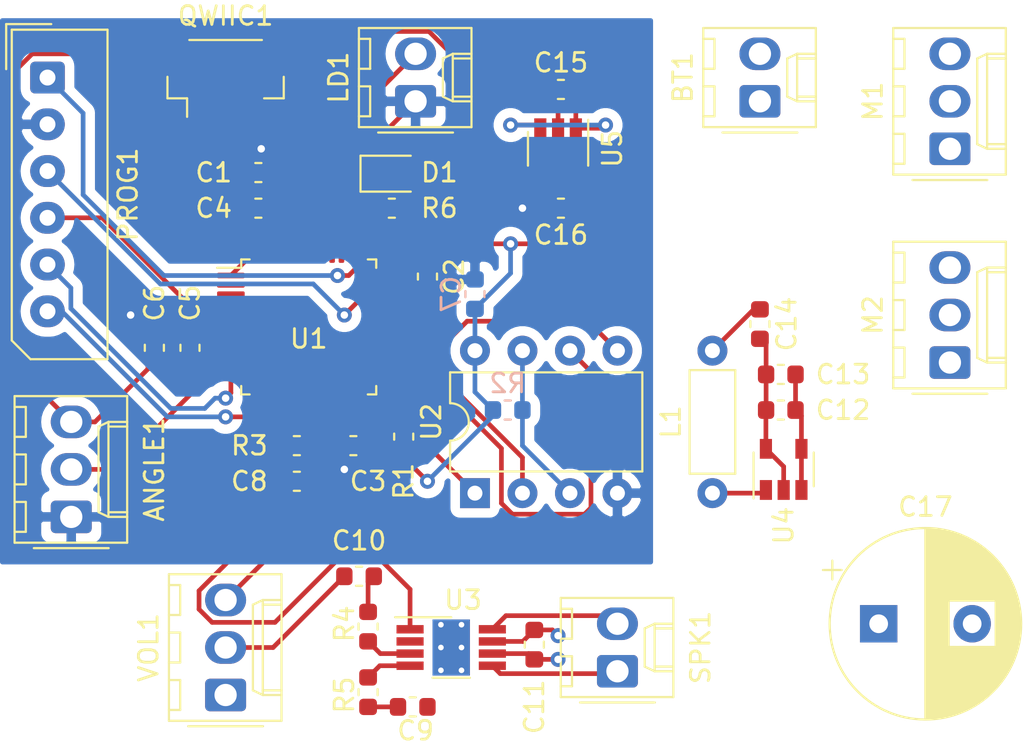
<source format=kicad_pcb>
(kicad_pcb (version 20171130) (host pcbnew 5.1.9-73d0e3b20d~88~ubuntu20.10.1)

  (general
    (thickness 1.6)
    (drawings 0)
    (tracks 219)
    (zones 0)
    (modules 39)
    (nets 56)
  )

  (page A4)
  (layers
    (0 F.Cu signal)
    (31 B.Cu signal)
    (32 B.Adhes user)
    (33 F.Adhes user)
    (34 B.Paste user)
    (35 F.Paste user)
    (36 B.SilkS user)
    (37 F.SilkS user)
    (38 B.Mask user)
    (39 F.Mask user)
    (40 Dwgs.User user)
    (41 Cmts.User user)
    (42 Eco1.User user)
    (43 Eco2.User user)
    (44 Edge.Cuts user)
    (45 Margin user)
    (46 B.CrtYd user hide)
    (47 F.CrtYd user)
    (48 B.Fab user hide)
    (49 F.Fab user hide)
  )

  (setup
    (last_trace_width 0.25)
    (trace_clearance 0.2)
    (zone_clearance 0.508)
    (zone_45_only yes)
    (trace_min 0.2)
    (via_size 0.8)
    (via_drill 0.4)
    (via_min_size 0.4)
    (via_min_drill 0.3)
    (uvia_size 0.3)
    (uvia_drill 0.1)
    (uvias_allowed no)
    (uvia_min_size 0.2)
    (uvia_min_drill 0.1)
    (edge_width 0.1)
    (segment_width 0.2)
    (pcb_text_width 0.3)
    (pcb_text_size 1.5 1.5)
    (mod_edge_width 0.15)
    (mod_text_size 1 1)
    (mod_text_width 0.15)
    (pad_size 0.875 0.95)
    (pad_drill 0)
    (pad_to_mask_clearance 0)
    (aux_axis_origin 0 0)
    (visible_elements FFFFFF7F)
    (pcbplotparams
      (layerselection 0x010fc_ffffffff)
      (usegerberextensions false)
      (usegerberattributes true)
      (usegerberadvancedattributes true)
      (creategerberjobfile true)
      (excludeedgelayer true)
      (linewidth 0.100000)
      (plotframeref false)
      (viasonmask false)
      (mode 1)
      (useauxorigin false)
      (hpglpennumber 1)
      (hpglpenspeed 20)
      (hpglpendiameter 15.000000)
      (psnegative false)
      (psa4output false)
      (plotreference true)
      (plotvalue true)
      (plotinvisibletext false)
      (padsonsilk false)
      (subtractmaskfromsilk false)
      (outputformat 1)
      (mirror false)
      (drillshape 1)
      (scaleselection 1)
      (outputdirectory ""))
  )

  (net 0 "")
  (net 1 /ANGLE_POT)
  (net 2 GNDA)
  (net 3 "Net-(C8-Pad1)")
  (net 4 "Net-(C9-Pad1)")
  (net 5 "Net-(C10-Pad2)")
  (net 6 "Net-(C10-Pad1)")
  (net 7 /LASER)
  (net 8 /SRV_LAS)
  (net 9 /SRV_SEN)
  (net 10 /SER_RX)
  (net 11 /SER_TX)
  (net 12 /RESET)
  (net 13 /SWDIO)
  (net 14 /SWCLK)
  (net 15 /SCL)
  (net 16 /SDA)
  (net 17 /SPI_NSS)
  (net 18 "Net-(R2-Pad1)")
  (net 19 /AUDIO)
  (net 20 "Net-(R4-Pad2)")
  (net 21 "Net-(R5-Pad1)")
  (net 22 "Net-(SPK1-Pad2)")
  (net 23 "Net-(SPK1-Pad1)")
  (net 24 /SPI_MOSI)
  (net 25 /SPI_MISO)
  (net 26 /SPI_SCK)
  (net 27 VDD)
  (net 28 "Net-(BT1-Pad1)")
  (net 29 +5V)
  (net 30 "Net-(D1-Pad2)")
  (net 31 "Net-(L1-Pad1)")
  (net 32 /TGT_LED)
  (net 33 "Net-(U1-Pad46)")
  (net 34 "Net-(U1-Pad45)")
  (net 35 "Net-(U1-Pad44)")
  (net 36 "Net-(U1-Pad41)")
  (net 37 "Net-(U1-Pad38)")
  (net 38 "Net-(U1-Pad33)")
  (net 39 "Net-(U1-Pad32)")
  (net 40 "Net-(U1-Pad31)")
  (net 41 "Net-(U1-Pad22)")
  (net 42 "Net-(U1-Pad21)")
  (net 43 "Net-(U1-Pad20)")
  (net 44 "Net-(U1-Pad19)")
  (net 45 "Net-(U1-Pad17)")
  (net 46 "Net-(U1-Pad16)")
  (net 47 "Net-(U1-Pad15)")
  (net 48 /AU_ENAB)
  (net 49 "Net-(U1-Pad10)")
  (net 50 "Net-(U1-Pad6)")
  (net 51 "Net-(U1-Pad5)")
  (net 52 "Net-(U1-Pad4)")
  (net 53 "Net-(U1-Pad3)")
  (net 54 "Net-(U1-Pad2)")
  (net 55 "Net-(U5-Pad4)")

  (net_class Default "This is the default net class."
    (clearance 0.2)
    (trace_width 0.25)
    (via_dia 0.8)
    (via_drill 0.4)
    (uvia_dia 0.3)
    (uvia_drill 0.1)
    (add_net +5V)
    (add_net /ANGLE_POT)
    (add_net /AUDIO)
    (add_net /AU_ENAB)
    (add_net /LASER)
    (add_net /RESET)
    (add_net /SCL)
    (add_net /SDA)
    (add_net /SER_RX)
    (add_net /SER_TX)
    (add_net /SPI_MISO)
    (add_net /SPI_MOSI)
    (add_net /SPI_NSS)
    (add_net /SPI_SCK)
    (add_net /SRV_LAS)
    (add_net /SRV_SEN)
    (add_net /SWCLK)
    (add_net /SWDIO)
    (add_net /TGT_LED)
    (add_net GNDA)
    (add_net "Net-(BT1-Pad1)")
    (add_net "Net-(C10-Pad1)")
    (add_net "Net-(C10-Pad2)")
    (add_net "Net-(C8-Pad1)")
    (add_net "Net-(C9-Pad1)")
    (add_net "Net-(D1-Pad2)")
    (add_net "Net-(L1-Pad1)")
    (add_net "Net-(R2-Pad1)")
    (add_net "Net-(R4-Pad2)")
    (add_net "Net-(R5-Pad1)")
    (add_net "Net-(SPK1-Pad1)")
    (add_net "Net-(SPK1-Pad2)")
    (add_net "Net-(U1-Pad10)")
    (add_net "Net-(U1-Pad15)")
    (add_net "Net-(U1-Pad16)")
    (add_net "Net-(U1-Pad17)")
    (add_net "Net-(U1-Pad19)")
    (add_net "Net-(U1-Pad2)")
    (add_net "Net-(U1-Pad20)")
    (add_net "Net-(U1-Pad21)")
    (add_net "Net-(U1-Pad22)")
    (add_net "Net-(U1-Pad3)")
    (add_net "Net-(U1-Pad31)")
    (add_net "Net-(U1-Pad32)")
    (add_net "Net-(U1-Pad33)")
    (add_net "Net-(U1-Pad38)")
    (add_net "Net-(U1-Pad4)")
    (add_net "Net-(U1-Pad41)")
    (add_net "Net-(U1-Pad44)")
    (add_net "Net-(U1-Pad45)")
    (add_net "Net-(U1-Pad46)")
    (add_net "Net-(U1-Pad5)")
    (add_net "Net-(U1-Pad6)")
    (add_net "Net-(U5-Pad4)")
    (add_net VDD)
  )

  (module Connector_Molex:Molex_KK-254_AE-6410-03A_1x03_P2.54mm_Vertical (layer F.Cu) (tedit 5EA53D3B) (tstamp 6026C54F)
    (at 61.595 84.455 90)
    (descr "Molex KK-254 Interconnect System, old/engineering part number: AE-6410-03A example for new part number: 22-27-2031, 3 Pins (http://www.molex.com/pdm_docs/sd/022272021_sd.pdf), generated with kicad-footprint-generator")
    (tags "connector Molex KK-254 vertical")
    (path /6014F374)
    (fp_text reference VOL1 (at 2.54 -4.12 90) (layer F.SilkS)
      (effects (font (size 1 1) (thickness 0.15)))
    )
    (fp_text value 10K (at 2.54 4.08 90) (layer F.Fab)
      (effects (font (size 1 1) (thickness 0.15)))
    )
    (fp_line (start -1.27 -2.92) (end -1.27 2.88) (layer F.Fab) (width 0.1))
    (fp_line (start -1.27 2.88) (end 6.35 2.88) (layer F.Fab) (width 0.1))
    (fp_line (start 6.35 2.88) (end 6.35 -2.92) (layer F.Fab) (width 0.1))
    (fp_line (start 6.35 -2.92) (end -1.27 -2.92) (layer F.Fab) (width 0.1))
    (fp_line (start -1.38 -3.03) (end -1.38 2.99) (layer F.SilkS) (width 0.12))
    (fp_line (start -1.38 2.99) (end 6.46 2.99) (layer F.SilkS) (width 0.12))
    (fp_line (start 6.46 2.99) (end 6.46 -3.03) (layer F.SilkS) (width 0.12))
    (fp_line (start 6.46 -3.03) (end -1.38 -3.03) (layer F.SilkS) (width 0.12))
    (fp_line (start -1.67 -2) (end -1.67 2) (layer F.SilkS) (width 0.12))
    (fp_line (start -1.27 -0.5) (end -0.562893 0) (layer F.Fab) (width 0.1))
    (fp_line (start -0.562893 0) (end -1.27 0.5) (layer F.Fab) (width 0.1))
    (fp_line (start 0 2.99) (end 0 1.99) (layer F.SilkS) (width 0.12))
    (fp_line (start 0 1.99) (end 5.08 1.99) (layer F.SilkS) (width 0.12))
    (fp_line (start 5.08 1.99) (end 5.08 2.99) (layer F.SilkS) (width 0.12))
    (fp_line (start 0 1.99) (end 0.25 1.46) (layer F.SilkS) (width 0.12))
    (fp_line (start 0.25 1.46) (end 4.83 1.46) (layer F.SilkS) (width 0.12))
    (fp_line (start 4.83 1.46) (end 5.08 1.99) (layer F.SilkS) (width 0.12))
    (fp_line (start 0.25 2.99) (end 0.25 1.99) (layer F.SilkS) (width 0.12))
    (fp_line (start 4.83 2.99) (end 4.83 1.99) (layer F.SilkS) (width 0.12))
    (fp_line (start -0.8 -3.03) (end -0.8 -2.43) (layer F.SilkS) (width 0.12))
    (fp_line (start -0.8 -2.43) (end 0.8 -2.43) (layer F.SilkS) (width 0.12))
    (fp_line (start 0.8 -2.43) (end 0.8 -3.03) (layer F.SilkS) (width 0.12))
    (fp_line (start 1.74 -3.03) (end 1.74 -2.43) (layer F.SilkS) (width 0.12))
    (fp_line (start 1.74 -2.43) (end 3.34 -2.43) (layer F.SilkS) (width 0.12))
    (fp_line (start 3.34 -2.43) (end 3.34 -3.03) (layer F.SilkS) (width 0.12))
    (fp_line (start 4.28 -3.03) (end 4.28 -2.43) (layer F.SilkS) (width 0.12))
    (fp_line (start 4.28 -2.43) (end 5.88 -2.43) (layer F.SilkS) (width 0.12))
    (fp_line (start 5.88 -2.43) (end 5.88 -3.03) (layer F.SilkS) (width 0.12))
    (fp_line (start -1.77 -3.42) (end -1.77 3.38) (layer F.CrtYd) (width 0.05))
    (fp_line (start -1.77 3.38) (end 6.85 3.38) (layer F.CrtYd) (width 0.05))
    (fp_line (start 6.85 3.38) (end 6.85 -3.42) (layer F.CrtYd) (width 0.05))
    (fp_line (start 6.85 -3.42) (end -1.77 -3.42) (layer F.CrtYd) (width 0.05))
    (fp_text user %R (at 2.54 -2.22 90) (layer F.Fab)
      (effects (font (size 1 1) (thickness 0.15)))
    )
    (pad 3 thru_hole oval (at 5.08 0 90) (size 1.74 2.19) (drill 1.19) (layers *.Cu *.Mask)
      (net 3 "Net-(C8-Pad1)"))
    (pad 2 thru_hole oval (at 2.54 0 90) (size 1.74 2.19) (drill 1.19) (layers *.Cu *.Mask)
      (net 6 "Net-(C10-Pad1)"))
    (pad 1 thru_hole roundrect (at 0 0 90) (size 1.74 2.19) (drill 1.19) (layers *.Cu *.Mask) (roundrect_rratio 0.143678)
      (net 2 GNDA))
    (model ${KISYS3DMOD}/Connector_Molex.3dshapes/Molex_KK-254_AE-6410-03A_1x03_P2.54mm_Vertical.wrl
      (at (xyz 0 0 0))
      (scale (xyz 1 1 1))
      (rotate (xyz 0 0 0))
    )
  )

  (module Capacitor_THT:CP_Radial_D10.0mm_P5.00mm (layer F.Cu) (tedit 5AE50EF1) (tstamp 6027A920)
    (at 96.52 80.645)
    (descr "CP, Radial series, Radial, pin pitch=5.00mm, , diameter=10mm, Electrolytic Capacitor")
    (tags "CP Radial series Radial pin pitch 5.00mm  diameter 10mm Electrolytic Capacitor")
    (path /602853A6)
    (fp_text reference C17 (at 2.5 -6.25) (layer F.SilkS)
      (effects (font (size 1 1) (thickness 0.15)))
    )
    (fp_text value 1000u (at 2.5 6.25) (layer F.Fab)
      (effects (font (size 1 1) (thickness 0.15)))
    )
    (fp_text user %R (at 2.5 0) (layer F.Fab)
      (effects (font (size 1 1) (thickness 0.15)))
    )
    (fp_circle (center 2.5 0) (end 7.5 0) (layer F.Fab) (width 0.1))
    (fp_circle (center 2.5 0) (end 7.62 0) (layer F.SilkS) (width 0.12))
    (fp_circle (center 2.5 0) (end 7.75 0) (layer F.CrtYd) (width 0.05))
    (fp_line (start -1.788861 -2.1875) (end -0.788861 -2.1875) (layer F.Fab) (width 0.1))
    (fp_line (start -1.288861 -2.6875) (end -1.288861 -1.6875) (layer F.Fab) (width 0.1))
    (fp_line (start 2.5 -5.08) (end 2.5 5.08) (layer F.SilkS) (width 0.12))
    (fp_line (start 2.54 -5.08) (end 2.54 5.08) (layer F.SilkS) (width 0.12))
    (fp_line (start 2.58 -5.08) (end 2.58 5.08) (layer F.SilkS) (width 0.12))
    (fp_line (start 2.62 -5.079) (end 2.62 5.079) (layer F.SilkS) (width 0.12))
    (fp_line (start 2.66 -5.078) (end 2.66 5.078) (layer F.SilkS) (width 0.12))
    (fp_line (start 2.7 -5.077) (end 2.7 5.077) (layer F.SilkS) (width 0.12))
    (fp_line (start 2.74 -5.075) (end 2.74 5.075) (layer F.SilkS) (width 0.12))
    (fp_line (start 2.78 -5.073) (end 2.78 5.073) (layer F.SilkS) (width 0.12))
    (fp_line (start 2.82 -5.07) (end 2.82 5.07) (layer F.SilkS) (width 0.12))
    (fp_line (start 2.86 -5.068) (end 2.86 5.068) (layer F.SilkS) (width 0.12))
    (fp_line (start 2.9 -5.065) (end 2.9 5.065) (layer F.SilkS) (width 0.12))
    (fp_line (start 2.94 -5.062) (end 2.94 5.062) (layer F.SilkS) (width 0.12))
    (fp_line (start 2.98 -5.058) (end 2.98 5.058) (layer F.SilkS) (width 0.12))
    (fp_line (start 3.02 -5.054) (end 3.02 5.054) (layer F.SilkS) (width 0.12))
    (fp_line (start 3.06 -5.05) (end 3.06 5.05) (layer F.SilkS) (width 0.12))
    (fp_line (start 3.1 -5.045) (end 3.1 5.045) (layer F.SilkS) (width 0.12))
    (fp_line (start 3.14 -5.04) (end 3.14 5.04) (layer F.SilkS) (width 0.12))
    (fp_line (start 3.18 -5.035) (end 3.18 5.035) (layer F.SilkS) (width 0.12))
    (fp_line (start 3.221 -5.03) (end 3.221 5.03) (layer F.SilkS) (width 0.12))
    (fp_line (start 3.261 -5.024) (end 3.261 5.024) (layer F.SilkS) (width 0.12))
    (fp_line (start 3.301 -5.018) (end 3.301 5.018) (layer F.SilkS) (width 0.12))
    (fp_line (start 3.341 -5.011) (end 3.341 5.011) (layer F.SilkS) (width 0.12))
    (fp_line (start 3.381 -5.004) (end 3.381 5.004) (layer F.SilkS) (width 0.12))
    (fp_line (start 3.421 -4.997) (end 3.421 4.997) (layer F.SilkS) (width 0.12))
    (fp_line (start 3.461 -4.99) (end 3.461 4.99) (layer F.SilkS) (width 0.12))
    (fp_line (start 3.501 -4.982) (end 3.501 4.982) (layer F.SilkS) (width 0.12))
    (fp_line (start 3.541 -4.974) (end 3.541 4.974) (layer F.SilkS) (width 0.12))
    (fp_line (start 3.581 -4.965) (end 3.581 4.965) (layer F.SilkS) (width 0.12))
    (fp_line (start 3.621 -4.956) (end 3.621 4.956) (layer F.SilkS) (width 0.12))
    (fp_line (start 3.661 -4.947) (end 3.661 4.947) (layer F.SilkS) (width 0.12))
    (fp_line (start 3.701 -4.938) (end 3.701 4.938) (layer F.SilkS) (width 0.12))
    (fp_line (start 3.741 -4.928) (end 3.741 4.928) (layer F.SilkS) (width 0.12))
    (fp_line (start 3.781 -4.918) (end 3.781 -1.241) (layer F.SilkS) (width 0.12))
    (fp_line (start 3.781 1.241) (end 3.781 4.918) (layer F.SilkS) (width 0.12))
    (fp_line (start 3.821 -4.907) (end 3.821 -1.241) (layer F.SilkS) (width 0.12))
    (fp_line (start 3.821 1.241) (end 3.821 4.907) (layer F.SilkS) (width 0.12))
    (fp_line (start 3.861 -4.897) (end 3.861 -1.241) (layer F.SilkS) (width 0.12))
    (fp_line (start 3.861 1.241) (end 3.861 4.897) (layer F.SilkS) (width 0.12))
    (fp_line (start 3.901 -4.885) (end 3.901 -1.241) (layer F.SilkS) (width 0.12))
    (fp_line (start 3.901 1.241) (end 3.901 4.885) (layer F.SilkS) (width 0.12))
    (fp_line (start 3.941 -4.874) (end 3.941 -1.241) (layer F.SilkS) (width 0.12))
    (fp_line (start 3.941 1.241) (end 3.941 4.874) (layer F.SilkS) (width 0.12))
    (fp_line (start 3.981 -4.862) (end 3.981 -1.241) (layer F.SilkS) (width 0.12))
    (fp_line (start 3.981 1.241) (end 3.981 4.862) (layer F.SilkS) (width 0.12))
    (fp_line (start 4.021 -4.85) (end 4.021 -1.241) (layer F.SilkS) (width 0.12))
    (fp_line (start 4.021 1.241) (end 4.021 4.85) (layer F.SilkS) (width 0.12))
    (fp_line (start 4.061 -4.837) (end 4.061 -1.241) (layer F.SilkS) (width 0.12))
    (fp_line (start 4.061 1.241) (end 4.061 4.837) (layer F.SilkS) (width 0.12))
    (fp_line (start 4.101 -4.824) (end 4.101 -1.241) (layer F.SilkS) (width 0.12))
    (fp_line (start 4.101 1.241) (end 4.101 4.824) (layer F.SilkS) (width 0.12))
    (fp_line (start 4.141 -4.811) (end 4.141 -1.241) (layer F.SilkS) (width 0.12))
    (fp_line (start 4.141 1.241) (end 4.141 4.811) (layer F.SilkS) (width 0.12))
    (fp_line (start 4.181 -4.797) (end 4.181 -1.241) (layer F.SilkS) (width 0.12))
    (fp_line (start 4.181 1.241) (end 4.181 4.797) (layer F.SilkS) (width 0.12))
    (fp_line (start 4.221 -4.783) (end 4.221 -1.241) (layer F.SilkS) (width 0.12))
    (fp_line (start 4.221 1.241) (end 4.221 4.783) (layer F.SilkS) (width 0.12))
    (fp_line (start 4.261 -4.768) (end 4.261 -1.241) (layer F.SilkS) (width 0.12))
    (fp_line (start 4.261 1.241) (end 4.261 4.768) (layer F.SilkS) (width 0.12))
    (fp_line (start 4.301 -4.754) (end 4.301 -1.241) (layer F.SilkS) (width 0.12))
    (fp_line (start 4.301 1.241) (end 4.301 4.754) (layer F.SilkS) (width 0.12))
    (fp_line (start 4.341 -4.738) (end 4.341 -1.241) (layer F.SilkS) (width 0.12))
    (fp_line (start 4.341 1.241) (end 4.341 4.738) (layer F.SilkS) (width 0.12))
    (fp_line (start 4.381 -4.723) (end 4.381 -1.241) (layer F.SilkS) (width 0.12))
    (fp_line (start 4.381 1.241) (end 4.381 4.723) (layer F.SilkS) (width 0.12))
    (fp_line (start 4.421 -4.707) (end 4.421 -1.241) (layer F.SilkS) (width 0.12))
    (fp_line (start 4.421 1.241) (end 4.421 4.707) (layer F.SilkS) (width 0.12))
    (fp_line (start 4.461 -4.69) (end 4.461 -1.241) (layer F.SilkS) (width 0.12))
    (fp_line (start 4.461 1.241) (end 4.461 4.69) (layer F.SilkS) (width 0.12))
    (fp_line (start 4.501 -4.674) (end 4.501 -1.241) (layer F.SilkS) (width 0.12))
    (fp_line (start 4.501 1.241) (end 4.501 4.674) (layer F.SilkS) (width 0.12))
    (fp_line (start 4.541 -4.657) (end 4.541 -1.241) (layer F.SilkS) (width 0.12))
    (fp_line (start 4.541 1.241) (end 4.541 4.657) (layer F.SilkS) (width 0.12))
    (fp_line (start 4.581 -4.639) (end 4.581 -1.241) (layer F.SilkS) (width 0.12))
    (fp_line (start 4.581 1.241) (end 4.581 4.639) (layer F.SilkS) (width 0.12))
    (fp_line (start 4.621 -4.621) (end 4.621 -1.241) (layer F.SilkS) (width 0.12))
    (fp_line (start 4.621 1.241) (end 4.621 4.621) (layer F.SilkS) (width 0.12))
    (fp_line (start 4.661 -4.603) (end 4.661 -1.241) (layer F.SilkS) (width 0.12))
    (fp_line (start 4.661 1.241) (end 4.661 4.603) (layer F.SilkS) (width 0.12))
    (fp_line (start 4.701 -4.584) (end 4.701 -1.241) (layer F.SilkS) (width 0.12))
    (fp_line (start 4.701 1.241) (end 4.701 4.584) (layer F.SilkS) (width 0.12))
    (fp_line (start 4.741 -4.564) (end 4.741 -1.241) (layer F.SilkS) (width 0.12))
    (fp_line (start 4.741 1.241) (end 4.741 4.564) (layer F.SilkS) (width 0.12))
    (fp_line (start 4.781 -4.545) (end 4.781 -1.241) (layer F.SilkS) (width 0.12))
    (fp_line (start 4.781 1.241) (end 4.781 4.545) (layer F.SilkS) (width 0.12))
    (fp_line (start 4.821 -4.525) (end 4.821 -1.241) (layer F.SilkS) (width 0.12))
    (fp_line (start 4.821 1.241) (end 4.821 4.525) (layer F.SilkS) (width 0.12))
    (fp_line (start 4.861 -4.504) (end 4.861 -1.241) (layer F.SilkS) (width 0.12))
    (fp_line (start 4.861 1.241) (end 4.861 4.504) (layer F.SilkS) (width 0.12))
    (fp_line (start 4.901 -4.483) (end 4.901 -1.241) (layer F.SilkS) (width 0.12))
    (fp_line (start 4.901 1.241) (end 4.901 4.483) (layer F.SilkS) (width 0.12))
    (fp_line (start 4.941 -4.462) (end 4.941 -1.241) (layer F.SilkS) (width 0.12))
    (fp_line (start 4.941 1.241) (end 4.941 4.462) (layer F.SilkS) (width 0.12))
    (fp_line (start 4.981 -4.44) (end 4.981 -1.241) (layer F.SilkS) (width 0.12))
    (fp_line (start 4.981 1.241) (end 4.981 4.44) (layer F.SilkS) (width 0.12))
    (fp_line (start 5.021 -4.417) (end 5.021 -1.241) (layer F.SilkS) (width 0.12))
    (fp_line (start 5.021 1.241) (end 5.021 4.417) (layer F.SilkS) (width 0.12))
    (fp_line (start 5.061 -4.395) (end 5.061 -1.241) (layer F.SilkS) (width 0.12))
    (fp_line (start 5.061 1.241) (end 5.061 4.395) (layer F.SilkS) (width 0.12))
    (fp_line (start 5.101 -4.371) (end 5.101 -1.241) (layer F.SilkS) (width 0.12))
    (fp_line (start 5.101 1.241) (end 5.101 4.371) (layer F.SilkS) (width 0.12))
    (fp_line (start 5.141 -4.347) (end 5.141 -1.241) (layer F.SilkS) (width 0.12))
    (fp_line (start 5.141 1.241) (end 5.141 4.347) (layer F.SilkS) (width 0.12))
    (fp_line (start 5.181 -4.323) (end 5.181 -1.241) (layer F.SilkS) (width 0.12))
    (fp_line (start 5.181 1.241) (end 5.181 4.323) (layer F.SilkS) (width 0.12))
    (fp_line (start 5.221 -4.298) (end 5.221 -1.241) (layer F.SilkS) (width 0.12))
    (fp_line (start 5.221 1.241) (end 5.221 4.298) (layer F.SilkS) (width 0.12))
    (fp_line (start 5.261 -4.273) (end 5.261 -1.241) (layer F.SilkS) (width 0.12))
    (fp_line (start 5.261 1.241) (end 5.261 4.273) (layer F.SilkS) (width 0.12))
    (fp_line (start 5.301 -4.247) (end 5.301 -1.241) (layer F.SilkS) (width 0.12))
    (fp_line (start 5.301 1.241) (end 5.301 4.247) (layer F.SilkS) (width 0.12))
    (fp_line (start 5.341 -4.221) (end 5.341 -1.241) (layer F.SilkS) (width 0.12))
    (fp_line (start 5.341 1.241) (end 5.341 4.221) (layer F.SilkS) (width 0.12))
    (fp_line (start 5.381 -4.194) (end 5.381 -1.241) (layer F.SilkS) (width 0.12))
    (fp_line (start 5.381 1.241) (end 5.381 4.194) (layer F.SilkS) (width 0.12))
    (fp_line (start 5.421 -4.166) (end 5.421 -1.241) (layer F.SilkS) (width 0.12))
    (fp_line (start 5.421 1.241) (end 5.421 4.166) (layer F.SilkS) (width 0.12))
    (fp_line (start 5.461 -4.138) (end 5.461 -1.241) (layer F.SilkS) (width 0.12))
    (fp_line (start 5.461 1.241) (end 5.461 4.138) (layer F.SilkS) (width 0.12))
    (fp_line (start 5.501 -4.11) (end 5.501 -1.241) (layer F.SilkS) (width 0.12))
    (fp_line (start 5.501 1.241) (end 5.501 4.11) (layer F.SilkS) (width 0.12))
    (fp_line (start 5.541 -4.08) (end 5.541 -1.241) (layer F.SilkS) (width 0.12))
    (fp_line (start 5.541 1.241) (end 5.541 4.08) (layer F.SilkS) (width 0.12))
    (fp_line (start 5.581 -4.05) (end 5.581 -1.241) (layer F.SilkS) (width 0.12))
    (fp_line (start 5.581 1.241) (end 5.581 4.05) (layer F.SilkS) (width 0.12))
    (fp_line (start 5.621 -4.02) (end 5.621 -1.241) (layer F.SilkS) (width 0.12))
    (fp_line (start 5.621 1.241) (end 5.621 4.02) (layer F.SilkS) (width 0.12))
    (fp_line (start 5.661 -3.989) (end 5.661 -1.241) (layer F.SilkS) (width 0.12))
    (fp_line (start 5.661 1.241) (end 5.661 3.989) (layer F.SilkS) (width 0.12))
    (fp_line (start 5.701 -3.957) (end 5.701 -1.241) (layer F.SilkS) (width 0.12))
    (fp_line (start 5.701 1.241) (end 5.701 3.957) (layer F.SilkS) (width 0.12))
    (fp_line (start 5.741 -3.925) (end 5.741 -1.241) (layer F.SilkS) (width 0.12))
    (fp_line (start 5.741 1.241) (end 5.741 3.925) (layer F.SilkS) (width 0.12))
    (fp_line (start 5.781 -3.892) (end 5.781 -1.241) (layer F.SilkS) (width 0.12))
    (fp_line (start 5.781 1.241) (end 5.781 3.892) (layer F.SilkS) (width 0.12))
    (fp_line (start 5.821 -3.858) (end 5.821 -1.241) (layer F.SilkS) (width 0.12))
    (fp_line (start 5.821 1.241) (end 5.821 3.858) (layer F.SilkS) (width 0.12))
    (fp_line (start 5.861 -3.824) (end 5.861 -1.241) (layer F.SilkS) (width 0.12))
    (fp_line (start 5.861 1.241) (end 5.861 3.824) (layer F.SilkS) (width 0.12))
    (fp_line (start 5.901 -3.789) (end 5.901 -1.241) (layer F.SilkS) (width 0.12))
    (fp_line (start 5.901 1.241) (end 5.901 3.789) (layer F.SilkS) (width 0.12))
    (fp_line (start 5.941 -3.753) (end 5.941 -1.241) (layer F.SilkS) (width 0.12))
    (fp_line (start 5.941 1.241) (end 5.941 3.753) (layer F.SilkS) (width 0.12))
    (fp_line (start 5.981 -3.716) (end 5.981 -1.241) (layer F.SilkS) (width 0.12))
    (fp_line (start 5.981 1.241) (end 5.981 3.716) (layer F.SilkS) (width 0.12))
    (fp_line (start 6.021 -3.679) (end 6.021 -1.241) (layer F.SilkS) (width 0.12))
    (fp_line (start 6.021 1.241) (end 6.021 3.679) (layer F.SilkS) (width 0.12))
    (fp_line (start 6.061 -3.64) (end 6.061 -1.241) (layer F.SilkS) (width 0.12))
    (fp_line (start 6.061 1.241) (end 6.061 3.64) (layer F.SilkS) (width 0.12))
    (fp_line (start 6.101 -3.601) (end 6.101 -1.241) (layer F.SilkS) (width 0.12))
    (fp_line (start 6.101 1.241) (end 6.101 3.601) (layer F.SilkS) (width 0.12))
    (fp_line (start 6.141 -3.561) (end 6.141 -1.241) (layer F.SilkS) (width 0.12))
    (fp_line (start 6.141 1.241) (end 6.141 3.561) (layer F.SilkS) (width 0.12))
    (fp_line (start 6.181 -3.52) (end 6.181 -1.241) (layer F.SilkS) (width 0.12))
    (fp_line (start 6.181 1.241) (end 6.181 3.52) (layer F.SilkS) (width 0.12))
    (fp_line (start 6.221 -3.478) (end 6.221 -1.241) (layer F.SilkS) (width 0.12))
    (fp_line (start 6.221 1.241) (end 6.221 3.478) (layer F.SilkS) (width 0.12))
    (fp_line (start 6.261 -3.436) (end 6.261 3.436) (layer F.SilkS) (width 0.12))
    (fp_line (start 6.301 -3.392) (end 6.301 3.392) (layer F.SilkS) (width 0.12))
    (fp_line (start 6.341 -3.347) (end 6.341 3.347) (layer F.SilkS) (width 0.12))
    (fp_line (start 6.381 -3.301) (end 6.381 3.301) (layer F.SilkS) (width 0.12))
    (fp_line (start 6.421 -3.254) (end 6.421 3.254) (layer F.SilkS) (width 0.12))
    (fp_line (start 6.461 -3.206) (end 6.461 3.206) (layer F.SilkS) (width 0.12))
    (fp_line (start 6.501 -3.156) (end 6.501 3.156) (layer F.SilkS) (width 0.12))
    (fp_line (start 6.541 -3.106) (end 6.541 3.106) (layer F.SilkS) (width 0.12))
    (fp_line (start 6.581 -3.054) (end 6.581 3.054) (layer F.SilkS) (width 0.12))
    (fp_line (start 6.621 -3) (end 6.621 3) (layer F.SilkS) (width 0.12))
    (fp_line (start 6.661 -2.945) (end 6.661 2.945) (layer F.SilkS) (width 0.12))
    (fp_line (start 6.701 -2.889) (end 6.701 2.889) (layer F.SilkS) (width 0.12))
    (fp_line (start 6.741 -2.83) (end 6.741 2.83) (layer F.SilkS) (width 0.12))
    (fp_line (start 6.781 -2.77) (end 6.781 2.77) (layer F.SilkS) (width 0.12))
    (fp_line (start 6.821 -2.709) (end 6.821 2.709) (layer F.SilkS) (width 0.12))
    (fp_line (start 6.861 -2.645) (end 6.861 2.645) (layer F.SilkS) (width 0.12))
    (fp_line (start 6.901 -2.579) (end 6.901 2.579) (layer F.SilkS) (width 0.12))
    (fp_line (start 6.941 -2.51) (end 6.941 2.51) (layer F.SilkS) (width 0.12))
    (fp_line (start 6.981 -2.439) (end 6.981 2.439) (layer F.SilkS) (width 0.12))
    (fp_line (start 7.021 -2.365) (end 7.021 2.365) (layer F.SilkS) (width 0.12))
    (fp_line (start 7.061 -2.289) (end 7.061 2.289) (layer F.SilkS) (width 0.12))
    (fp_line (start 7.101 -2.209) (end 7.101 2.209) (layer F.SilkS) (width 0.12))
    (fp_line (start 7.141 -2.125) (end 7.141 2.125) (layer F.SilkS) (width 0.12))
    (fp_line (start 7.181 -2.037) (end 7.181 2.037) (layer F.SilkS) (width 0.12))
    (fp_line (start 7.221 -1.944) (end 7.221 1.944) (layer F.SilkS) (width 0.12))
    (fp_line (start 7.261 -1.846) (end 7.261 1.846) (layer F.SilkS) (width 0.12))
    (fp_line (start 7.301 -1.742) (end 7.301 1.742) (layer F.SilkS) (width 0.12))
    (fp_line (start 7.341 -1.63) (end 7.341 1.63) (layer F.SilkS) (width 0.12))
    (fp_line (start 7.381 -1.51) (end 7.381 1.51) (layer F.SilkS) (width 0.12))
    (fp_line (start 7.421 -1.378) (end 7.421 1.378) (layer F.SilkS) (width 0.12))
    (fp_line (start 7.461 -1.23) (end 7.461 1.23) (layer F.SilkS) (width 0.12))
    (fp_line (start 7.501 -1.062) (end 7.501 1.062) (layer F.SilkS) (width 0.12))
    (fp_line (start 7.541 -0.862) (end 7.541 0.862) (layer F.SilkS) (width 0.12))
    (fp_line (start 7.581 -0.599) (end 7.581 0.599) (layer F.SilkS) (width 0.12))
    (fp_line (start -2.979646 -2.875) (end -1.979646 -2.875) (layer F.SilkS) (width 0.12))
    (fp_line (start -2.479646 -3.375) (end -2.479646 -2.375) (layer F.SilkS) (width 0.12))
    (pad 2 thru_hole circle (at 5 0) (size 2 2) (drill 1) (layers *.Cu *.Mask)
      (net 2 GNDA))
    (pad 1 thru_hole rect (at 0 0) (size 2 2) (drill 1) (layers *.Cu *.Mask)
      (net 29 +5V))
    (model ${KISYS3DMOD}/Capacitor_THT.3dshapes/CP_Radial_D10.0mm_P5.00mm.wrl
      (at (xyz 0 0 0))
      (scale (xyz 1 1 1))
      (rotate (xyz 0 0 0))
    )
  )

  (module Custom_IC:TI_VSSOP-PowerPAD-8_3.0x3.0mm_P0.65mm_ThermalVias (layer F.Cu) (tedit 602741E8) (tstamp 6026C45D)
    (at 73.66 81.915)
    (descr "VSSOP-8 3.0 x 3.0, http://www.ti.com/lit/ds/symlink/lm75b.pdf")
    (tags "VSSOP-8 3.0 x 3.0")
    (path /6005E159)
    (attr smd)
    (fp_text reference U3 (at 0.635 -2.54) (layer F.SilkS)
      (effects (font (size 1 1) (thickness 0.15)))
    )
    (fp_text value TPA2005D1DGN (at 0.02 2.73) (layer F.Fab)
      (effects (font (size 1 1) (thickness 0.15)))
    )
    (fp_text user %R (at 0 0) (layer F.Fab)
      (effects (font (size 0.5 0.5) (thickness 0.1)))
    )
    (fp_line (start -3.48 -1.75) (end 3.48 -1.75) (layer F.CrtYd) (width 0.05))
    (fp_line (start -3.48 1.75) (end -3.48 -1.75) (layer F.CrtYd) (width 0.05))
    (fp_line (start 3.48 1.75) (end -3.48 1.75) (layer F.CrtYd) (width 0.05))
    (fp_line (start 3.48 -1.75) (end 3.48 1.75) (layer F.CrtYd) (width 0.05))
    (fp_line (start 1 1.62) (end -1 1.62) (layer F.SilkS) (width 0.12))
    (fp_line (start 0 -1.62) (end -3 -1.62) (layer F.SilkS) (width 0.12))
    (fp_line (start -0.5 -1.5) (end -1.5 -0.5) (layer F.Fab) (width 0.1))
    (fp_line (start -0.5 -1.5) (end 1.5 -1.5) (layer F.Fab) (width 0.1))
    (fp_line (start -1.5 1.5) (end -1.5 -0.5) (layer F.Fab) (width 0.1))
    (fp_line (start 1.5 1.5) (end -1.5 1.5) (layer F.Fab) (width 0.1))
    (fp_line (start 1.5 -1.5) (end 1.5 1.5) (layer F.Fab) (width 0.1))
    (pad 1 smd rect (at -2.2 -0.975 270) (size 0.45 1.45) (layers F.Cu F.Paste F.Mask)
      (net 48 /AU_ENAB))
    (pad 2 smd rect (at -2.2 -0.325 270) (size 0.45 1.45) (layers F.Cu F.Paste F.Mask))
    (pad 3 smd rect (at -2.2 0.325 270) (size 0.45 1.45) (layers F.Cu F.Paste F.Mask)
      (net 20 "Net-(R4-Pad2)"))
    (pad 4 smd rect (at -2.2 0.975 270) (size 0.45 1.45) (layers F.Cu F.Paste F.Mask)
      (net 21 "Net-(R5-Pad1)"))
    (pad 5 smd rect (at 2.2 0.975 270) (size 0.45 1.45) (layers F.Cu F.Paste F.Mask)
      (net 23 "Net-(SPK1-Pad1)"))
    (pad 6 smd rect (at 2.2 0.325 270) (size 0.45 1.45) (layers F.Cu F.Paste F.Mask)
      (net 29 +5V))
    (pad 7 smd rect (at 2.2 -0.325 270) (size 0.45 1.45) (layers F.Cu F.Paste F.Mask)
      (net 2 GNDA))
    (pad 8 smd rect (at 2.2 -0.975 270) (size 0.45 1.45) (layers F.Cu F.Paste F.Mask)
      (net 22 "Net-(SPK1-Pad2)"))
    (pad 9 smd rect (at 0 0) (size 2 3) (layers B.Cu)
      (net 2 GNDA))
    (pad 9 smd rect (at 0 0) (size 2 3) (layers F.Cu))
    (pad 9 smd rect (at 0 0) (size 1.846 2.15) (layers F.Paste F.Mask))
    (pad 9 thru_hole circle (at -0.55 0) (size 0.5 0.5) (drill 0.3) (layers *.Cu))
    (pad 9 thru_hole circle (at 0.55 0) (size 0.5 0.5) (drill 0.3) (layers *.Cu))
    (pad 9 thru_hole circle (at -0.55 1.22) (size 0.5 0.5) (drill 0.3) (layers *.Cu))
    (pad 9 thru_hole circle (at 0.55 1.22) (size 0.5 0.5) (drill 0.3) (layers *.Cu))
    (pad 9 thru_hole circle (at -0.55 -1.22) (size 0.5 0.5) (drill 0.3) (layers *.Cu))
    (pad 9 thru_hole circle (at 0.55 -1.22) (size 0.5 0.5) (drill 0.3) (layers *.Cu))
    (model ${KISYS3DMOD}/Package_SO.3dshapes/VSSOP-8_3.0x3.0mm_P0.65mm.wrl
      (at (xyz 0 0 0))
      (scale (xyz 1 1 1))
      (rotate (xyz 0 0 0))
    )
  )

  (module Package_TO_SOT_SMD:SOT-23-5 (layer F.Cu) (tedit 60261466) (tstamp 6027E97F)
    (at 79.375 55.245 270)
    (descr "5-pin SOT23 package")
    (tags SOT-23-5)
    (path /602855D9)
    (attr smd)
    (fp_text reference U5 (at 0 -2.9 90) (layer F.SilkS)
      (effects (font (size 1 1) (thickness 0.15)))
    )
    (fp_text value TLV70028_SOT23-5 (at 0 2.9 90) (layer F.Fab)
      (effects (font (size 1 1) (thickness 0.15)))
    )
    (fp_line (start 0.9 -1.55) (end 0.9 1.55) (layer F.Fab) (width 0.1))
    (fp_line (start 0.9 1.55) (end -0.9 1.55) (layer F.Fab) (width 0.1))
    (fp_line (start -0.9 -0.9) (end -0.9 1.55) (layer F.Fab) (width 0.1))
    (fp_line (start 0.9 -1.55) (end -0.25 -1.55) (layer F.Fab) (width 0.1))
    (fp_line (start -0.9 -0.9) (end -0.25 -1.55) (layer F.Fab) (width 0.1))
    (fp_line (start -1.9 1.8) (end -1.9 -1.8) (layer F.CrtYd) (width 0.05))
    (fp_line (start 1.9 1.8) (end -1.9 1.8) (layer F.CrtYd) (width 0.05))
    (fp_line (start 1.9 -1.8) (end 1.9 1.8) (layer F.CrtYd) (width 0.05))
    (fp_line (start -1.9 -1.8) (end 1.9 -1.8) (layer F.CrtYd) (width 0.05))
    (fp_line (start 0.9 -1.61) (end -1.55 -1.61) (layer F.SilkS) (width 0.12))
    (fp_line (start -0.9 1.61) (end 0.9 1.61) (layer F.SilkS) (width 0.12))
    (fp_text user %R (at 0 0) (layer F.Fab)
      (effects (font (size 0.5 0.5) (thickness 0.075)))
    )
    (pad 5 smd rect (at 1.1 -0.95 270) (size 1.06 0.65) (layers F.Cu F.Paste F.Mask)
      (net 27 VDD))
    (pad 4 smd rect (at 1.1 0.95 270) (size 1.06 0.65) (layers F.Cu F.Paste F.Mask)
      (net 55 "Net-(U5-Pad4)"))
    (pad 3 smd rect (at -1.1 0.95 270) (size 1.06 0.65) (layers F.Cu F.Paste F.Mask)
      (net 28 "Net-(BT1-Pad1)"))
    (pad 2 smd rect (at -1.1 0 270) (size 1.06 0.65) (layers F.Cu F.Paste F.Mask)
      (net 2 GNDA))
    (pad 1 smd rect (at -1.1 -0.95 270) (size 1.06 0.65) (layers F.Cu F.Paste F.Mask)
      (net 28 "Net-(BT1-Pad1)"))
    (model ${KISYS3DMOD}/Package_TO_SOT_SMD.3dshapes/SOT-23-5.wrl
      (at (xyz 0 0 0))
      (scale (xyz 1 1 1))
      (rotate (xyz 0 0 0))
    )
  )

  (module Package_TO_SOT_SMD:SOT-23-5 (layer F.Cu) (tedit 60273F48) (tstamp 6026B8FD)
    (at 91.44 72.39 90)
    (descr "5-pin SOT23 package")
    (tags SOT-23-5)
    (path /6025DD27)
    (attr smd)
    (fp_text reference U4 (at -3.005 0 90) (layer F.SilkS)
      (effects (font (size 1 1) (thickness 0.15)))
    )
    (fp_text value TPS61322xADBV (at 0 2.9 90) (layer F.Fab)
      (effects (font (size 1 1) (thickness 0.15)))
    )
    (fp_line (start 0.9 -1.55) (end 0.9 1.55) (layer F.Fab) (width 0.1))
    (fp_line (start 0.9 1.55) (end -0.9 1.55) (layer F.Fab) (width 0.1))
    (fp_line (start -0.9 -0.9) (end -0.9 1.55) (layer F.Fab) (width 0.1))
    (fp_line (start 0.9 -1.55) (end -0.25 -1.55) (layer F.Fab) (width 0.1))
    (fp_line (start -0.9 -0.9) (end -0.25 -1.55) (layer F.Fab) (width 0.1))
    (fp_line (start -1.9 1.8) (end -1.9 -1.8) (layer F.CrtYd) (width 0.05))
    (fp_line (start 1.9 1.8) (end -1.9 1.8) (layer F.CrtYd) (width 0.05))
    (fp_line (start 1.9 -1.8) (end 1.9 1.8) (layer F.CrtYd) (width 0.05))
    (fp_line (start -1.9 -1.8) (end 1.9 -1.8) (layer F.CrtYd) (width 0.05))
    (fp_line (start 0.9 -1.61) (end -1.55 -1.61) (layer F.SilkS) (width 0.12))
    (fp_line (start -0.9 1.61) (end 0.9 1.61) (layer F.SilkS) (width 0.12))
    (fp_text user %R (at 0 0) (layer F.Fab)
      (effects (font (size 0.5 0.5) (thickness 0.075)))
    )
    (pad 5 smd rect (at 1.1 -0.95 90) (size 1.06 0.65) (layers F.Cu F.Paste F.Mask)
      (net 2 GNDA))
    (pad 4 smd rect (at 1.1 0.95 90) (size 1.06 0.65) (layers F.Cu F.Paste F.Mask)
      (net 29 +5V))
    (pad 3 smd rect (at -1.1 0.95 90) (size 1.06 0.65) (layers F.Cu F.Paste F.Mask)
      (net 29 +5V))
    (pad 2 smd rect (at -1.1 0 90) (size 1.06 0.65) (layers F.Cu F.Paste F.Mask)
      (net 2 GNDA))
    (pad 1 smd rect (at -1.1 -0.95 90) (size 1.06 0.65) (layers F.Cu F.Paste F.Mask)
      (net 31 "Net-(L1-Pad1)"))
    (model ${KISYS3DMOD}/Package_TO_SOT_SMD.3dshapes/SOT-23-5.wrl
      (at (xyz 0 0 0))
      (scale (xyz 1 1 1))
      (rotate (xyz 0 0 0))
    )
  )

  (module Resistor_SMD:R_0603_1608Metric (layer F.Cu) (tedit 5B301BBD) (tstamp 60261844)
    (at 70.485 58.42 180)
    (descr "Resistor SMD 0603 (1608 Metric), square (rectangular) end terminal, IPC_7351 nominal, (Body size source: http://www.tortai-tech.com/upload/download/2011102023233369053.pdf), generated with kicad-footprint-generator")
    (tags resistor)
    (path /601D98C2)
    (attr smd)
    (fp_text reference R6 (at -2.54 0) (layer F.SilkS)
      (effects (font (size 1 1) (thickness 0.15)))
    )
    (fp_text value 100 (at 0 1.43) (layer F.Fab)
      (effects (font (size 1 1) (thickness 0.15)))
    )
    (fp_line (start 1.48 0.73) (end -1.48 0.73) (layer F.CrtYd) (width 0.05))
    (fp_line (start 1.48 -0.73) (end 1.48 0.73) (layer F.CrtYd) (width 0.05))
    (fp_line (start -1.48 -0.73) (end 1.48 -0.73) (layer F.CrtYd) (width 0.05))
    (fp_line (start -1.48 0.73) (end -1.48 -0.73) (layer F.CrtYd) (width 0.05))
    (fp_line (start -0.162779 0.51) (end 0.162779 0.51) (layer F.SilkS) (width 0.12))
    (fp_line (start -0.162779 -0.51) (end 0.162779 -0.51) (layer F.SilkS) (width 0.12))
    (fp_line (start 0.8 0.4) (end -0.8 0.4) (layer F.Fab) (width 0.1))
    (fp_line (start 0.8 -0.4) (end 0.8 0.4) (layer F.Fab) (width 0.1))
    (fp_line (start -0.8 -0.4) (end 0.8 -0.4) (layer F.Fab) (width 0.1))
    (fp_line (start -0.8 0.4) (end -0.8 -0.4) (layer F.Fab) (width 0.1))
    (fp_text user %R (at 0 0) (layer F.Fab)
      (effects (font (size 0.4 0.4) (thickness 0.06)))
    )
    (pad 2 smd roundrect (at 0.7875 0 180) (size 0.875 0.95) (layers F.Cu F.Paste F.Mask) (roundrect_rratio 0.25)
      (net 32 /TGT_LED))
    (pad 1 smd roundrect (at -0.7875 0 180) (size 0.875 0.95) (layers F.Cu F.Paste F.Mask) (roundrect_rratio 0.25)
      (net 30 "Net-(D1-Pad2)"))
    (model ${KISYS3DMOD}/Resistor_SMD.3dshapes/R_0603_1608Metric.wrl
      (at (xyz 0 0 0))
      (scale (xyz 1 1 1))
      (rotate (xyz 0 0 0))
    )
  )

  (module Resistor_SMD:R_0603_1608Metric (layer F.Cu) (tedit 5B301BBD) (tstamp 6026C7E8)
    (at 69.215 84.3025 270)
    (descr "Resistor SMD 0603 (1608 Metric), square (rectangular) end terminal, IPC_7351 nominal, (Body size source: http://www.tortai-tech.com/upload/download/2011102023233369053.pdf), generated with kicad-footprint-generator")
    (tags resistor)
    (path /6021BAD4)
    (attr smd)
    (fp_text reference R5 (at 0.1525 1.27 90) (layer F.SilkS)
      (effects (font (size 1 1) (thickness 0.15)))
    )
    (fp_text value 150K (at 0 1.43 90) (layer F.Fab)
      (effects (font (size 1 1) (thickness 0.15)))
    )
    (fp_line (start 1.48 0.73) (end -1.48 0.73) (layer F.CrtYd) (width 0.05))
    (fp_line (start 1.48 -0.73) (end 1.48 0.73) (layer F.CrtYd) (width 0.05))
    (fp_line (start -1.48 -0.73) (end 1.48 -0.73) (layer F.CrtYd) (width 0.05))
    (fp_line (start -1.48 0.73) (end -1.48 -0.73) (layer F.CrtYd) (width 0.05))
    (fp_line (start -0.162779 0.51) (end 0.162779 0.51) (layer F.SilkS) (width 0.12))
    (fp_line (start -0.162779 -0.51) (end 0.162779 -0.51) (layer F.SilkS) (width 0.12))
    (fp_line (start 0.8 0.4) (end -0.8 0.4) (layer F.Fab) (width 0.1))
    (fp_line (start 0.8 -0.4) (end 0.8 0.4) (layer F.Fab) (width 0.1))
    (fp_line (start -0.8 -0.4) (end 0.8 -0.4) (layer F.Fab) (width 0.1))
    (fp_line (start -0.8 0.4) (end -0.8 -0.4) (layer F.Fab) (width 0.1))
    (fp_text user %R (at 0 0 90) (layer F.Fab)
      (effects (font (size 0.4 0.4) (thickness 0.06)))
    )
    (pad 2 smd roundrect (at 0.7875 0 270) (size 0.875 0.95) (layers F.Cu F.Paste F.Mask) (roundrect_rratio 0.25)
      (net 4 "Net-(C9-Pad1)"))
    (pad 1 smd roundrect (at -0.7875 0 270) (size 0.875 0.95) (layers F.Cu F.Paste F.Mask) (roundrect_rratio 0.25)
      (net 21 "Net-(R5-Pad1)"))
    (model ${KISYS3DMOD}/Resistor_SMD.3dshapes/R_0603_1608Metric.wrl
      (at (xyz 0 0 0))
      (scale (xyz 1 1 1))
      (rotate (xyz 0 0 0))
    )
  )

  (module Resistor_SMD:R_0603_1608Metric (layer F.Cu) (tedit 5B301BBD) (tstamp 6026C325)
    (at 69.215 80.7975 270)
    (descr "Resistor SMD 0603 (1608 Metric), square (rectangular) end terminal, IPC_7351 nominal, (Body size source: http://www.tortai-tech.com/upload/download/2011102023233369053.pdf), generated with kicad-footprint-generator")
    (tags resistor)
    (path /600C1F81)
    (attr smd)
    (fp_text reference R4 (at -0.1525 1.27 90) (layer F.SilkS)
      (effects (font (size 1 1) (thickness 0.15)))
    )
    (fp_text value 150K (at 0 1.43 90) (layer F.Fab)
      (effects (font (size 1 1) (thickness 0.15)))
    )
    (fp_line (start 1.48 0.73) (end -1.48 0.73) (layer F.CrtYd) (width 0.05))
    (fp_line (start 1.48 -0.73) (end 1.48 0.73) (layer F.CrtYd) (width 0.05))
    (fp_line (start -1.48 -0.73) (end 1.48 -0.73) (layer F.CrtYd) (width 0.05))
    (fp_line (start -1.48 0.73) (end -1.48 -0.73) (layer F.CrtYd) (width 0.05))
    (fp_line (start -0.162779 0.51) (end 0.162779 0.51) (layer F.SilkS) (width 0.12))
    (fp_line (start -0.162779 -0.51) (end 0.162779 -0.51) (layer F.SilkS) (width 0.12))
    (fp_line (start 0.8 0.4) (end -0.8 0.4) (layer F.Fab) (width 0.1))
    (fp_line (start 0.8 -0.4) (end 0.8 0.4) (layer F.Fab) (width 0.1))
    (fp_line (start -0.8 -0.4) (end 0.8 -0.4) (layer F.Fab) (width 0.1))
    (fp_line (start -0.8 0.4) (end -0.8 -0.4) (layer F.Fab) (width 0.1))
    (fp_text user %R (at 0 0 90) (layer F.Fab)
      (effects (font (size 0.4 0.4) (thickness 0.06)))
    )
    (pad 2 smd roundrect (at 0.7875 0 270) (size 0.875 0.95) (layers F.Cu F.Paste F.Mask) (roundrect_rratio 0.25)
      (net 20 "Net-(R4-Pad2)"))
    (pad 1 smd roundrect (at -0.7875 0 270) (size 0.875 0.95) (layers F.Cu F.Paste F.Mask) (roundrect_rratio 0.25)
      (net 5 "Net-(C10-Pad2)"))
    (model ${KISYS3DMOD}/Resistor_SMD.3dshapes/R_0603_1608Metric.wrl
      (at (xyz 0 0 0))
      (scale (xyz 1 1 1))
      (rotate (xyz 0 0 0))
    )
  )

  (module Resistor_SMD:R_0603_1608Metric (layer F.Cu) (tedit 5B301BBD) (tstamp 6007D2FB)
    (at 65.405 71.12 180)
    (descr "Resistor SMD 0603 (1608 Metric), square (rectangular) end terminal, IPC_7351 nominal, (Body size source: http://www.tortai-tech.com/upload/download/2011102023233369053.pdf), generated with kicad-footprint-generator")
    (tags resistor)
    (path /600C4AB1)
    (attr smd)
    (fp_text reference R3 (at 2.54 0) (layer F.SilkS)
      (effects (font (size 1 1) (thickness 0.15)))
    )
    (fp_text value 200 (at 0 1.43) (layer F.Fab)
      (effects (font (size 1 1) (thickness 0.15)))
    )
    (fp_line (start 1.48 0.73) (end -1.48 0.73) (layer F.CrtYd) (width 0.05))
    (fp_line (start 1.48 -0.73) (end 1.48 0.73) (layer F.CrtYd) (width 0.05))
    (fp_line (start -1.48 -0.73) (end 1.48 -0.73) (layer F.CrtYd) (width 0.05))
    (fp_line (start -1.48 0.73) (end -1.48 -0.73) (layer F.CrtYd) (width 0.05))
    (fp_line (start -0.162779 0.51) (end 0.162779 0.51) (layer F.SilkS) (width 0.12))
    (fp_line (start -0.162779 -0.51) (end 0.162779 -0.51) (layer F.SilkS) (width 0.12))
    (fp_line (start 0.8 0.4) (end -0.8 0.4) (layer F.Fab) (width 0.1))
    (fp_line (start 0.8 -0.4) (end 0.8 0.4) (layer F.Fab) (width 0.1))
    (fp_line (start -0.8 -0.4) (end 0.8 -0.4) (layer F.Fab) (width 0.1))
    (fp_line (start -0.8 0.4) (end -0.8 -0.4) (layer F.Fab) (width 0.1))
    (fp_text user %R (at 0 0) (layer F.Fab)
      (effects (font (size 0.4 0.4) (thickness 0.06)))
    )
    (pad 2 smd roundrect (at 0.7875 0 180) (size 0.875 0.95) (layers F.Cu F.Paste F.Mask) (roundrect_rratio 0.25)
      (net 3 "Net-(C8-Pad1)"))
    (pad 1 smd roundrect (at -0.7875 0 180) (size 0.875 0.95) (layers F.Cu F.Paste F.Mask) (roundrect_rratio 0.25)
      (net 19 /AUDIO))
    (model ${KISYS3DMOD}/Resistor_SMD.3dshapes/R_0603_1608Metric.wrl
      (at (xyz 0 0 0))
      (scale (xyz 1 1 1))
      (rotate (xyz 0 0 0))
    )
  )

  (module Resistor_SMD:R_0603_1608Metric (layer B.Cu) (tedit 5B301BBD) (tstamp 6007D2EA)
    (at 76.6825 69.215 180)
    (descr "Resistor SMD 0603 (1608 Metric), square (rectangular) end terminal, IPC_7351 nominal, (Body size source: http://www.tortai-tech.com/upload/download/2011102023233369053.pdf), generated with kicad-footprint-generator")
    (tags resistor)
    (path /60313CC3)
    (attr smd)
    (fp_text reference R2 (at 0 1.43) (layer B.SilkS)
      (effects (font (size 1 1) (thickness 0.15)) (justify mirror))
    )
    (fp_text value 50K (at 0 -1.43) (layer B.Fab)
      (effects (font (size 1 1) (thickness 0.15)) (justify mirror))
    )
    (fp_line (start 1.48 -0.73) (end -1.48 -0.73) (layer B.CrtYd) (width 0.05))
    (fp_line (start 1.48 0.73) (end 1.48 -0.73) (layer B.CrtYd) (width 0.05))
    (fp_line (start -1.48 0.73) (end 1.48 0.73) (layer B.CrtYd) (width 0.05))
    (fp_line (start -1.48 -0.73) (end -1.48 0.73) (layer B.CrtYd) (width 0.05))
    (fp_line (start -0.162779 -0.51) (end 0.162779 -0.51) (layer B.SilkS) (width 0.12))
    (fp_line (start -0.162779 0.51) (end 0.162779 0.51) (layer B.SilkS) (width 0.12))
    (fp_line (start 0.8 -0.4) (end -0.8 -0.4) (layer B.Fab) (width 0.1))
    (fp_line (start 0.8 0.4) (end 0.8 -0.4) (layer B.Fab) (width 0.1))
    (fp_line (start -0.8 0.4) (end 0.8 0.4) (layer B.Fab) (width 0.1))
    (fp_line (start -0.8 -0.4) (end -0.8 0.4) (layer B.Fab) (width 0.1))
    (fp_text user %R (at 0 0) (layer B.Fab)
      (effects (font (size 0.4 0.4) (thickness 0.06)) (justify mirror))
    )
    (pad 2 smd roundrect (at 0.7875 0 180) (size 0.875 0.95) (layers B.Cu B.Paste B.Mask) (roundrect_rratio 0.25)
      (net 27 VDD))
    (pad 1 smd roundrect (at -0.7875 0 180) (size 0.875 0.95) (layers B.Cu B.Paste B.Mask) (roundrect_rratio 0.25)
      (net 18 "Net-(R2-Pad1)"))
    (model ${KISYS3DMOD}/Resistor_SMD.3dshapes/R_0603_1608Metric.wrl
      (at (xyz 0 0 0))
      (scale (xyz 1 1 1))
      (rotate (xyz 0 0 0))
    )
  )

  (module Resistor_SMD:R_0603_1608Metric (layer F.Cu) (tedit 5B301BBD) (tstamp 6026BE4A)
    (at 71.12 70.6375 270)
    (descr "Resistor SMD 0603 (1608 Metric), square (rectangular) end terminal, IPC_7351 nominal, (Body size source: http://www.tortai-tech.com/upload/download/2011102023233369053.pdf), generated with kicad-footprint-generator")
    (tags resistor)
    (path /60313CC9)
    (attr smd)
    (fp_text reference R1 (at 2.3875 0 90) (layer F.SilkS)
      (effects (font (size 1 1) (thickness 0.15)))
    )
    (fp_text value 50K (at 0 1.43 90) (layer F.Fab)
      (effects (font (size 1 1) (thickness 0.15)))
    )
    (fp_line (start -0.8 0.4) (end -0.8 -0.4) (layer F.Fab) (width 0.1))
    (fp_line (start -0.8 -0.4) (end 0.8 -0.4) (layer F.Fab) (width 0.1))
    (fp_line (start 0.8 -0.4) (end 0.8 0.4) (layer F.Fab) (width 0.1))
    (fp_line (start 0.8 0.4) (end -0.8 0.4) (layer F.Fab) (width 0.1))
    (fp_line (start -0.162779 -0.51) (end 0.162779 -0.51) (layer F.SilkS) (width 0.12))
    (fp_line (start -0.162779 0.51) (end 0.162779 0.51) (layer F.SilkS) (width 0.12))
    (fp_line (start -1.48 0.73) (end -1.48 -0.73) (layer F.CrtYd) (width 0.05))
    (fp_line (start -1.48 -0.73) (end 1.48 -0.73) (layer F.CrtYd) (width 0.05))
    (fp_line (start 1.48 -0.73) (end 1.48 0.73) (layer F.CrtYd) (width 0.05))
    (fp_line (start 1.48 0.73) (end -1.48 0.73) (layer F.CrtYd) (width 0.05))
    (fp_text user %R (at 0 0 90) (layer F.Fab)
      (effects (font (size 0.4 0.4) (thickness 0.06)))
    )
    (pad 1 smd roundrect (at -0.7875 0 270) (size 0.875 0.95) (layers F.Cu F.Paste F.Mask) (roundrect_rratio 0.25)
      (net 17 /SPI_NSS))
    (pad 2 smd roundrect (at 0.7875 0 270) (size 0.875 0.95) (layers F.Cu F.Paste F.Mask) (roundrect_rratio 0.25)
      (net 27 VDD))
    (model ${KISYS3DMOD}/Resistor_SMD.3dshapes/R_0603_1608Metric.wrl
      (at (xyz 0 0 0))
      (scale (xyz 1 1 1))
      (rotate (xyz 0 0 0))
    )
  )

  (module Inductor_THT:L_Axial_L5.3mm_D2.2mm_P7.62mm_Horizontal_Vishay_IM-1 (layer F.Cu) (tedit 5AE59B05) (tstamp 6026BF3D)
    (at 87.63 73.66 90)
    (descr "Inductor, Axial series, Axial, Horizontal, pin pitch=7.62mm, , length*diameter=5.3*2.2mm^2, Vishay, IM-1, http://www.vishay.com/docs/34030/im.pdf")
    (tags "Inductor Axial series Axial Horizontal pin pitch 7.62mm  length 5.3mm diameter 2.2mm Vishay IM-1")
    (path /60269867)
    (fp_text reference L1 (at 3.81 -2.22 90) (layer F.SilkS)
      (effects (font (size 1 1) (thickness 0.15)))
    )
    (fp_text value 2u2 (at 3.81 2.22 90) (layer F.Fab)
      (effects (font (size 1 1) (thickness 0.15)))
    )
    (fp_line (start 8.67 -1.35) (end -1.05 -1.35) (layer F.CrtYd) (width 0.05))
    (fp_line (start 8.67 1.35) (end 8.67 -1.35) (layer F.CrtYd) (width 0.05))
    (fp_line (start -1.05 1.35) (end 8.67 1.35) (layer F.CrtYd) (width 0.05))
    (fp_line (start -1.05 -1.35) (end -1.05 1.35) (layer F.CrtYd) (width 0.05))
    (fp_line (start 6.58 -1.22) (end 1.04 -1.22) (layer F.SilkS) (width 0.12))
    (fp_line (start 6.58 1.22) (end 6.58 -1.22) (layer F.SilkS) (width 0.12))
    (fp_line (start 1.04 1.22) (end 6.58 1.22) (layer F.SilkS) (width 0.12))
    (fp_line (start 1.04 -1.22) (end 1.04 1.22) (layer F.SilkS) (width 0.12))
    (fp_line (start 7.62 0) (end 6.46 0) (layer F.Fab) (width 0.1))
    (fp_line (start 0 0) (end 1.16 0) (layer F.Fab) (width 0.1))
    (fp_line (start 6.46 -1.1) (end 1.16 -1.1) (layer F.Fab) (width 0.1))
    (fp_line (start 6.46 1.1) (end 6.46 -1.1) (layer F.Fab) (width 0.1))
    (fp_line (start 1.16 1.1) (end 6.46 1.1) (layer F.Fab) (width 0.1))
    (fp_line (start 1.16 -1.1) (end 1.16 1.1) (layer F.Fab) (width 0.1))
    (fp_text user %R (at 3.81 0 90) (layer F.Fab)
      (effects (font (size 1 1) (thickness 0.15)))
    )
    (pad 2 thru_hole oval (at 7.62 0 90) (size 1.6 1.6) (drill 0.8) (layers *.Cu *.Mask)
      (net 28 "Net-(BT1-Pad1)"))
    (pad 1 thru_hole circle (at 0 0 90) (size 1.6 1.6) (drill 0.8) (layers *.Cu *.Mask)
      (net 31 "Net-(L1-Pad1)"))
    (model ${KISYS3DMOD}/Inductor_THT.3dshapes/L_Axial_L5.3mm_D2.2mm_P7.62mm_Horizontal_Vishay_IM-1.wrl
      (at (xyz 0 0 0))
      (scale (xyz 1 1 1))
      (rotate (xyz 0 0 0))
    )
  )

  (module LED_SMD:LED_0805_2012Metric (layer F.Cu) (tedit 5B36C52C) (tstamp 602618E2)
    (at 70.495 56.575)
    (descr "LED SMD 0805 (2012 Metric), square (rectangular) end terminal, IPC_7351 nominal, (Body size source: https://docs.google.com/spreadsheets/d/1BsfQQcO9C6DZCsRaXUlFlo91Tg2WpOkGARC1WS5S8t0/edit?usp=sharing), generated with kicad-footprint-generator")
    (tags diode)
    (path /60291C83)
    (attr smd)
    (fp_text reference D1 (at 2.53 -0.06) (layer F.SilkS)
      (effects (font (size 1 1) (thickness 0.15)))
    )
    (fp_text value LED (at 0 1.65) (layer F.Fab)
      (effects (font (size 1 1) (thickness 0.15)))
    )
    (fp_line (start 1.68 0.95) (end -1.68 0.95) (layer F.CrtYd) (width 0.05))
    (fp_line (start 1.68 -0.95) (end 1.68 0.95) (layer F.CrtYd) (width 0.05))
    (fp_line (start -1.68 -0.95) (end 1.68 -0.95) (layer F.CrtYd) (width 0.05))
    (fp_line (start -1.68 0.95) (end -1.68 -0.95) (layer F.CrtYd) (width 0.05))
    (fp_line (start -1.685 0.96) (end 1 0.96) (layer F.SilkS) (width 0.12))
    (fp_line (start -1.685 -0.96) (end -1.685 0.96) (layer F.SilkS) (width 0.12))
    (fp_line (start 1 -0.96) (end -1.685 -0.96) (layer F.SilkS) (width 0.12))
    (fp_line (start 1 0.6) (end 1 -0.6) (layer F.Fab) (width 0.1))
    (fp_line (start -1 0.6) (end 1 0.6) (layer F.Fab) (width 0.1))
    (fp_line (start -1 -0.3) (end -1 0.6) (layer F.Fab) (width 0.1))
    (fp_line (start -0.7 -0.6) (end -1 -0.3) (layer F.Fab) (width 0.1))
    (fp_line (start 1 -0.6) (end -0.7 -0.6) (layer F.Fab) (width 0.1))
    (fp_text user %R (at 0 0) (layer F.Fab)
      (effects (font (size 0.5 0.5) (thickness 0.08)))
    )
    (pad 2 smd roundrect (at 0.9375 0) (size 0.975 1.4) (layers F.Cu F.Paste F.Mask) (roundrect_rratio 0.25)
      (net 30 "Net-(D1-Pad2)"))
    (pad 1 smd roundrect (at -0.9375 0) (size 0.975 1.4) (layers F.Cu F.Paste F.Mask) (roundrect_rratio 0.25)
      (net 2 GNDA))
    (model ${KISYS3DMOD}/LED_SMD.3dshapes/LED_0805_2012Metric.wrl
      (at (xyz 0 0 0))
      (scale (xyz 1 1 1))
      (rotate (xyz 0 0 0))
    )
  )

  (module Capacitor_SMD:C_0603_1608Metric (layer F.Cu) (tedit 5B301BBE) (tstamp 6027E91B)
    (at 79.5275 58.42 180)
    (descr "Capacitor SMD 0603 (1608 Metric), square (rectangular) end terminal, IPC_7351 nominal, (Body size source: http://www.tortai-tech.com/upload/download/2011102023233369053.pdf), generated with kicad-footprint-generator")
    (tags capacitor)
    (path /60286EDF)
    (attr smd)
    (fp_text reference C16 (at 0 -1.43) (layer F.SilkS)
      (effects (font (size 1 1) (thickness 0.15)))
    )
    (fp_text value 100n (at 0 1.43) (layer F.Fab)
      (effects (font (size 1 1) (thickness 0.15)))
    )
    (fp_line (start 1.48 0.73) (end -1.48 0.73) (layer F.CrtYd) (width 0.05))
    (fp_line (start 1.48 -0.73) (end 1.48 0.73) (layer F.CrtYd) (width 0.05))
    (fp_line (start -1.48 -0.73) (end 1.48 -0.73) (layer F.CrtYd) (width 0.05))
    (fp_line (start -1.48 0.73) (end -1.48 -0.73) (layer F.CrtYd) (width 0.05))
    (fp_line (start -0.162779 0.51) (end 0.162779 0.51) (layer F.SilkS) (width 0.12))
    (fp_line (start -0.162779 -0.51) (end 0.162779 -0.51) (layer F.SilkS) (width 0.12))
    (fp_line (start 0.8 0.4) (end -0.8 0.4) (layer F.Fab) (width 0.1))
    (fp_line (start 0.8 -0.4) (end 0.8 0.4) (layer F.Fab) (width 0.1))
    (fp_line (start -0.8 -0.4) (end 0.8 -0.4) (layer F.Fab) (width 0.1))
    (fp_line (start -0.8 0.4) (end -0.8 -0.4) (layer F.Fab) (width 0.1))
    (fp_text user %R (at 0 0) (layer F.Fab)
      (effects (font (size 0.4 0.4) (thickness 0.06)))
    )
    (pad 2 smd roundrect (at 0.7875 0 180) (size 0.875 0.95) (layers F.Cu F.Paste F.Mask) (roundrect_rratio 0.25)
      (net 2 GNDA))
    (pad 1 smd roundrect (at -0.7875 0 180) (size 0.875 0.95) (layers F.Cu F.Paste F.Mask) (roundrect_rratio 0.25)
      (net 27 VDD))
    (model ${KISYS3DMOD}/Capacitor_SMD.3dshapes/C_0603_1608Metric.wrl
      (at (xyz 0 0 0))
      (scale (xyz 1 1 1))
      (rotate (xyz 0 0 0))
    )
  )

  (module Capacitor_SMD:C_0603_1608Metric (layer F.Cu) (tedit 5B301BBE) (tstamp 6027E94B)
    (at 79.5275 52.07)
    (descr "Capacitor SMD 0603 (1608 Metric), square (rectangular) end terminal, IPC_7351 nominal, (Body size source: http://www.tortai-tech.com/upload/download/2011102023233369053.pdf), generated with kicad-footprint-generator")
    (tags capacitor)
    (path /60284574)
    (attr smd)
    (fp_text reference C15 (at 0 -1.43) (layer F.SilkS)
      (effects (font (size 1 1) (thickness 0.15)))
    )
    (fp_text value 100n (at 0 1.43) (layer F.Fab)
      (effects (font (size 1 1) (thickness 0.15)))
    )
    (fp_line (start 1.48 0.73) (end -1.48 0.73) (layer F.CrtYd) (width 0.05))
    (fp_line (start 1.48 -0.73) (end 1.48 0.73) (layer F.CrtYd) (width 0.05))
    (fp_line (start -1.48 -0.73) (end 1.48 -0.73) (layer F.CrtYd) (width 0.05))
    (fp_line (start -1.48 0.73) (end -1.48 -0.73) (layer F.CrtYd) (width 0.05))
    (fp_line (start -0.162779 0.51) (end 0.162779 0.51) (layer F.SilkS) (width 0.12))
    (fp_line (start -0.162779 -0.51) (end 0.162779 -0.51) (layer F.SilkS) (width 0.12))
    (fp_line (start 0.8 0.4) (end -0.8 0.4) (layer F.Fab) (width 0.1))
    (fp_line (start 0.8 -0.4) (end 0.8 0.4) (layer F.Fab) (width 0.1))
    (fp_line (start -0.8 -0.4) (end 0.8 -0.4) (layer F.Fab) (width 0.1))
    (fp_line (start -0.8 0.4) (end -0.8 -0.4) (layer F.Fab) (width 0.1))
    (fp_text user %R (at 0 0) (layer F.Fab)
      (effects (font (size 0.4 0.4) (thickness 0.06)))
    )
    (pad 2 smd roundrect (at 0.7875 0) (size 0.875 0.95) (layers F.Cu F.Paste F.Mask) (roundrect_rratio 0.25)
      (net 28 "Net-(BT1-Pad1)"))
    (pad 1 smd roundrect (at -0.7875 0) (size 0.875 0.95) (layers F.Cu F.Paste F.Mask) (roundrect_rratio 0.25)
      (net 2 GNDA))
    (model ${KISYS3DMOD}/Capacitor_SMD.3dshapes/C_0603_1608Metric.wrl
      (at (xyz 0 0 0))
      (scale (xyz 1 1 1))
      (rotate (xyz 0 0 0))
    )
  )

  (module Capacitor_SMD:C_0603_1608Metric (layer F.Cu) (tedit 5B301BBE) (tstamp 6026C005)
    (at 90.17 64.6175 270)
    (descr "Capacitor SMD 0603 (1608 Metric), square (rectangular) end terminal, IPC_7351 nominal, (Body size source: http://www.tortai-tech.com/upload/download/2011102023233369053.pdf), generated with kicad-footprint-generator")
    (tags capacitor)
    (path /6026BD95)
    (attr smd)
    (fp_text reference C14 (at 0 -1.43 90) (layer F.SilkS)
      (effects (font (size 1 1) (thickness 0.15)))
    )
    (fp_text value 4u7 (at 0 1.43 90) (layer F.Fab)
      (effects (font (size 1 1) (thickness 0.15)))
    )
    (fp_line (start 1.48 0.73) (end -1.48 0.73) (layer F.CrtYd) (width 0.05))
    (fp_line (start 1.48 -0.73) (end 1.48 0.73) (layer F.CrtYd) (width 0.05))
    (fp_line (start -1.48 -0.73) (end 1.48 -0.73) (layer F.CrtYd) (width 0.05))
    (fp_line (start -1.48 0.73) (end -1.48 -0.73) (layer F.CrtYd) (width 0.05))
    (fp_line (start -0.162779 0.51) (end 0.162779 0.51) (layer F.SilkS) (width 0.12))
    (fp_line (start -0.162779 -0.51) (end 0.162779 -0.51) (layer F.SilkS) (width 0.12))
    (fp_line (start 0.8 0.4) (end -0.8 0.4) (layer F.Fab) (width 0.1))
    (fp_line (start 0.8 -0.4) (end 0.8 0.4) (layer F.Fab) (width 0.1))
    (fp_line (start -0.8 -0.4) (end 0.8 -0.4) (layer F.Fab) (width 0.1))
    (fp_line (start -0.8 0.4) (end -0.8 -0.4) (layer F.Fab) (width 0.1))
    (fp_text user %R (at 0 0 90) (layer F.Fab)
      (effects (font (size 0.4 0.4) (thickness 0.06)))
    )
    (pad 2 smd roundrect (at 0.7875 0 270) (size 0.875 0.95) (layers F.Cu F.Paste F.Mask) (roundrect_rratio 0.25)
      (net 2 GNDA))
    (pad 1 smd roundrect (at -0.7875 0 270) (size 0.875 0.95) (layers F.Cu F.Paste F.Mask) (roundrect_rratio 0.25)
      (net 28 "Net-(BT1-Pad1)"))
    (model ${KISYS3DMOD}/Capacitor_SMD.3dshapes/C_0603_1608Metric.wrl
      (at (xyz 0 0 0))
      (scale (xyz 1 1 1))
      (rotate (xyz 0 0 0))
    )
  )

  (module Capacitor_SMD:C_0603_1608Metric (layer F.Cu) (tedit 5B301BBE) (tstamp 6026BF75)
    (at 91.2875 67.31 180)
    (descr "Capacitor SMD 0603 (1608 Metric), square (rectangular) end terminal, IPC_7351 nominal, (Body size source: http://www.tortai-tech.com/upload/download/2011102023233369053.pdf), generated with kicad-footprint-generator")
    (tags capacitor)
    (path /602621E5)
    (attr smd)
    (fp_text reference C13 (at -3.3275 0) (layer F.SilkS)
      (effects (font (size 1 1) (thickness 0.15)))
    )
    (fp_text value 22u (at 0 1.43) (layer F.Fab)
      (effects (font (size 1 1) (thickness 0.15)))
    )
    (fp_line (start 1.48 0.73) (end -1.48 0.73) (layer F.CrtYd) (width 0.05))
    (fp_line (start 1.48 -0.73) (end 1.48 0.73) (layer F.CrtYd) (width 0.05))
    (fp_line (start -1.48 -0.73) (end 1.48 -0.73) (layer F.CrtYd) (width 0.05))
    (fp_line (start -1.48 0.73) (end -1.48 -0.73) (layer F.CrtYd) (width 0.05))
    (fp_line (start -0.162779 0.51) (end 0.162779 0.51) (layer F.SilkS) (width 0.12))
    (fp_line (start -0.162779 -0.51) (end 0.162779 -0.51) (layer F.SilkS) (width 0.12))
    (fp_line (start 0.8 0.4) (end -0.8 0.4) (layer F.Fab) (width 0.1))
    (fp_line (start 0.8 -0.4) (end 0.8 0.4) (layer F.Fab) (width 0.1))
    (fp_line (start -0.8 -0.4) (end 0.8 -0.4) (layer F.Fab) (width 0.1))
    (fp_line (start -0.8 0.4) (end -0.8 -0.4) (layer F.Fab) (width 0.1))
    (fp_text user %R (at 0 0) (layer F.Fab)
      (effects (font (size 0.4 0.4) (thickness 0.06)))
    )
    (pad 2 smd roundrect (at 0.7875 0 180) (size 0.875 0.95) (layers F.Cu F.Paste F.Mask) (roundrect_rratio 0.25)
      (net 2 GNDA))
    (pad 1 smd roundrect (at -0.7875 0 180) (size 0.875 0.95) (layers F.Cu F.Paste F.Mask) (roundrect_rratio 0.25)
      (net 29 +5V))
    (model ${KISYS3DMOD}/Capacitor_SMD.3dshapes/C_0603_1608Metric.wrl
      (at (xyz 0 0 0))
      (scale (xyz 1 1 1))
      (rotate (xyz 0 0 0))
    )
  )

  (module Capacitor_SMD:C_0603_1608Metric (layer F.Cu) (tedit 5B301BBE) (tstamp 6026C035)
    (at 91.2875 69.215 180)
    (descr "Capacitor SMD 0603 (1608 Metric), square (rectangular) end terminal, IPC_7351 nominal, (Body size source: http://www.tortai-tech.com/upload/download/2011102023233369053.pdf), generated with kicad-footprint-generator")
    (tags capacitor)
    (path /602634DD)
    (attr smd)
    (fp_text reference C12 (at -3.3275 0) (layer F.SilkS)
      (effects (font (size 1 1) (thickness 0.15)))
    )
    (fp_text value 22u (at 0 1.43) (layer F.Fab)
      (effects (font (size 1 1) (thickness 0.15)))
    )
    (fp_line (start 1.48 0.73) (end -1.48 0.73) (layer F.CrtYd) (width 0.05))
    (fp_line (start 1.48 -0.73) (end 1.48 0.73) (layer F.CrtYd) (width 0.05))
    (fp_line (start -1.48 -0.73) (end 1.48 -0.73) (layer F.CrtYd) (width 0.05))
    (fp_line (start -1.48 0.73) (end -1.48 -0.73) (layer F.CrtYd) (width 0.05))
    (fp_line (start -0.162779 0.51) (end 0.162779 0.51) (layer F.SilkS) (width 0.12))
    (fp_line (start -0.162779 -0.51) (end 0.162779 -0.51) (layer F.SilkS) (width 0.12))
    (fp_line (start 0.8 0.4) (end -0.8 0.4) (layer F.Fab) (width 0.1))
    (fp_line (start 0.8 -0.4) (end 0.8 0.4) (layer F.Fab) (width 0.1))
    (fp_line (start -0.8 -0.4) (end 0.8 -0.4) (layer F.Fab) (width 0.1))
    (fp_line (start -0.8 0.4) (end -0.8 -0.4) (layer F.Fab) (width 0.1))
    (fp_text user %R (at 0 0) (layer F.Fab)
      (effects (font (size 0.4 0.4) (thickness 0.06)))
    )
    (pad 2 smd roundrect (at 0.7875 0 180) (size 0.875 0.95) (layers F.Cu F.Paste F.Mask) (roundrect_rratio 0.25)
      (net 2 GNDA))
    (pad 1 smd roundrect (at -0.7875 0 180) (size 0.875 0.95) (layers F.Cu F.Paste F.Mask) (roundrect_rratio 0.25)
      (net 29 +5V))
    (model ${KISYS3DMOD}/Capacitor_SMD.3dshapes/C_0603_1608Metric.wrl
      (at (xyz 0 0 0))
      (scale (xyz 1 1 1))
      (rotate (xyz 0 0 0))
    )
  )

  (module Capacitor_SMD:C_0603_1608Metric (layer F.Cu) (tedit 5B301BBE) (tstamp 6026C385)
    (at 78.105 81.7625 270)
    (descr "Capacitor SMD 0603 (1608 Metric), square (rectangular) end terminal, IPC_7351 nominal, (Body size source: http://www.tortai-tech.com/upload/download/2011102023233369053.pdf), generated with kicad-footprint-generator")
    (tags capacitor)
    (path /60085220)
    (attr smd)
    (fp_text reference C11 (at 3.3275 0 90) (layer F.SilkS)
      (effects (font (size 1 1) (thickness 0.15)))
    )
    (fp_text value 100n (at 0 1.43 90) (layer F.Fab)
      (effects (font (size 1 1) (thickness 0.15)))
    )
    (fp_line (start 1.48 0.73) (end -1.48 0.73) (layer F.CrtYd) (width 0.05))
    (fp_line (start 1.48 -0.73) (end 1.48 0.73) (layer F.CrtYd) (width 0.05))
    (fp_line (start -1.48 -0.73) (end 1.48 -0.73) (layer F.CrtYd) (width 0.05))
    (fp_line (start -1.48 0.73) (end -1.48 -0.73) (layer F.CrtYd) (width 0.05))
    (fp_line (start -0.162779 0.51) (end 0.162779 0.51) (layer F.SilkS) (width 0.12))
    (fp_line (start -0.162779 -0.51) (end 0.162779 -0.51) (layer F.SilkS) (width 0.12))
    (fp_line (start 0.8 0.4) (end -0.8 0.4) (layer F.Fab) (width 0.1))
    (fp_line (start 0.8 -0.4) (end 0.8 0.4) (layer F.Fab) (width 0.1))
    (fp_line (start -0.8 -0.4) (end 0.8 -0.4) (layer F.Fab) (width 0.1))
    (fp_line (start -0.8 0.4) (end -0.8 -0.4) (layer F.Fab) (width 0.1))
    (fp_text user %R (at 0 0 90) (layer F.Fab)
      (effects (font (size 0.4 0.4) (thickness 0.06)))
    )
    (pad 2 smd roundrect (at 0.7875 0 270) (size 0.875 0.95) (layers F.Cu F.Paste F.Mask) (roundrect_rratio 0.25)
      (net 29 +5V))
    (pad 1 smd roundrect (at -0.7875 0 270) (size 0.875 0.95) (layers F.Cu F.Paste F.Mask) (roundrect_rratio 0.25)
      (net 2 GNDA))
    (model ${KISYS3DMOD}/Capacitor_SMD.3dshapes/C_0603_1608Metric.wrl
      (at (xyz 0 0 0))
      (scale (xyz 1 1 1))
      (rotate (xyz 0 0 0))
    )
  )

  (module Capacitor_SMD:C_0603_1608Metric (layer F.Cu) (tedit 5B301BBE) (tstamp 6026C3B5)
    (at 68.7325 78.105)
    (descr "Capacitor SMD 0603 (1608 Metric), square (rectangular) end terminal, IPC_7351 nominal, (Body size source: http://www.tortai-tech.com/upload/download/2011102023233369053.pdf), generated with kicad-footprint-generator")
    (tags capacitor)
    (path /60151056)
    (attr smd)
    (fp_text reference C10 (at 0 -1.905) (layer F.SilkS)
      (effects (font (size 1 1) (thickness 0.15)))
    )
    (fp_text value 10n (at 0 1.43) (layer F.Fab)
      (effects (font (size 1 1) (thickness 0.15)))
    )
    (fp_text user %R (at 0 0) (layer F.Fab)
      (effects (font (size 0.4 0.4) (thickness 0.06)))
    )
    (fp_line (start -0.8 0.4) (end -0.8 -0.4) (layer F.Fab) (width 0.1))
    (fp_line (start -0.8 -0.4) (end 0.8 -0.4) (layer F.Fab) (width 0.1))
    (fp_line (start 0.8 -0.4) (end 0.8 0.4) (layer F.Fab) (width 0.1))
    (fp_line (start 0.8 0.4) (end -0.8 0.4) (layer F.Fab) (width 0.1))
    (fp_line (start -0.162779 -0.51) (end 0.162779 -0.51) (layer F.SilkS) (width 0.12))
    (fp_line (start -0.162779 0.51) (end 0.162779 0.51) (layer F.SilkS) (width 0.12))
    (fp_line (start -1.48 0.73) (end -1.48 -0.73) (layer F.CrtYd) (width 0.05))
    (fp_line (start -1.48 -0.73) (end 1.48 -0.73) (layer F.CrtYd) (width 0.05))
    (fp_line (start 1.48 -0.73) (end 1.48 0.73) (layer F.CrtYd) (width 0.05))
    (fp_line (start 1.48 0.73) (end -1.48 0.73) (layer F.CrtYd) (width 0.05))
    (pad 1 smd roundrect (at -0.7875 0) (size 0.875 0.95) (layers F.Cu F.Paste F.Mask) (roundrect_rratio 0.25)
      (net 6 "Net-(C10-Pad1)"))
    (pad 2 smd roundrect (at 0.7875 0) (size 0.875 0.95) (layers F.Cu F.Paste F.Mask) (roundrect_rratio 0.25)
      (net 5 "Net-(C10-Pad2)"))
    (model ${KISYS3DMOD}/Capacitor_SMD.3dshapes/C_0603_1608Metric.wrl
      (at (xyz 0 0 0))
      (scale (xyz 1 1 1))
      (rotate (xyz 0 0 0))
    )
  )

  (module Capacitor_SMD:C_0603_1608Metric (layer F.Cu) (tedit 5B301BBE) (tstamp 6026C7B8)
    (at 71.6025 85.09)
    (descr "Capacitor SMD 0603 (1608 Metric), square (rectangular) end terminal, IPC_7351 nominal, (Body size source: http://www.tortai-tech.com/upload/download/2011102023233369053.pdf), generated with kicad-footprint-generator")
    (tags capacitor)
    (path /600BEADE)
    (attr smd)
    (fp_text reference C9 (at 0.1525 1.27) (layer F.SilkS)
      (effects (font (size 1 1) (thickness 0.15)))
    )
    (fp_text value 10n (at 0 1.43) (layer F.Fab)
      (effects (font (size 1 1) (thickness 0.15)))
    )
    (fp_line (start -0.8 0.4) (end -0.8 -0.4) (layer F.Fab) (width 0.1))
    (fp_line (start -0.8 -0.4) (end 0.8 -0.4) (layer F.Fab) (width 0.1))
    (fp_line (start 0.8 -0.4) (end 0.8 0.4) (layer F.Fab) (width 0.1))
    (fp_line (start 0.8 0.4) (end -0.8 0.4) (layer F.Fab) (width 0.1))
    (fp_line (start -0.162779 -0.51) (end 0.162779 -0.51) (layer F.SilkS) (width 0.12))
    (fp_line (start -0.162779 0.51) (end 0.162779 0.51) (layer F.SilkS) (width 0.12))
    (fp_line (start -1.48 0.73) (end -1.48 -0.73) (layer F.CrtYd) (width 0.05))
    (fp_line (start -1.48 -0.73) (end 1.48 -0.73) (layer F.CrtYd) (width 0.05))
    (fp_line (start 1.48 -0.73) (end 1.48 0.73) (layer F.CrtYd) (width 0.05))
    (fp_line (start 1.48 0.73) (end -1.48 0.73) (layer F.CrtYd) (width 0.05))
    (fp_text user %R (at 0 0) (layer F.Fab)
      (effects (font (size 0.4 0.4) (thickness 0.06)))
    )
    (pad 1 smd roundrect (at -0.7875 0) (size 0.875 0.95) (layers F.Cu F.Paste F.Mask) (roundrect_rratio 0.25)
      (net 4 "Net-(C9-Pad1)"))
    (pad 2 smd roundrect (at 0.7875 0) (size 0.875 0.95) (layers F.Cu F.Paste F.Mask) (roundrect_rratio 0.25)
      (net 2 GNDA))
    (model ${KISYS3DMOD}/Capacitor_SMD.3dshapes/C_0603_1608Metric.wrl
      (at (xyz 0 0 0))
      (scale (xyz 1 1 1))
      (rotate (xyz 0 0 0))
    )
  )

  (module Capacitor_SMD:C_0603_1608Metric (layer F.Cu) (tedit 5B301BBE) (tstamp 6007D1D8)
    (at 65.405 73.025)
    (descr "Capacitor SMD 0603 (1608 Metric), square (rectangular) end terminal, IPC_7351 nominal, (Body size source: http://www.tortai-tech.com/upload/download/2011102023233369053.pdf), generated with kicad-footprint-generator")
    (tags capacitor)
    (path /600C3883)
    (attr smd)
    (fp_text reference C8 (at -2.54 0) (layer F.SilkS)
      (effects (font (size 1 1) (thickness 0.15)))
    )
    (fp_text value 100n (at 0 1.43) (layer F.Fab)
      (effects (font (size 1 1) (thickness 0.15)))
    )
    (fp_line (start 1.48 0.73) (end -1.48 0.73) (layer F.CrtYd) (width 0.05))
    (fp_line (start 1.48 -0.73) (end 1.48 0.73) (layer F.CrtYd) (width 0.05))
    (fp_line (start -1.48 -0.73) (end 1.48 -0.73) (layer F.CrtYd) (width 0.05))
    (fp_line (start -1.48 0.73) (end -1.48 -0.73) (layer F.CrtYd) (width 0.05))
    (fp_line (start -0.162779 0.51) (end 0.162779 0.51) (layer F.SilkS) (width 0.12))
    (fp_line (start -0.162779 -0.51) (end 0.162779 -0.51) (layer F.SilkS) (width 0.12))
    (fp_line (start 0.8 0.4) (end -0.8 0.4) (layer F.Fab) (width 0.1))
    (fp_line (start 0.8 -0.4) (end 0.8 0.4) (layer F.Fab) (width 0.1))
    (fp_line (start -0.8 -0.4) (end 0.8 -0.4) (layer F.Fab) (width 0.1))
    (fp_line (start -0.8 0.4) (end -0.8 -0.4) (layer F.Fab) (width 0.1))
    (fp_text user %R (at 0 0) (layer F.Fab)
      (effects (font (size 0.4 0.4) (thickness 0.06)))
    )
    (pad 2 smd roundrect (at 0.7875 0) (size 0.875 0.95) (layers F.Cu F.Paste F.Mask) (roundrect_rratio 0.25)
      (net 2 GNDA))
    (pad 1 smd roundrect (at -0.7875 0) (size 0.875 0.95) (layers F.Cu F.Paste F.Mask) (roundrect_rratio 0.25)
      (net 3 "Net-(C8-Pad1)"))
    (model ${KISYS3DMOD}/Capacitor_SMD.3dshapes/C_0603_1608Metric.wrl
      (at (xyz 0 0 0))
      (scale (xyz 1 1 1))
      (rotate (xyz 0 0 0))
    )
  )

  (module Capacitor_SMD:C_0603_1608Metric (layer B.Cu) (tedit 60276252) (tstamp 6007D1C7)
    (at 74.93 63.0175 90)
    (descr "Capacitor SMD 0603 (1608 Metric), square (rectangular) end terminal, IPC_7351 nominal, (Body size source: http://www.tortai-tech.com/upload/download/2011102023233369053.pdf), generated with kicad-footprint-generator")
    (tags capacitor)
    (path /6032CF4F)
    (attr smd)
    (fp_text reference C7 (at 0 -1.27 -90) (layer B.SilkS)
      (effects (font (size 1 1) (thickness 0.15)) (justify mirror))
    )
    (fp_text value 100n (at 0 -1.43 -90) (layer B.Fab)
      (effects (font (size 1 1) (thickness 0.15)) (justify mirror))
    )
    (fp_line (start 1.48 -0.73) (end -1.48 -0.73) (layer B.CrtYd) (width 0.05))
    (fp_line (start 1.48 0.73) (end 1.48 -0.73) (layer B.CrtYd) (width 0.05))
    (fp_line (start -1.48 0.73) (end 1.48 0.73) (layer B.CrtYd) (width 0.05))
    (fp_line (start -1.48 -0.73) (end -1.48 0.73) (layer B.CrtYd) (width 0.05))
    (fp_line (start -0.162779 -0.51) (end 0.162779 -0.51) (layer B.SilkS) (width 0.12))
    (fp_line (start -0.162779 0.51) (end 0.162779 0.51) (layer B.SilkS) (width 0.12))
    (fp_line (start 0.8 -0.4) (end -0.8 -0.4) (layer B.Fab) (width 0.1))
    (fp_line (start 0.8 0.4) (end 0.8 -0.4) (layer B.Fab) (width 0.1))
    (fp_line (start -0.8 0.4) (end 0.8 0.4) (layer B.Fab) (width 0.1))
    (fp_line (start -0.8 -0.4) (end -0.8 0.4) (layer B.Fab) (width 0.1))
    (fp_text user %R (at 0 0 -90) (layer B.Fab)
      (effects (font (size 0.4 0.4) (thickness 0.06)) (justify mirror))
    )
    (pad 2 smd roundrect (at 0.7875 0 90) (size 0.875 0.95) (layers B.Cu B.Paste B.Mask) (roundrect_rratio 0.25)
      (net 2 GNDA) (zone_connect 1))
    (pad 1 smd roundrect (at -0.7875 0 90) (size 0.875 0.95) (layers B.Cu B.Paste B.Mask) (roundrect_rratio 0.25)
      (net 27 VDD))
    (model ${KISYS3DMOD}/Capacitor_SMD.3dshapes/C_0603_1608Metric.wrl
      (at (xyz 0 0 0))
      (scale (xyz 1 1 1))
      (rotate (xyz 0 0 0))
    )
  )

  (module Capacitor_SMD:C_0603_1608Metric (layer F.Cu) (tedit 5B301BBE) (tstamp 6007D1B6)
    (at 57.785 65.8875 90)
    (descr "Capacitor SMD 0603 (1608 Metric), square (rectangular) end terminal, IPC_7351 nominal, (Body size source: http://www.tortai-tech.com/upload/download/2011102023233369053.pdf), generated with kicad-footprint-generator")
    (tags capacitor)
    (path /6004DDC1)
    (attr smd)
    (fp_text reference C6 (at 2.3875 0 90) (layer F.SilkS)
      (effects (font (size 1 1) (thickness 0.15)))
    )
    (fp_text value 10n (at 0 1.43 90) (layer F.Fab)
      (effects (font (size 1 1) (thickness 0.15)))
    )
    (fp_line (start 1.48 0.73) (end -1.48 0.73) (layer F.CrtYd) (width 0.05))
    (fp_line (start 1.48 -0.73) (end 1.48 0.73) (layer F.CrtYd) (width 0.05))
    (fp_line (start -1.48 -0.73) (end 1.48 -0.73) (layer F.CrtYd) (width 0.05))
    (fp_line (start -1.48 0.73) (end -1.48 -0.73) (layer F.CrtYd) (width 0.05))
    (fp_line (start -0.162779 0.51) (end 0.162779 0.51) (layer F.SilkS) (width 0.12))
    (fp_line (start -0.162779 -0.51) (end 0.162779 -0.51) (layer F.SilkS) (width 0.12))
    (fp_line (start 0.8 0.4) (end -0.8 0.4) (layer F.Fab) (width 0.1))
    (fp_line (start 0.8 -0.4) (end 0.8 0.4) (layer F.Fab) (width 0.1))
    (fp_line (start -0.8 -0.4) (end 0.8 -0.4) (layer F.Fab) (width 0.1))
    (fp_line (start -0.8 0.4) (end -0.8 -0.4) (layer F.Fab) (width 0.1))
    (fp_text user %R (at 0 0 90) (layer F.Fab)
      (effects (font (size 0.4 0.4) (thickness 0.06)))
    )
    (pad 2 smd roundrect (at 0.7875 0 90) (size 0.875 0.95) (layers F.Cu F.Paste F.Mask) (roundrect_rratio 0.25)
      (net 2 GNDA))
    (pad 1 smd roundrect (at -0.7875 0 90) (size 0.875 0.95) (layers F.Cu F.Paste F.Mask) (roundrect_rratio 0.25)
      (net 27 VDD))
    (model ${KISYS3DMOD}/Capacitor_SMD.3dshapes/C_0603_1608Metric.wrl
      (at (xyz 0 0 0))
      (scale (xyz 1 1 1))
      (rotate (xyz 0 0 0))
    )
  )

  (module Capacitor_SMD:C_0603_1608Metric (layer F.Cu) (tedit 5B301BBE) (tstamp 6007D1A5)
    (at 59.69 65.8875 90)
    (descr "Capacitor SMD 0603 (1608 Metric), square (rectangular) end terminal, IPC_7351 nominal, (Body size source: http://www.tortai-tech.com/upload/download/2011102023233369053.pdf), generated with kicad-footprint-generator")
    (tags capacitor)
    (path /6004D32A)
    (attr smd)
    (fp_text reference C5 (at 2.3875 0 90) (layer F.SilkS)
      (effects (font (size 1 1) (thickness 0.15)))
    )
    (fp_text value 1u (at 0 1.43 90) (layer F.Fab)
      (effects (font (size 1 1) (thickness 0.15)))
    )
    (fp_line (start 1.48 0.73) (end -1.48 0.73) (layer F.CrtYd) (width 0.05))
    (fp_line (start 1.48 -0.73) (end 1.48 0.73) (layer F.CrtYd) (width 0.05))
    (fp_line (start -1.48 -0.73) (end 1.48 -0.73) (layer F.CrtYd) (width 0.05))
    (fp_line (start -1.48 0.73) (end -1.48 -0.73) (layer F.CrtYd) (width 0.05))
    (fp_line (start -0.162779 0.51) (end 0.162779 0.51) (layer F.SilkS) (width 0.12))
    (fp_line (start -0.162779 -0.51) (end 0.162779 -0.51) (layer F.SilkS) (width 0.12))
    (fp_line (start 0.8 0.4) (end -0.8 0.4) (layer F.Fab) (width 0.1))
    (fp_line (start 0.8 -0.4) (end 0.8 0.4) (layer F.Fab) (width 0.1))
    (fp_line (start -0.8 -0.4) (end 0.8 -0.4) (layer F.Fab) (width 0.1))
    (fp_line (start -0.8 0.4) (end -0.8 -0.4) (layer F.Fab) (width 0.1))
    (fp_text user %R (at 0 0 90) (layer F.Fab)
      (effects (font (size 0.4 0.4) (thickness 0.06)))
    )
    (pad 2 smd roundrect (at 0.7875 0 90) (size 0.875 0.95) (layers F.Cu F.Paste F.Mask) (roundrect_rratio 0.25)
      (net 2 GNDA))
    (pad 1 smd roundrect (at -0.7875 0 90) (size 0.875 0.95) (layers F.Cu F.Paste F.Mask) (roundrect_rratio 0.25)
      (net 27 VDD))
    (model ${KISYS3DMOD}/Capacitor_SMD.3dshapes/C_0603_1608Metric.wrl
      (at (xyz 0 0 0))
      (scale (xyz 1 1 1))
      (rotate (xyz 0 0 0))
    )
  )

  (module Capacitor_SMD:C_0603_1608Metric (layer F.Cu) (tedit 5B301BBE) (tstamp 6007D194)
    (at 63.3475 58.42)
    (descr "Capacitor SMD 0603 (1608 Metric), square (rectangular) end terminal, IPC_7351 nominal, (Body size source: http://www.tortai-tech.com/upload/download/2011102023233369053.pdf), generated with kicad-footprint-generator")
    (tags capacitor)
    (path /600A86C7)
    (attr smd)
    (fp_text reference C4 (at -2.3875 0) (layer F.SilkS)
      (effects (font (size 1 1) (thickness 0.15)))
    )
    (fp_text value 100n (at 0 1.43) (layer F.Fab)
      (effects (font (size 1 1) (thickness 0.15)))
    )
    (fp_line (start 1.48 0.73) (end -1.48 0.73) (layer F.CrtYd) (width 0.05))
    (fp_line (start 1.48 -0.73) (end 1.48 0.73) (layer F.CrtYd) (width 0.05))
    (fp_line (start -1.48 -0.73) (end 1.48 -0.73) (layer F.CrtYd) (width 0.05))
    (fp_line (start -1.48 0.73) (end -1.48 -0.73) (layer F.CrtYd) (width 0.05))
    (fp_line (start -0.162779 0.51) (end 0.162779 0.51) (layer F.SilkS) (width 0.12))
    (fp_line (start -0.162779 -0.51) (end 0.162779 -0.51) (layer F.SilkS) (width 0.12))
    (fp_line (start 0.8 0.4) (end -0.8 0.4) (layer F.Fab) (width 0.1))
    (fp_line (start 0.8 -0.4) (end 0.8 0.4) (layer F.Fab) (width 0.1))
    (fp_line (start -0.8 -0.4) (end 0.8 -0.4) (layer F.Fab) (width 0.1))
    (fp_line (start -0.8 0.4) (end -0.8 -0.4) (layer F.Fab) (width 0.1))
    (fp_text user %R (at 0 0) (layer F.Fab)
      (effects (font (size 0.4 0.4) (thickness 0.06)))
    )
    (pad 2 smd roundrect (at 0.7875 0) (size 0.875 0.95) (layers F.Cu F.Paste F.Mask) (roundrect_rratio 0.25)
      (net 2 GNDA))
    (pad 1 smd roundrect (at -0.7875 0) (size 0.875 0.95) (layers F.Cu F.Paste F.Mask) (roundrect_rratio 0.25)
      (net 27 VDD))
    (model ${KISYS3DMOD}/Capacitor_SMD.3dshapes/C_0603_1608Metric.wrl
      (at (xyz 0 0 0))
      (scale (xyz 1 1 1))
      (rotate (xyz 0 0 0))
    )
  )

  (module Capacitor_SMD:C_0603_1608Metric (layer F.Cu) (tedit 5B301BBE) (tstamp 6007D183)
    (at 68.4275 71.12 180)
    (descr "Capacitor SMD 0603 (1608 Metric), square (rectangular) end terminal, IPC_7351 nominal, (Body size source: http://www.tortai-tech.com/upload/download/2011102023233369053.pdf), generated with kicad-footprint-generator")
    (tags capacitor)
    (path /6007BC2A)
    (attr smd)
    (fp_text reference C3 (at -0.7875 -1.905) (layer F.SilkS)
      (effects (font (size 1 1) (thickness 0.15)))
    )
    (fp_text value 100n (at 0 1.43) (layer F.Fab)
      (effects (font (size 1 1) (thickness 0.15)))
    )
    (fp_line (start 1.48 0.73) (end -1.48 0.73) (layer F.CrtYd) (width 0.05))
    (fp_line (start 1.48 -0.73) (end 1.48 0.73) (layer F.CrtYd) (width 0.05))
    (fp_line (start -1.48 -0.73) (end 1.48 -0.73) (layer F.CrtYd) (width 0.05))
    (fp_line (start -1.48 0.73) (end -1.48 -0.73) (layer F.CrtYd) (width 0.05))
    (fp_line (start -0.162779 0.51) (end 0.162779 0.51) (layer F.SilkS) (width 0.12))
    (fp_line (start -0.162779 -0.51) (end 0.162779 -0.51) (layer F.SilkS) (width 0.12))
    (fp_line (start 0.8 0.4) (end -0.8 0.4) (layer F.Fab) (width 0.1))
    (fp_line (start 0.8 -0.4) (end 0.8 0.4) (layer F.Fab) (width 0.1))
    (fp_line (start -0.8 -0.4) (end 0.8 -0.4) (layer F.Fab) (width 0.1))
    (fp_line (start -0.8 0.4) (end -0.8 -0.4) (layer F.Fab) (width 0.1))
    (fp_text user %R (at 0 0) (layer F.Fab)
      (effects (font (size 0.4 0.4) (thickness 0.06)))
    )
    (pad 2 smd roundrect (at 0.7875 0 180) (size 0.875 0.95) (layers F.Cu F.Paste F.Mask) (roundrect_rratio 0.25)
      (net 2 GNDA))
    (pad 1 smd roundrect (at -0.7875 0 180) (size 0.875 0.95) (layers F.Cu F.Paste F.Mask) (roundrect_rratio 0.25)
      (net 27 VDD))
    (model ${KISYS3DMOD}/Capacitor_SMD.3dshapes/C_0603_1608Metric.wrl
      (at (xyz 0 0 0))
      (scale (xyz 1 1 1))
      (rotate (xyz 0 0 0))
    )
  )

  (module Capacitor_SMD:C_0603_1608Metric (layer F.Cu) (tedit 5B301BBE) (tstamp 6007D172)
    (at 72.39 62.0775 270)
    (descr "Capacitor SMD 0603 (1608 Metric), square (rectangular) end terminal, IPC_7351 nominal, (Body size source: http://www.tortai-tech.com/upload/download/2011102023233369053.pdf), generated with kicad-footprint-generator")
    (tags capacitor)
    (path /600A78D4)
    (attr smd)
    (fp_text reference C2 (at 0 -1.43 90) (layer F.SilkS)
      (effects (font (size 1 1) (thickness 0.15)))
    )
    (fp_text value 100n (at 0 1.43 90) (layer F.Fab)
      (effects (font (size 1 1) (thickness 0.15)))
    )
    (fp_line (start 1.48 0.73) (end -1.48 0.73) (layer F.CrtYd) (width 0.05))
    (fp_line (start 1.48 -0.73) (end 1.48 0.73) (layer F.CrtYd) (width 0.05))
    (fp_line (start -1.48 -0.73) (end 1.48 -0.73) (layer F.CrtYd) (width 0.05))
    (fp_line (start -1.48 0.73) (end -1.48 -0.73) (layer F.CrtYd) (width 0.05))
    (fp_line (start -0.162779 0.51) (end 0.162779 0.51) (layer F.SilkS) (width 0.12))
    (fp_line (start -0.162779 -0.51) (end 0.162779 -0.51) (layer F.SilkS) (width 0.12))
    (fp_line (start 0.8 0.4) (end -0.8 0.4) (layer F.Fab) (width 0.1))
    (fp_line (start 0.8 -0.4) (end 0.8 0.4) (layer F.Fab) (width 0.1))
    (fp_line (start -0.8 -0.4) (end 0.8 -0.4) (layer F.Fab) (width 0.1))
    (fp_line (start -0.8 0.4) (end -0.8 -0.4) (layer F.Fab) (width 0.1))
    (fp_text user %R (at 0 0 90) (layer F.Fab)
      (effects (font (size 0.4 0.4) (thickness 0.06)))
    )
    (pad 2 smd roundrect (at 0.7875 0 270) (size 0.875 0.95) (layers F.Cu F.Paste F.Mask) (roundrect_rratio 0.25)
      (net 2 GNDA))
    (pad 1 smd roundrect (at -0.7875 0 270) (size 0.875 0.95) (layers F.Cu F.Paste F.Mask) (roundrect_rratio 0.25)
      (net 27 VDD))
    (model ${KISYS3DMOD}/Capacitor_SMD.3dshapes/C_0603_1608Metric.wrl
      (at (xyz 0 0 0))
      (scale (xyz 1 1 1))
      (rotate (xyz 0 0 0))
    )
  )

  (module Capacitor_SMD:C_0603_1608Metric (layer F.Cu) (tedit 5B301BBE) (tstamp 6007D161)
    (at 63.3475 56.515)
    (descr "Capacitor SMD 0603 (1608 Metric), square (rectangular) end terminal, IPC_7351 nominal, (Body size source: http://www.tortai-tech.com/upload/download/2011102023233369053.pdf), generated with kicad-footprint-generator")
    (tags capacitor)
    (path /600B09A7)
    (attr smd)
    (fp_text reference C1 (at -2.3875 0) (layer F.SilkS)
      (effects (font (size 1 1) (thickness 0.15)))
    )
    (fp_text value 4u7 (at 0 1.43) (layer F.Fab)
      (effects (font (size 1 1) (thickness 0.15)))
    )
    (fp_line (start 1.48 0.73) (end -1.48 0.73) (layer F.CrtYd) (width 0.05))
    (fp_line (start 1.48 -0.73) (end 1.48 0.73) (layer F.CrtYd) (width 0.05))
    (fp_line (start -1.48 -0.73) (end 1.48 -0.73) (layer F.CrtYd) (width 0.05))
    (fp_line (start -1.48 0.73) (end -1.48 -0.73) (layer F.CrtYd) (width 0.05))
    (fp_line (start -0.162779 0.51) (end 0.162779 0.51) (layer F.SilkS) (width 0.12))
    (fp_line (start -0.162779 -0.51) (end 0.162779 -0.51) (layer F.SilkS) (width 0.12))
    (fp_line (start 0.8 0.4) (end -0.8 0.4) (layer F.Fab) (width 0.1))
    (fp_line (start 0.8 -0.4) (end 0.8 0.4) (layer F.Fab) (width 0.1))
    (fp_line (start -0.8 -0.4) (end 0.8 -0.4) (layer F.Fab) (width 0.1))
    (fp_line (start -0.8 0.4) (end -0.8 -0.4) (layer F.Fab) (width 0.1))
    (fp_text user %R (at 0 0) (layer F.Fab)
      (effects (font (size 0.4 0.4) (thickness 0.06)))
    )
    (pad 2 smd roundrect (at 0.7875 0) (size 0.875 0.95) (layers F.Cu F.Paste F.Mask) (roundrect_rratio 0.25)
      (net 2 GNDA))
    (pad 1 smd roundrect (at -0.7875 0) (size 0.875 0.95) (layers F.Cu F.Paste F.Mask) (roundrect_rratio 0.25)
      (net 27 VDD))
    (model ${KISYS3DMOD}/Capacitor_SMD.3dshapes/C_0603_1608Metric.wrl
      (at (xyz 0 0 0))
      (scale (xyz 1 1 1))
      (rotate (xyz 0 0 0))
    )
  )

  (module Package_DIP:DIP-8_W7.62mm (layer F.Cu) (tedit 5A02E8C5) (tstamp 6026C8C6)
    (at 74.93 73.66 90)
    (descr "8-lead though-hole mounted DIP package, row spacing 7.62 mm (300 mils)")
    (tags "THT DIP DIL PDIP 2.54mm 7.62mm 300mil")
    (path /60313CB0)
    (fp_text reference U2 (at 3.81 -2.33 90) (layer F.SilkS)
      (effects (font (size 1 1) (thickness 0.15)))
    )
    (fp_text value W25Q32JVSS (at 3.81 9.95 90) (layer F.Fab)
      (effects (font (size 1 1) (thickness 0.15)))
    )
    (fp_line (start 1.635 -1.27) (end 6.985 -1.27) (layer F.Fab) (width 0.1))
    (fp_line (start 6.985 -1.27) (end 6.985 8.89) (layer F.Fab) (width 0.1))
    (fp_line (start 6.985 8.89) (end 0.635 8.89) (layer F.Fab) (width 0.1))
    (fp_line (start 0.635 8.89) (end 0.635 -0.27) (layer F.Fab) (width 0.1))
    (fp_line (start 0.635 -0.27) (end 1.635 -1.27) (layer F.Fab) (width 0.1))
    (fp_line (start 2.81 -1.33) (end 1.16 -1.33) (layer F.SilkS) (width 0.12))
    (fp_line (start 1.16 -1.33) (end 1.16 8.95) (layer F.SilkS) (width 0.12))
    (fp_line (start 1.16 8.95) (end 6.46 8.95) (layer F.SilkS) (width 0.12))
    (fp_line (start 6.46 8.95) (end 6.46 -1.33) (layer F.SilkS) (width 0.12))
    (fp_line (start 6.46 -1.33) (end 4.81 -1.33) (layer F.SilkS) (width 0.12))
    (fp_line (start -1.1 -1.55) (end -1.1 9.15) (layer F.CrtYd) (width 0.05))
    (fp_line (start -1.1 9.15) (end 8.7 9.15) (layer F.CrtYd) (width 0.05))
    (fp_line (start 8.7 9.15) (end 8.7 -1.55) (layer F.CrtYd) (width 0.05))
    (fp_line (start 8.7 -1.55) (end -1.1 -1.55) (layer F.CrtYd) (width 0.05))
    (fp_text user %R (at 3.81 3.81 90) (layer F.Fab)
      (effects (font (size 1 1) (thickness 0.15)))
    )
    (fp_arc (start 3.81 -1.33) (end 2.81 -1.33) (angle -180) (layer F.SilkS) (width 0.12))
    (pad 8 thru_hole oval (at 7.62 0 90) (size 1.6 1.6) (drill 0.8) (layers *.Cu *.Mask)
      (net 27 VDD))
    (pad 4 thru_hole oval (at 0 7.62 90) (size 1.6 1.6) (drill 0.8) (layers *.Cu *.Mask)
      (net 2 GNDA))
    (pad 7 thru_hole oval (at 7.62 2.54 90) (size 1.6 1.6) (drill 0.8) (layers *.Cu *.Mask)
      (net 18 "Net-(R2-Pad1)"))
    (pad 3 thru_hole oval (at 0 5.08 90) (size 1.6 1.6) (drill 0.8) (layers *.Cu *.Mask)
      (net 18 "Net-(R2-Pad1)"))
    (pad 6 thru_hole oval (at 7.62 5.08 90) (size 1.6 1.6) (drill 0.8) (layers *.Cu *.Mask)
      (net 26 /SPI_SCK))
    (pad 2 thru_hole oval (at 0 2.54 90) (size 1.6 1.6) (drill 0.8) (layers *.Cu *.Mask)
      (net 25 /SPI_MISO))
    (pad 5 thru_hole oval (at 7.62 7.62 90) (size 1.6 1.6) (drill 0.8) (layers *.Cu *.Mask)
      (net 24 /SPI_MOSI))
    (pad 1 thru_hole rect (at 0 0 90) (size 1.6 1.6) (drill 0.8) (layers *.Cu *.Mask)
      (net 17 /SPI_NSS))
    (model ${KISYS3DMOD}/Package_DIP.3dshapes/DIP-8_W7.62mm.wrl
      (at (xyz 0 0 0))
      (scale (xyz 1 1 1))
      (rotate (xyz 0 0 0))
    )
  )

  (module Package_QFP:LQFP-48_7x7mm_P0.5mm (layer F.Cu) (tedit 5D9F72AF) (tstamp 6007D3AD)
    (at 66.04 64.77)
    (descr "LQFP, 48 Pin (https://www.analog.com/media/en/technical-documentation/data-sheets/ltc2358-16.pdf), generated with kicad-footprint-generator ipc_gullwing_generator.py")
    (tags "LQFP QFP")
    (path /60028286)
    (attr smd)
    (fp_text reference U1 (at 0 0.635) (layer F.SilkS)
      (effects (font (size 1 1) (thickness 0.15)))
    )
    (fp_text value STM32F103CBTx (at 0 5.85) (layer F.Fab)
      (effects (font (size 1 1) (thickness 0.15)))
    )
    (fp_line (start 3.16 3.61) (end 3.61 3.61) (layer F.SilkS) (width 0.12))
    (fp_line (start 3.61 3.61) (end 3.61 3.16) (layer F.SilkS) (width 0.12))
    (fp_line (start -3.16 3.61) (end -3.61 3.61) (layer F.SilkS) (width 0.12))
    (fp_line (start -3.61 3.61) (end -3.61 3.16) (layer F.SilkS) (width 0.12))
    (fp_line (start 3.16 -3.61) (end 3.61 -3.61) (layer F.SilkS) (width 0.12))
    (fp_line (start 3.61 -3.61) (end 3.61 -3.16) (layer F.SilkS) (width 0.12))
    (fp_line (start -3.16 -3.61) (end -3.61 -3.61) (layer F.SilkS) (width 0.12))
    (fp_line (start -3.61 -3.61) (end -3.61 -3.16) (layer F.SilkS) (width 0.12))
    (fp_line (start -3.61 -3.16) (end -4.9 -3.16) (layer F.SilkS) (width 0.12))
    (fp_line (start -2.5 -3.5) (end 3.5 -3.5) (layer F.Fab) (width 0.1))
    (fp_line (start 3.5 -3.5) (end 3.5 3.5) (layer F.Fab) (width 0.1))
    (fp_line (start 3.5 3.5) (end -3.5 3.5) (layer F.Fab) (width 0.1))
    (fp_line (start -3.5 3.5) (end -3.5 -2.5) (layer F.Fab) (width 0.1))
    (fp_line (start -3.5 -2.5) (end -2.5 -3.5) (layer F.Fab) (width 0.1))
    (fp_line (start 0 -5.15) (end -3.15 -5.15) (layer F.CrtYd) (width 0.05))
    (fp_line (start -3.15 -5.15) (end -3.15 -3.75) (layer F.CrtYd) (width 0.05))
    (fp_line (start -3.15 -3.75) (end -3.75 -3.75) (layer F.CrtYd) (width 0.05))
    (fp_line (start -3.75 -3.75) (end -3.75 -3.15) (layer F.CrtYd) (width 0.05))
    (fp_line (start -3.75 -3.15) (end -5.15 -3.15) (layer F.CrtYd) (width 0.05))
    (fp_line (start -5.15 -3.15) (end -5.15 0) (layer F.CrtYd) (width 0.05))
    (fp_line (start 0 -5.15) (end 3.15 -5.15) (layer F.CrtYd) (width 0.05))
    (fp_line (start 3.15 -5.15) (end 3.15 -3.75) (layer F.CrtYd) (width 0.05))
    (fp_line (start 3.15 -3.75) (end 3.75 -3.75) (layer F.CrtYd) (width 0.05))
    (fp_line (start 3.75 -3.75) (end 3.75 -3.15) (layer F.CrtYd) (width 0.05))
    (fp_line (start 3.75 -3.15) (end 5.15 -3.15) (layer F.CrtYd) (width 0.05))
    (fp_line (start 5.15 -3.15) (end 5.15 0) (layer F.CrtYd) (width 0.05))
    (fp_line (start 0 5.15) (end -3.15 5.15) (layer F.CrtYd) (width 0.05))
    (fp_line (start -3.15 5.15) (end -3.15 3.75) (layer F.CrtYd) (width 0.05))
    (fp_line (start -3.15 3.75) (end -3.75 3.75) (layer F.CrtYd) (width 0.05))
    (fp_line (start -3.75 3.75) (end -3.75 3.15) (layer F.CrtYd) (width 0.05))
    (fp_line (start -3.75 3.15) (end -5.15 3.15) (layer F.CrtYd) (width 0.05))
    (fp_line (start -5.15 3.15) (end -5.15 0) (layer F.CrtYd) (width 0.05))
    (fp_line (start 0 5.15) (end 3.15 5.15) (layer F.CrtYd) (width 0.05))
    (fp_line (start 3.15 5.15) (end 3.15 3.75) (layer F.CrtYd) (width 0.05))
    (fp_line (start 3.15 3.75) (end 3.75 3.75) (layer F.CrtYd) (width 0.05))
    (fp_line (start 3.75 3.75) (end 3.75 3.15) (layer F.CrtYd) (width 0.05))
    (fp_line (start 3.75 3.15) (end 5.15 3.15) (layer F.CrtYd) (width 0.05))
    (fp_line (start 5.15 3.15) (end 5.15 0) (layer F.CrtYd) (width 0.05))
    (fp_text user %R (at 0 0) (layer F.Fab)
      (effects (font (size 1 1) (thickness 0.15)))
    )
    (pad 48 smd roundrect (at -2.75 -4.1625) (size 0.3 1.475) (layers F.Cu F.Paste F.Mask) (roundrect_rratio 0.25)
      (net 27 VDD))
    (pad 47 smd roundrect (at -2.25 -4.1625) (size 0.3 1.475) (layers F.Cu F.Paste F.Mask) (roundrect_rratio 0.25)
      (net 2 GNDA))
    (pad 46 smd roundrect (at -1.75 -4.1625) (size 0.3 1.475) (layers F.Cu F.Paste F.Mask) (roundrect_rratio 0.25)
      (net 33 "Net-(U1-Pad46)"))
    (pad 45 smd roundrect (at -1.25 -4.1625) (size 0.3 1.475) (layers F.Cu F.Paste F.Mask) (roundrect_rratio 0.25)
      (net 34 "Net-(U1-Pad45)"))
    (pad 44 smd roundrect (at -0.75 -4.1625) (size 0.3 1.475) (layers F.Cu F.Paste F.Mask) (roundrect_rratio 0.25)
      (net 35 "Net-(U1-Pad44)"))
    (pad 43 smd roundrect (at -0.25 -4.1625) (size 0.3 1.475) (layers F.Cu F.Paste F.Mask) (roundrect_rratio 0.25)
      (net 16 /SDA))
    (pad 42 smd roundrect (at 0.25 -4.1625) (size 0.3 1.475) (layers F.Cu F.Paste F.Mask) (roundrect_rratio 0.25)
      (net 15 /SCL))
    (pad 41 smd roundrect (at 0.75 -4.1625) (size 0.3 1.475) (layers F.Cu F.Paste F.Mask) (roundrect_rratio 0.25)
      (net 36 "Net-(U1-Pad41)"))
    (pad 40 smd roundrect (at 1.25 -4.1625) (size 0.3 1.475) (layers F.Cu F.Paste F.Mask) (roundrect_rratio 0.25)
      (net 7 /LASER))
    (pad 39 smd roundrect (at 1.75 -4.1625) (size 0.3 1.475) (layers F.Cu F.Paste F.Mask) (roundrect_rratio 0.25)
      (net 32 /TGT_LED))
    (pad 38 smd roundrect (at 2.25 -4.1625) (size 0.3 1.475) (layers F.Cu F.Paste F.Mask) (roundrect_rratio 0.25)
      (net 37 "Net-(U1-Pad38)"))
    (pad 37 smd roundrect (at 2.75 -4.1625) (size 0.3 1.475) (layers F.Cu F.Paste F.Mask) (roundrect_rratio 0.25)
      (net 14 /SWCLK))
    (pad 36 smd roundrect (at 4.1625 -2.75) (size 1.475 0.3) (layers F.Cu F.Paste F.Mask) (roundrect_rratio 0.25)
      (net 27 VDD))
    (pad 35 smd roundrect (at 4.1625 -2.25) (size 1.475 0.3) (layers F.Cu F.Paste F.Mask) (roundrect_rratio 0.25)
      (net 2 GNDA))
    (pad 34 smd roundrect (at 4.1625 -1.75) (size 1.475 0.3) (layers F.Cu F.Paste F.Mask) (roundrect_rratio 0.25)
      (net 13 /SWDIO))
    (pad 33 smd roundrect (at 4.1625 -1.25) (size 1.475 0.3) (layers F.Cu F.Paste F.Mask) (roundrect_rratio 0.25)
      (net 38 "Net-(U1-Pad33)"))
    (pad 32 smd roundrect (at 4.1625 -0.75) (size 1.475 0.3) (layers F.Cu F.Paste F.Mask) (roundrect_rratio 0.25)
      (net 39 "Net-(U1-Pad32)"))
    (pad 31 smd roundrect (at 4.1625 -0.25) (size 1.475 0.3) (layers F.Cu F.Paste F.Mask) (roundrect_rratio 0.25)
      (net 40 "Net-(U1-Pad31)"))
    (pad 30 smd roundrect (at 4.1625 0.25) (size 1.475 0.3) (layers F.Cu F.Paste F.Mask) (roundrect_rratio 0.25)
      (net 8 /SRV_LAS))
    (pad 29 smd roundrect (at 4.1625 0.75) (size 1.475 0.3) (layers F.Cu F.Paste F.Mask) (roundrect_rratio 0.25)
      (net 9 /SRV_SEN))
    (pad 28 smd roundrect (at 4.1625 1.25) (size 1.475 0.3) (layers F.Cu F.Paste F.Mask) (roundrect_rratio 0.25)
      (net 24 /SPI_MOSI))
    (pad 27 smd roundrect (at 4.1625 1.75) (size 1.475 0.3) (layers F.Cu F.Paste F.Mask) (roundrect_rratio 0.25)
      (net 25 /SPI_MISO))
    (pad 26 smd roundrect (at 4.1625 2.25) (size 1.475 0.3) (layers F.Cu F.Paste F.Mask) (roundrect_rratio 0.25)
      (net 26 /SPI_SCK))
    (pad 25 smd roundrect (at 4.1625 2.75) (size 1.475 0.3) (layers F.Cu F.Paste F.Mask) (roundrect_rratio 0.25)
      (net 17 /SPI_NSS))
    (pad 24 smd roundrect (at 2.75 4.1625) (size 0.3 1.475) (layers F.Cu F.Paste F.Mask) (roundrect_rratio 0.25)
      (net 27 VDD))
    (pad 23 smd roundrect (at 2.25 4.1625) (size 0.3 1.475) (layers F.Cu F.Paste F.Mask) (roundrect_rratio 0.25)
      (net 2 GNDA))
    (pad 22 smd roundrect (at 1.75 4.1625) (size 0.3 1.475) (layers F.Cu F.Paste F.Mask) (roundrect_rratio 0.25)
      (net 41 "Net-(U1-Pad22)"))
    (pad 21 smd roundrect (at 1.25 4.1625) (size 0.3 1.475) (layers F.Cu F.Paste F.Mask) (roundrect_rratio 0.25)
      (net 42 "Net-(U1-Pad21)"))
    (pad 20 smd roundrect (at 0.75 4.1625) (size 0.3 1.475) (layers F.Cu F.Paste F.Mask) (roundrect_rratio 0.25)
      (net 43 "Net-(U1-Pad20)"))
    (pad 19 smd roundrect (at 0.25 4.1625) (size 0.3 1.475) (layers F.Cu F.Paste F.Mask) (roundrect_rratio 0.25)
      (net 44 "Net-(U1-Pad19)"))
    (pad 18 smd roundrect (at -0.25 4.1625) (size 0.3 1.475) (layers F.Cu F.Paste F.Mask) (roundrect_rratio 0.25)
      (net 19 /AUDIO))
    (pad 17 smd roundrect (at -0.75 4.1625) (size 0.3 1.475) (layers F.Cu F.Paste F.Mask) (roundrect_rratio 0.25)
      (net 45 "Net-(U1-Pad17)"))
    (pad 16 smd roundrect (at -1.25 4.1625) (size 0.3 1.475) (layers F.Cu F.Paste F.Mask) (roundrect_rratio 0.25)
      (net 46 "Net-(U1-Pad16)"))
    (pad 15 smd roundrect (at -1.75 4.1625) (size 0.3 1.475) (layers F.Cu F.Paste F.Mask) (roundrect_rratio 0.25)
      (net 47 "Net-(U1-Pad15)"))
    (pad 14 smd roundrect (at -2.25 4.1625) (size 0.3 1.475) (layers F.Cu F.Paste F.Mask) (roundrect_rratio 0.25)
      (net 48 /AU_ENAB))
    (pad 13 smd roundrect (at -2.75 4.1625) (size 0.3 1.475) (layers F.Cu F.Paste F.Mask) (roundrect_rratio 0.25)
      (net 10 /SER_RX))
    (pad 12 smd roundrect (at -4.1625 2.75) (size 1.475 0.3) (layers F.Cu F.Paste F.Mask) (roundrect_rratio 0.25)
      (net 11 /SER_TX))
    (pad 11 smd roundrect (at -4.1625 2.25) (size 1.475 0.3) (layers F.Cu F.Paste F.Mask) (roundrect_rratio 0.25)
      (net 1 /ANGLE_POT))
    (pad 10 smd roundrect (at -4.1625 1.75) (size 1.475 0.3) (layers F.Cu F.Paste F.Mask) (roundrect_rratio 0.25)
      (net 49 "Net-(U1-Pad10)"))
    (pad 9 smd roundrect (at -4.1625 1.25) (size 1.475 0.3) (layers F.Cu F.Paste F.Mask) (roundrect_rratio 0.25)
      (net 27 VDD))
    (pad 8 smd roundrect (at -4.1625 0.75) (size 1.475 0.3) (layers F.Cu F.Paste F.Mask) (roundrect_rratio 0.25)
      (net 2 GNDA))
    (pad 7 smd roundrect (at -4.1625 0.25) (size 1.475 0.3) (layers F.Cu F.Paste F.Mask) (roundrect_rratio 0.25)
      (net 12 /RESET))
    (pad 6 smd roundrect (at -4.1625 -0.25) (size 1.475 0.3) (layers F.Cu F.Paste F.Mask) (roundrect_rratio 0.25)
      (net 50 "Net-(U1-Pad6)"))
    (pad 5 smd roundrect (at -4.1625 -0.75) (size 1.475 0.3) (layers F.Cu F.Paste F.Mask) (roundrect_rratio 0.25)
      (net 51 "Net-(U1-Pad5)"))
    (pad 4 smd roundrect (at -4.1625 -1.25) (size 1.475 0.3) (layers F.Cu F.Paste F.Mask) (roundrect_rratio 0.25)
      (net 52 "Net-(U1-Pad4)"))
    (pad 3 smd roundrect (at -4.1625 -1.75) (size 1.475 0.3) (layers F.Cu F.Paste F.Mask) (roundrect_rratio 0.25)
      (net 53 "Net-(U1-Pad3)"))
    (pad 2 smd roundrect (at -4.1625 -2.25) (size 1.475 0.3) (layers F.Cu F.Paste F.Mask) (roundrect_rratio 0.25)
      (net 54 "Net-(U1-Pad2)"))
    (pad 1 smd roundrect (at -4.1625 -2.75) (size 1.475 0.3) (layers F.Cu F.Paste F.Mask) (roundrect_rratio 0.25)
      (net 27 VDD))
    (model ${KISYS3DMOD}/Package_QFP.3dshapes/LQFP-48_7x7mm_P0.5mm.wrl
      (at (xyz 0 0 0))
      (scale (xyz 1 1 1))
      (rotate (xyz 0 0 0))
    )
  )

  (module Connector_Molex:Molex_KK-254_AE-6410-02A_1x02_P2.54mm_Vertical (layer F.Cu) (tedit 5EA53D3B) (tstamp 6026C3F8)
    (at 82.55 83.185 90)
    (descr "Molex KK-254 Interconnect System, old/engineering part number: AE-6410-02A example for new part number: 22-27-2021, 2 Pins (http://www.molex.com/pdm_docs/sd/022272021_sd.pdf), generated with kicad-footprint-generator")
    (tags "connector Molex KK-254 vertical")
    (path /6005F9DD)
    (fp_text reference SPK1 (at 1.27 4.445 90) (layer F.SilkS)
      (effects (font (size 1 1) (thickness 0.15)))
    )
    (fp_text value Speaker (at 1.27 4.08 90) (layer F.Fab)
      (effects (font (size 1 1) (thickness 0.15)))
    )
    (fp_line (start -1.27 -2.92) (end -1.27 2.88) (layer F.Fab) (width 0.1))
    (fp_line (start -1.27 2.88) (end 3.81 2.88) (layer F.Fab) (width 0.1))
    (fp_line (start 3.81 2.88) (end 3.81 -2.92) (layer F.Fab) (width 0.1))
    (fp_line (start 3.81 -2.92) (end -1.27 -2.92) (layer F.Fab) (width 0.1))
    (fp_line (start -1.38 -3.03) (end -1.38 2.99) (layer F.SilkS) (width 0.12))
    (fp_line (start -1.38 2.99) (end 3.92 2.99) (layer F.SilkS) (width 0.12))
    (fp_line (start 3.92 2.99) (end 3.92 -3.03) (layer F.SilkS) (width 0.12))
    (fp_line (start 3.92 -3.03) (end -1.38 -3.03) (layer F.SilkS) (width 0.12))
    (fp_line (start -1.67 -2) (end -1.67 2) (layer F.SilkS) (width 0.12))
    (fp_line (start -1.27 -0.5) (end -0.562893 0) (layer F.Fab) (width 0.1))
    (fp_line (start -0.562893 0) (end -1.27 0.5) (layer F.Fab) (width 0.1))
    (fp_line (start 0 2.99) (end 0 1.99) (layer F.SilkS) (width 0.12))
    (fp_line (start 0 1.99) (end 2.54 1.99) (layer F.SilkS) (width 0.12))
    (fp_line (start 2.54 1.99) (end 2.54 2.99) (layer F.SilkS) (width 0.12))
    (fp_line (start 0 1.99) (end 0.25 1.46) (layer F.SilkS) (width 0.12))
    (fp_line (start 0.25 1.46) (end 2.29 1.46) (layer F.SilkS) (width 0.12))
    (fp_line (start 2.29 1.46) (end 2.54 1.99) (layer F.SilkS) (width 0.12))
    (fp_line (start 0.25 2.99) (end 0.25 1.99) (layer F.SilkS) (width 0.12))
    (fp_line (start 2.29 2.99) (end 2.29 1.99) (layer F.SilkS) (width 0.12))
    (fp_line (start -0.8 -3.03) (end -0.8 -2.43) (layer F.SilkS) (width 0.12))
    (fp_line (start -0.8 -2.43) (end 0.8 -2.43) (layer F.SilkS) (width 0.12))
    (fp_line (start 0.8 -2.43) (end 0.8 -3.03) (layer F.SilkS) (width 0.12))
    (fp_line (start 1.74 -3.03) (end 1.74 -2.43) (layer F.SilkS) (width 0.12))
    (fp_line (start 1.74 -2.43) (end 3.34 -2.43) (layer F.SilkS) (width 0.12))
    (fp_line (start 3.34 -2.43) (end 3.34 -3.03) (layer F.SilkS) (width 0.12))
    (fp_line (start -1.77 -3.42) (end -1.77 3.38) (layer F.CrtYd) (width 0.05))
    (fp_line (start -1.77 3.38) (end 4.31 3.38) (layer F.CrtYd) (width 0.05))
    (fp_line (start 4.31 3.38) (end 4.31 -3.42) (layer F.CrtYd) (width 0.05))
    (fp_line (start 4.31 -3.42) (end -1.77 -3.42) (layer F.CrtYd) (width 0.05))
    (fp_text user %R (at 1.27 -2.22 90) (layer F.Fab)
      (effects (font (size 1 1) (thickness 0.15)))
    )
    (pad 2 thru_hole oval (at 2.54 0 90) (size 1.74 2.19) (drill 1.19) (layers *.Cu *.Mask)
      (net 22 "Net-(SPK1-Pad2)"))
    (pad 1 thru_hole roundrect (at 0 0 90) (size 1.74 2.19) (drill 1.19) (layers *.Cu *.Mask) (roundrect_rratio 0.143678)
      (net 23 "Net-(SPK1-Pad1)"))
    (model ${KISYS3DMOD}/Connector_Molex.3dshapes/Molex_KK-254_AE-6410-02A_1x02_P2.54mm_Vertical.wrl
      (at (xyz 0 0 0))
      (scale (xyz 1 1 1))
      (rotate (xyz 0 0 0))
    )
  )

  (module Connector_JST:JST_SH_BM04B-SRSS-TB_1x04-1MP_P1.00mm_Vertical (layer F.Cu) (tedit 5B78AD87) (tstamp 6027D908)
    (at 61.595 51.435)
    (descr "JST SH series connector, BM04B-SRSS-TB (http://www.jst-mfg.com/product/pdf/eng/eSH.pdf), generated with kicad-footprint-generator")
    (tags "connector JST SH side entry")
    (path /6036EC4D)
    (attr smd)
    (fp_text reference QWIIC1 (at 0 -3.3) (layer F.SilkS)
      (effects (font (size 1 1) (thickness 0.15)))
    )
    (fp_text value Conn_01x04 (at 0 3.3) (layer F.Fab)
      (effects (font (size 1 1) (thickness 0.15)))
    )
    (fp_line (start -3 1) (end 3 1) (layer F.Fab) (width 0.1))
    (fp_line (start -3.11 -0.04) (end -3.11 1.11) (layer F.SilkS) (width 0.12))
    (fp_line (start -3.11 1.11) (end -2.06 1.11) (layer F.SilkS) (width 0.12))
    (fp_line (start -2.06 1.11) (end -2.06 2.1) (layer F.SilkS) (width 0.12))
    (fp_line (start 3.11 -0.04) (end 3.11 1.11) (layer F.SilkS) (width 0.12))
    (fp_line (start 3.11 1.11) (end 2.06 1.11) (layer F.SilkS) (width 0.12))
    (fp_line (start -1.94 -2.01) (end 1.94 -2.01) (layer F.SilkS) (width 0.12))
    (fp_line (start -3 -1.9) (end 3 -1.9) (layer F.Fab) (width 0.1))
    (fp_line (start -3 1) (end -3 -1.9) (layer F.Fab) (width 0.1))
    (fp_line (start 3 1) (end 3 -1.9) (layer F.Fab) (width 0.1))
    (fp_line (start -1.65 -1.55) (end -1.65 -0.95) (layer F.Fab) (width 0.1))
    (fp_line (start -1.65 -0.95) (end -1.35 -0.95) (layer F.Fab) (width 0.1))
    (fp_line (start -1.35 -0.95) (end -1.35 -1.55) (layer F.Fab) (width 0.1))
    (fp_line (start -1.35 -1.55) (end -1.65 -1.55) (layer F.Fab) (width 0.1))
    (fp_line (start -0.65 -1.55) (end -0.65 -0.95) (layer F.Fab) (width 0.1))
    (fp_line (start -0.65 -0.95) (end -0.35 -0.95) (layer F.Fab) (width 0.1))
    (fp_line (start -0.35 -0.95) (end -0.35 -1.55) (layer F.Fab) (width 0.1))
    (fp_line (start -0.35 -1.55) (end -0.65 -1.55) (layer F.Fab) (width 0.1))
    (fp_line (start 0.35 -1.55) (end 0.35 -0.95) (layer F.Fab) (width 0.1))
    (fp_line (start 0.35 -0.95) (end 0.65 -0.95) (layer F.Fab) (width 0.1))
    (fp_line (start 0.65 -0.95) (end 0.65 -1.55) (layer F.Fab) (width 0.1))
    (fp_line (start 0.65 -1.55) (end 0.35 -1.55) (layer F.Fab) (width 0.1))
    (fp_line (start 1.35 -1.55) (end 1.35 -0.95) (layer F.Fab) (width 0.1))
    (fp_line (start 1.35 -0.95) (end 1.65 -0.95) (layer F.Fab) (width 0.1))
    (fp_line (start 1.65 -0.95) (end 1.65 -1.55) (layer F.Fab) (width 0.1))
    (fp_line (start 1.65 -1.55) (end 1.35 -1.55) (layer F.Fab) (width 0.1))
    (fp_line (start -3.9 -2.6) (end -3.9 2.6) (layer F.CrtYd) (width 0.05))
    (fp_line (start -3.9 2.6) (end 3.9 2.6) (layer F.CrtYd) (width 0.05))
    (fp_line (start 3.9 2.6) (end 3.9 -2.6) (layer F.CrtYd) (width 0.05))
    (fp_line (start 3.9 -2.6) (end -3.9 -2.6) (layer F.CrtYd) (width 0.05))
    (fp_line (start -2 1) (end -1.5 0.292893) (layer F.Fab) (width 0.1))
    (fp_line (start -1.5 0.292893) (end -1 1) (layer F.Fab) (width 0.1))
    (fp_text user %R (at 0 -0.25) (layer F.Fab)
      (effects (font (size 1 1) (thickness 0.15)))
    )
    (pad MP smd roundrect (at 2.8 -1.2) (size 1.2 1.8) (layers F.Cu F.Paste F.Mask) (roundrect_rratio 0.208333))
    (pad MP smd roundrect (at -2.8 -1.2) (size 1.2 1.8) (layers F.Cu F.Paste F.Mask) (roundrect_rratio 0.208333))
    (pad 4 smd roundrect (at 1.5 1.325) (size 0.6 1.55) (layers F.Cu F.Paste F.Mask) (roundrect_rratio 0.25)
      (net 15 /SCL))
    (pad 3 smd roundrect (at 0.5 1.325) (size 0.6 1.55) (layers F.Cu F.Paste F.Mask) (roundrect_rratio 0.25)
      (net 16 /SDA))
    (pad 2 smd roundrect (at -0.5 1.325) (size 0.6 1.55) (layers F.Cu F.Paste F.Mask) (roundrect_rratio 0.25)
      (net 27 VDD))
    (pad 1 smd roundrect (at -1.5 1.325) (size 0.6 1.55) (layers F.Cu F.Paste F.Mask) (roundrect_rratio 0.25)
      (net 2 GNDA))
    (model ${KISYS3DMOD}/Connector_JST.3dshapes/JST_SH_BM04B-SRSS-TB_1x04-1MP_P1.00mm_Vertical.wrl
      (at (xyz 0 0 0))
      (scale (xyz 1 1 1))
      (rotate (xyz 0 0 0))
    )
  )

  (module Connector_Molex:Molex_SPOX_5267-06A_1x06_P2.50mm_Vertical (layer F.Cu) (tedit 5B7833F7) (tstamp 6027D814)
    (at 52.07 51.435 270)
    (descr "Molex SPOX Connector System, 5267-06A, 6 Pins per row (http://www.molex.com/pdm_docs/sd/022035035_sd.pdf), generated with kicad-footprint-generator")
    (tags "connector Molex SPOX side entry")
    (path /603F2432)
    (fp_text reference PROG1 (at 6.25 -4.3 90) (layer F.SilkS)
      (effects (font (size 1 1) (thickness 0.15)))
    )
    (fp_text value Conn_01x06 (at 6.25 3 90) (layer F.Fab)
      (effects (font (size 1 1) (thickness 0.15)))
    )
    (fp_line (start -2.45 -3.1) (end -2.45 1.8) (layer F.Fab) (width 0.1))
    (fp_line (start -2.45 1.8) (end 13.95 1.8) (layer F.Fab) (width 0.1))
    (fp_line (start 13.95 1.8) (end 14.95 0.8) (layer F.Fab) (width 0.1))
    (fp_line (start 14.95 0.8) (end 14.95 -3.1) (layer F.Fab) (width 0.1))
    (fp_line (start 14.95 -3.1) (end -2.45 -3.1) (layer F.Fab) (width 0.1))
    (fp_line (start -2.56 -3.21) (end -2.56 1.91) (layer F.SilkS) (width 0.12))
    (fp_line (start -2.56 1.91) (end 14.06 1.91) (layer F.SilkS) (width 0.12))
    (fp_line (start 14.06 1.91) (end 15.06 0.91) (layer F.SilkS) (width 0.12))
    (fp_line (start 15.06 0.91) (end 15.06 -3.21) (layer F.SilkS) (width 0.12))
    (fp_line (start 15.06 -3.21) (end -2.56 -3.21) (layer F.SilkS) (width 0.12))
    (fp_line (start -2.86 -0.2) (end -2.86 2.21) (layer F.SilkS) (width 0.12))
    (fp_line (start -2.86 2.21) (end -0.45 2.21) (layer F.SilkS) (width 0.12))
    (fp_line (start -0.5 1.8) (end 0 1.092893) (layer F.Fab) (width 0.1))
    (fp_line (start 0 1.092893) (end 0.5 1.8) (layer F.Fab) (width 0.1))
    (fp_line (start -2.95 -3.6) (end -2.95 2.3) (layer F.CrtYd) (width 0.05))
    (fp_line (start -2.95 2.3) (end 14.45 2.3) (layer F.CrtYd) (width 0.05))
    (fp_line (start 14.45 2.3) (end 15.45 1.3) (layer F.CrtYd) (width 0.05))
    (fp_line (start 15.45 1.3) (end 15.45 -3.6) (layer F.CrtYd) (width 0.05))
    (fp_line (start 15.45 -3.6) (end -2.95 -3.6) (layer F.CrtYd) (width 0.05))
    (fp_text user %R (at 6.25 -2.4 90) (layer F.Fab)
      (effects (font (size 1 1) (thickness 0.15)))
    )
    (pad 6 thru_hole oval (at 12.5 0 270) (size 1.7 1.85) (drill 0.85) (layers *.Cu *.Mask)
      (net 10 /SER_RX))
    (pad 5 thru_hole oval (at 10 0 270) (size 1.7 1.85) (drill 0.85) (layers *.Cu *.Mask)
      (net 11 /SER_TX))
    (pad 4 thru_hole oval (at 7.5 0 270) (size 1.7 1.85) (drill 0.85) (layers *.Cu *.Mask)
      (net 12 /RESET))
    (pad 3 thru_hole oval (at 5 0 270) (size 1.7 1.85) (drill 0.85) (layers *.Cu *.Mask)
      (net 13 /SWDIO))
    (pad 2 thru_hole oval (at 2.5 0 270) (size 1.7 1.85) (drill 0.85) (layers *.Cu *.Mask)
      (net 2 GNDA))
    (pad 1 thru_hole roundrect (at 0 0 270) (size 1.7 1.85) (drill 0.85) (layers *.Cu *.Mask) (roundrect_rratio 0.147059)
      (net 14 /SWCLK))
    (model ${KISYS3DMOD}/Connector_Molex.3dshapes/Molex_SPOX_5267-06A_1x06_P2.50mm_Vertical.wrl
      (at (xyz 0 0 0))
      (scale (xyz 1 1 1))
      (rotate (xyz 0 0 0))
    )
  )

  (module Connector_Molex:Molex_KK-254_AE-6410-03A_1x03_P2.54mm_Vertical (layer F.Cu) (tedit 5EA53D3B) (tstamp 6007D27F)
    (at 100.33 66.675 90)
    (descr "Molex KK-254 Interconnect System, old/engineering part number: AE-6410-03A example for new part number: 22-27-2031, 3 Pins (http://www.molex.com/pdm_docs/sd/022272021_sd.pdf), generated with kicad-footprint-generator")
    (tags "connector Molex KK-254 vertical")
    (path /6053B0A0)
    (fp_text reference M2 (at 2.54 -4.12 90) (layer F.SilkS)
      (effects (font (size 1 1) (thickness 0.15)))
    )
    (fp_text value SRV_SEN (at 2.54 4.08 90) (layer F.Fab)
      (effects (font (size 1 1) (thickness 0.15)))
    )
    (fp_line (start -1.27 -2.92) (end -1.27 2.88) (layer F.Fab) (width 0.1))
    (fp_line (start -1.27 2.88) (end 6.35 2.88) (layer F.Fab) (width 0.1))
    (fp_line (start 6.35 2.88) (end 6.35 -2.92) (layer F.Fab) (width 0.1))
    (fp_line (start 6.35 -2.92) (end -1.27 -2.92) (layer F.Fab) (width 0.1))
    (fp_line (start -1.38 -3.03) (end -1.38 2.99) (layer F.SilkS) (width 0.12))
    (fp_line (start -1.38 2.99) (end 6.46 2.99) (layer F.SilkS) (width 0.12))
    (fp_line (start 6.46 2.99) (end 6.46 -3.03) (layer F.SilkS) (width 0.12))
    (fp_line (start 6.46 -3.03) (end -1.38 -3.03) (layer F.SilkS) (width 0.12))
    (fp_line (start -1.67 -2) (end -1.67 2) (layer F.SilkS) (width 0.12))
    (fp_line (start -1.27 -0.5) (end -0.562893 0) (layer F.Fab) (width 0.1))
    (fp_line (start -0.562893 0) (end -1.27 0.5) (layer F.Fab) (width 0.1))
    (fp_line (start 0 2.99) (end 0 1.99) (layer F.SilkS) (width 0.12))
    (fp_line (start 0 1.99) (end 5.08 1.99) (layer F.SilkS) (width 0.12))
    (fp_line (start 5.08 1.99) (end 5.08 2.99) (layer F.SilkS) (width 0.12))
    (fp_line (start 0 1.99) (end 0.25 1.46) (layer F.SilkS) (width 0.12))
    (fp_line (start 0.25 1.46) (end 4.83 1.46) (layer F.SilkS) (width 0.12))
    (fp_line (start 4.83 1.46) (end 5.08 1.99) (layer F.SilkS) (width 0.12))
    (fp_line (start 0.25 2.99) (end 0.25 1.99) (layer F.SilkS) (width 0.12))
    (fp_line (start 4.83 2.99) (end 4.83 1.99) (layer F.SilkS) (width 0.12))
    (fp_line (start -0.8 -3.03) (end -0.8 -2.43) (layer F.SilkS) (width 0.12))
    (fp_line (start -0.8 -2.43) (end 0.8 -2.43) (layer F.SilkS) (width 0.12))
    (fp_line (start 0.8 -2.43) (end 0.8 -3.03) (layer F.SilkS) (width 0.12))
    (fp_line (start 1.74 -3.03) (end 1.74 -2.43) (layer F.SilkS) (width 0.12))
    (fp_line (start 1.74 -2.43) (end 3.34 -2.43) (layer F.SilkS) (width 0.12))
    (fp_line (start 3.34 -2.43) (end 3.34 -3.03) (layer F.SilkS) (width 0.12))
    (fp_line (start 4.28 -3.03) (end 4.28 -2.43) (layer F.SilkS) (width 0.12))
    (fp_line (start 4.28 -2.43) (end 5.88 -2.43) (layer F.SilkS) (width 0.12))
    (fp_line (start 5.88 -2.43) (end 5.88 -3.03) (layer F.SilkS) (width 0.12))
    (fp_line (start -1.77 -3.42) (end -1.77 3.38) (layer F.CrtYd) (width 0.05))
    (fp_line (start -1.77 3.38) (end 6.85 3.38) (layer F.CrtYd) (width 0.05))
    (fp_line (start 6.85 3.38) (end 6.85 -3.42) (layer F.CrtYd) (width 0.05))
    (fp_line (start 6.85 -3.42) (end -1.77 -3.42) (layer F.CrtYd) (width 0.05))
    (fp_text user %R (at 2.54 -2.22 90) (layer F.Fab)
      (effects (font (size 1 1) (thickness 0.15)))
    )
    (pad 3 thru_hole oval (at 5.08 0 90) (size 1.74 2.19) (drill 1.19) (layers *.Cu *.Mask)
      (net 2 GNDA))
    (pad 2 thru_hole oval (at 2.54 0 90) (size 1.74 2.19) (drill 1.19) (layers *.Cu *.Mask)
      (net 29 +5V))
    (pad 1 thru_hole roundrect (at 0 0 90) (size 1.74 2.19) (drill 1.19) (layers *.Cu *.Mask) (roundrect_rratio 0.143678)
      (net 9 /SRV_SEN))
    (model ${KISYS3DMOD}/Connector_Molex.3dshapes/Molex_KK-254_AE-6410-03A_1x03_P2.54mm_Vertical.wrl
      (at (xyz 0 0 0))
      (scale (xyz 1 1 1))
      (rotate (xyz 0 0 0))
    )
  )

  (module Connector_Molex:Molex_KK-254_AE-6410-03A_1x03_P2.54mm_Vertical (layer F.Cu) (tedit 5EA53D3B) (tstamp 6027F503)
    (at 100.33 55.245 90)
    (descr "Molex KK-254 Interconnect System, old/engineering part number: AE-6410-03A example for new part number: 22-27-2031, 3 Pins (http://www.molex.com/pdm_docs/sd/022272021_sd.pdf), generated with kicad-footprint-generator")
    (tags "connector Molex KK-254 vertical")
    (path /605B2735)
    (fp_text reference M1 (at 2.54 -4.12 90) (layer F.SilkS)
      (effects (font (size 1 1) (thickness 0.15)))
    )
    (fp_text value SRV_LAS (at 2.54 4.08 90) (layer F.Fab)
      (effects (font (size 1 1) (thickness 0.15)))
    )
    (fp_line (start -1.27 -2.92) (end -1.27 2.88) (layer F.Fab) (width 0.1))
    (fp_line (start -1.27 2.88) (end 6.35 2.88) (layer F.Fab) (width 0.1))
    (fp_line (start 6.35 2.88) (end 6.35 -2.92) (layer F.Fab) (width 0.1))
    (fp_line (start 6.35 -2.92) (end -1.27 -2.92) (layer F.Fab) (width 0.1))
    (fp_line (start -1.38 -3.03) (end -1.38 2.99) (layer F.SilkS) (width 0.12))
    (fp_line (start -1.38 2.99) (end 6.46 2.99) (layer F.SilkS) (width 0.12))
    (fp_line (start 6.46 2.99) (end 6.46 -3.03) (layer F.SilkS) (width 0.12))
    (fp_line (start 6.46 -3.03) (end -1.38 -3.03) (layer F.SilkS) (width 0.12))
    (fp_line (start -1.67 -2) (end -1.67 2) (layer F.SilkS) (width 0.12))
    (fp_line (start -1.27 -0.5) (end -0.562893 0) (layer F.Fab) (width 0.1))
    (fp_line (start -0.562893 0) (end -1.27 0.5) (layer F.Fab) (width 0.1))
    (fp_line (start 0 2.99) (end 0 1.99) (layer F.SilkS) (width 0.12))
    (fp_line (start 0 1.99) (end 5.08 1.99) (layer F.SilkS) (width 0.12))
    (fp_line (start 5.08 1.99) (end 5.08 2.99) (layer F.SilkS) (width 0.12))
    (fp_line (start 0 1.99) (end 0.25 1.46) (layer F.SilkS) (width 0.12))
    (fp_line (start 0.25 1.46) (end 4.83 1.46) (layer F.SilkS) (width 0.12))
    (fp_line (start 4.83 1.46) (end 5.08 1.99) (layer F.SilkS) (width 0.12))
    (fp_line (start 0.25 2.99) (end 0.25 1.99) (layer F.SilkS) (width 0.12))
    (fp_line (start 4.83 2.99) (end 4.83 1.99) (layer F.SilkS) (width 0.12))
    (fp_line (start -0.8 -3.03) (end -0.8 -2.43) (layer F.SilkS) (width 0.12))
    (fp_line (start -0.8 -2.43) (end 0.8 -2.43) (layer F.SilkS) (width 0.12))
    (fp_line (start 0.8 -2.43) (end 0.8 -3.03) (layer F.SilkS) (width 0.12))
    (fp_line (start 1.74 -3.03) (end 1.74 -2.43) (layer F.SilkS) (width 0.12))
    (fp_line (start 1.74 -2.43) (end 3.34 -2.43) (layer F.SilkS) (width 0.12))
    (fp_line (start 3.34 -2.43) (end 3.34 -3.03) (layer F.SilkS) (width 0.12))
    (fp_line (start 4.28 -3.03) (end 4.28 -2.43) (layer F.SilkS) (width 0.12))
    (fp_line (start 4.28 -2.43) (end 5.88 -2.43) (layer F.SilkS) (width 0.12))
    (fp_line (start 5.88 -2.43) (end 5.88 -3.03) (layer F.SilkS) (width 0.12))
    (fp_line (start -1.77 -3.42) (end -1.77 3.38) (layer F.CrtYd) (width 0.05))
    (fp_line (start -1.77 3.38) (end 6.85 3.38) (layer F.CrtYd) (width 0.05))
    (fp_line (start 6.85 3.38) (end 6.85 -3.42) (layer F.CrtYd) (width 0.05))
    (fp_line (start 6.85 -3.42) (end -1.77 -3.42) (layer F.CrtYd) (width 0.05))
    (fp_text user %R (at 2.54 -2.22 90) (layer F.Fab)
      (effects (font (size 1 1) (thickness 0.15)))
    )
    (pad 3 thru_hole oval (at 5.08 0 90) (size 1.74 2.19) (drill 1.19) (layers *.Cu *.Mask)
      (net 2 GNDA))
    (pad 2 thru_hole oval (at 2.54 0 90) (size 1.74 2.19) (drill 1.19) (layers *.Cu *.Mask)
      (net 29 +5V))
    (pad 1 thru_hole roundrect (at 0 0 90) (size 1.74 2.19) (drill 1.19) (layers *.Cu *.Mask) (roundrect_rratio 0.143678)
      (net 8 /SRV_LAS))
    (model ${KISYS3DMOD}/Connector_Molex.3dshapes/Molex_KK-254_AE-6410-03A_1x03_P2.54mm_Vertical.wrl
      (at (xyz 0 0 0))
      (scale (xyz 1 1 1))
      (rotate (xyz 0 0 0))
    )
  )

  (module Connector_Molex:Molex_KK-254_AE-6410-02A_1x02_P2.54mm_Vertical (layer F.Cu) (tedit 5EA53D3B) (tstamp 6026BDA1)
    (at 71.755 52.705 90)
    (descr "Molex KK-254 Interconnect System, old/engineering part number: AE-6410-02A example for new part number: 22-27-2021, 2 Pins (http://www.molex.com/pdm_docs/sd/022272021_sd.pdf), generated with kicad-footprint-generator")
    (tags "connector Molex KK-254 vertical")
    (path /605ED30B)
    (fp_text reference LD1 (at 1.27 -4.12 90) (layer F.SilkS)
      (effects (font (size 1 1) (thickness 0.15)))
    )
    (fp_text value Laserdiode_1C2A (at 1.27 4.08 90) (layer F.Fab)
      (effects (font (size 1 1) (thickness 0.15)))
    )
    (fp_line (start -1.27 -2.92) (end -1.27 2.88) (layer F.Fab) (width 0.1))
    (fp_line (start -1.27 2.88) (end 3.81 2.88) (layer F.Fab) (width 0.1))
    (fp_line (start 3.81 2.88) (end 3.81 -2.92) (layer F.Fab) (width 0.1))
    (fp_line (start 3.81 -2.92) (end -1.27 -2.92) (layer F.Fab) (width 0.1))
    (fp_line (start -1.38 -3.03) (end -1.38 2.99) (layer F.SilkS) (width 0.12))
    (fp_line (start -1.38 2.99) (end 3.92 2.99) (layer F.SilkS) (width 0.12))
    (fp_line (start 3.92 2.99) (end 3.92 -3.03) (layer F.SilkS) (width 0.12))
    (fp_line (start 3.92 -3.03) (end -1.38 -3.03) (layer F.SilkS) (width 0.12))
    (fp_line (start -1.67 -2) (end -1.67 2) (layer F.SilkS) (width 0.12))
    (fp_line (start -1.27 -0.5) (end -0.562893 0) (layer F.Fab) (width 0.1))
    (fp_line (start -0.562893 0) (end -1.27 0.5) (layer F.Fab) (width 0.1))
    (fp_line (start 0 2.99) (end 0 1.99) (layer F.SilkS) (width 0.12))
    (fp_line (start 0 1.99) (end 2.54 1.99) (layer F.SilkS) (width 0.12))
    (fp_line (start 2.54 1.99) (end 2.54 2.99) (layer F.SilkS) (width 0.12))
    (fp_line (start 0 1.99) (end 0.25 1.46) (layer F.SilkS) (width 0.12))
    (fp_line (start 0.25 1.46) (end 2.29 1.46) (layer F.SilkS) (width 0.12))
    (fp_line (start 2.29 1.46) (end 2.54 1.99) (layer F.SilkS) (width 0.12))
    (fp_line (start 0.25 2.99) (end 0.25 1.99) (layer F.SilkS) (width 0.12))
    (fp_line (start 2.29 2.99) (end 2.29 1.99) (layer F.SilkS) (width 0.12))
    (fp_line (start -0.8 -3.03) (end -0.8 -2.43) (layer F.SilkS) (width 0.12))
    (fp_line (start -0.8 -2.43) (end 0.8 -2.43) (layer F.SilkS) (width 0.12))
    (fp_line (start 0.8 -2.43) (end 0.8 -3.03) (layer F.SilkS) (width 0.12))
    (fp_line (start 1.74 -3.03) (end 1.74 -2.43) (layer F.SilkS) (width 0.12))
    (fp_line (start 1.74 -2.43) (end 3.34 -2.43) (layer F.SilkS) (width 0.12))
    (fp_line (start 3.34 -2.43) (end 3.34 -3.03) (layer F.SilkS) (width 0.12))
    (fp_line (start -1.77 -3.42) (end -1.77 3.38) (layer F.CrtYd) (width 0.05))
    (fp_line (start -1.77 3.38) (end 4.31 3.38) (layer F.CrtYd) (width 0.05))
    (fp_line (start 4.31 3.38) (end 4.31 -3.42) (layer F.CrtYd) (width 0.05))
    (fp_line (start 4.31 -3.42) (end -1.77 -3.42) (layer F.CrtYd) (width 0.05))
    (fp_text user %R (at 1.27 -2.22 90) (layer F.Fab)
      (effects (font (size 1 1) (thickness 0.15)))
    )
    (pad 2 thru_hole oval (at 2.54 0 90) (size 1.74 2.19) (drill 1.19) (layers *.Cu *.Mask)
      (net 7 /LASER))
    (pad 1 thru_hole roundrect (at 0 0 90) (size 1.74 2.19) (drill 1.19) (layers *.Cu *.Mask) (roundrect_rratio 0.143678)
      (net 2 GNDA))
    (model ${KISYS3DMOD}/Connector_Molex.3dshapes/Molex_KK-254_AE-6410-02A_1x02_P2.54mm_Vertical.wrl
      (at (xyz 0 0 0))
      (scale (xyz 1 1 1))
      (rotate (xyz 0 0 0))
    )
  )

  (module Connector_Molex:Molex_KK-254_AE-6410-02A_1x02_P2.54mm_Vertical (layer F.Cu) (tedit 5EA53D3B) (tstamp 6026C0F0)
    (at 90.17 52.705 90)
    (descr "Molex KK-254 Interconnect System, old/engineering part number: AE-6410-02A example for new part number: 22-27-2021, 2 Pins (http://www.molex.com/pdm_docs/sd/022272021_sd.pdf), generated with kicad-footprint-generator")
    (tags "connector Molex KK-254 vertical")
    (path /602AD6DD)
    (fp_text reference BT1 (at 1.27 -4.12 90) (layer F.SilkS)
      (effects (font (size 1 1) (thickness 0.15)))
    )
    (fp_text value Battery (at 1.27 4.08 90) (layer F.Fab)
      (effects (font (size 1 1) (thickness 0.15)))
    )
    (fp_line (start -1.27 -2.92) (end -1.27 2.88) (layer F.Fab) (width 0.1))
    (fp_line (start -1.27 2.88) (end 3.81 2.88) (layer F.Fab) (width 0.1))
    (fp_line (start 3.81 2.88) (end 3.81 -2.92) (layer F.Fab) (width 0.1))
    (fp_line (start 3.81 -2.92) (end -1.27 -2.92) (layer F.Fab) (width 0.1))
    (fp_line (start -1.38 -3.03) (end -1.38 2.99) (layer F.SilkS) (width 0.12))
    (fp_line (start -1.38 2.99) (end 3.92 2.99) (layer F.SilkS) (width 0.12))
    (fp_line (start 3.92 2.99) (end 3.92 -3.03) (layer F.SilkS) (width 0.12))
    (fp_line (start 3.92 -3.03) (end -1.38 -3.03) (layer F.SilkS) (width 0.12))
    (fp_line (start -1.67 -2) (end -1.67 2) (layer F.SilkS) (width 0.12))
    (fp_line (start -1.27 -0.5) (end -0.562893 0) (layer F.Fab) (width 0.1))
    (fp_line (start -0.562893 0) (end -1.27 0.5) (layer F.Fab) (width 0.1))
    (fp_line (start 0 2.99) (end 0 1.99) (layer F.SilkS) (width 0.12))
    (fp_line (start 0 1.99) (end 2.54 1.99) (layer F.SilkS) (width 0.12))
    (fp_line (start 2.54 1.99) (end 2.54 2.99) (layer F.SilkS) (width 0.12))
    (fp_line (start 0 1.99) (end 0.25 1.46) (layer F.SilkS) (width 0.12))
    (fp_line (start 0.25 1.46) (end 2.29 1.46) (layer F.SilkS) (width 0.12))
    (fp_line (start 2.29 1.46) (end 2.54 1.99) (layer F.SilkS) (width 0.12))
    (fp_line (start 0.25 2.99) (end 0.25 1.99) (layer F.SilkS) (width 0.12))
    (fp_line (start 2.29 2.99) (end 2.29 1.99) (layer F.SilkS) (width 0.12))
    (fp_line (start -0.8 -3.03) (end -0.8 -2.43) (layer F.SilkS) (width 0.12))
    (fp_line (start -0.8 -2.43) (end 0.8 -2.43) (layer F.SilkS) (width 0.12))
    (fp_line (start 0.8 -2.43) (end 0.8 -3.03) (layer F.SilkS) (width 0.12))
    (fp_line (start 1.74 -3.03) (end 1.74 -2.43) (layer F.SilkS) (width 0.12))
    (fp_line (start 1.74 -2.43) (end 3.34 -2.43) (layer F.SilkS) (width 0.12))
    (fp_line (start 3.34 -2.43) (end 3.34 -3.03) (layer F.SilkS) (width 0.12))
    (fp_line (start -1.77 -3.42) (end -1.77 3.38) (layer F.CrtYd) (width 0.05))
    (fp_line (start -1.77 3.38) (end 4.31 3.38) (layer F.CrtYd) (width 0.05))
    (fp_line (start 4.31 3.38) (end 4.31 -3.42) (layer F.CrtYd) (width 0.05))
    (fp_line (start 4.31 -3.42) (end -1.77 -3.42) (layer F.CrtYd) (width 0.05))
    (fp_text user %R (at 1.27 -2.22 90) (layer F.Fab)
      (effects (font (size 1 1) (thickness 0.15)))
    )
    (pad 2 thru_hole oval (at 2.54 0 90) (size 1.74 2.19) (drill 1.19) (layers *.Cu *.Mask)
      (net 2 GNDA))
    (pad 1 thru_hole roundrect (at 0 0 90) (size 1.74 2.19) (drill 1.19) (layers *.Cu *.Mask) (roundrect_rratio 0.143678)
      (net 28 "Net-(BT1-Pad1)"))
    (model ${KISYS3DMOD}/Connector_Molex.3dshapes/Molex_KK-254_AE-6410-02A_1x02_P2.54mm_Vertical.wrl
      (at (xyz 0 0 0))
      (scale (xyz 1 1 1))
      (rotate (xyz 0 0 0))
    )
  )

  (module Connector_Molex:Molex_KK-254_AE-6410-03A_1x03_P2.54mm_Vertical (layer F.Cu) (tedit 5EA53D3B) (tstamp 6007D12C)
    (at 53.34 74.93 90)
    (descr "Molex KK-254 Interconnect System, old/engineering part number: AE-6410-03A example for new part number: 22-27-2031, 3 Pins (http://www.molex.com/pdm_docs/sd/022272021_sd.pdf), generated with kicad-footprint-generator")
    (tags "connector Molex KK-254 vertical")
    (path /60081E37)
    (fp_text reference ANGLE1 (at 2.54 4.445 90) (layer F.SilkS)
      (effects (font (size 1 1) (thickness 0.15)))
    )
    (fp_text value 10K (at 2.54 4.08 90) (layer F.Fab)
      (effects (font (size 1 1) (thickness 0.15)))
    )
    (fp_line (start -1.27 -2.92) (end -1.27 2.88) (layer F.Fab) (width 0.1))
    (fp_line (start -1.27 2.88) (end 6.35 2.88) (layer F.Fab) (width 0.1))
    (fp_line (start 6.35 2.88) (end 6.35 -2.92) (layer F.Fab) (width 0.1))
    (fp_line (start 6.35 -2.92) (end -1.27 -2.92) (layer F.Fab) (width 0.1))
    (fp_line (start -1.38 -3.03) (end -1.38 2.99) (layer F.SilkS) (width 0.12))
    (fp_line (start -1.38 2.99) (end 6.46 2.99) (layer F.SilkS) (width 0.12))
    (fp_line (start 6.46 2.99) (end 6.46 -3.03) (layer F.SilkS) (width 0.12))
    (fp_line (start 6.46 -3.03) (end -1.38 -3.03) (layer F.SilkS) (width 0.12))
    (fp_line (start -1.67 -2) (end -1.67 2) (layer F.SilkS) (width 0.12))
    (fp_line (start -1.27 -0.5) (end -0.562893 0) (layer F.Fab) (width 0.1))
    (fp_line (start -0.562893 0) (end -1.27 0.5) (layer F.Fab) (width 0.1))
    (fp_line (start 0 2.99) (end 0 1.99) (layer F.SilkS) (width 0.12))
    (fp_line (start 0 1.99) (end 5.08 1.99) (layer F.SilkS) (width 0.12))
    (fp_line (start 5.08 1.99) (end 5.08 2.99) (layer F.SilkS) (width 0.12))
    (fp_line (start 0 1.99) (end 0.25 1.46) (layer F.SilkS) (width 0.12))
    (fp_line (start 0.25 1.46) (end 4.83 1.46) (layer F.SilkS) (width 0.12))
    (fp_line (start 4.83 1.46) (end 5.08 1.99) (layer F.SilkS) (width 0.12))
    (fp_line (start 0.25 2.99) (end 0.25 1.99) (layer F.SilkS) (width 0.12))
    (fp_line (start 4.83 2.99) (end 4.83 1.99) (layer F.SilkS) (width 0.12))
    (fp_line (start -0.8 -3.03) (end -0.8 -2.43) (layer F.SilkS) (width 0.12))
    (fp_line (start -0.8 -2.43) (end 0.8 -2.43) (layer F.SilkS) (width 0.12))
    (fp_line (start 0.8 -2.43) (end 0.8 -3.03) (layer F.SilkS) (width 0.12))
    (fp_line (start 1.74 -3.03) (end 1.74 -2.43) (layer F.SilkS) (width 0.12))
    (fp_line (start 1.74 -2.43) (end 3.34 -2.43) (layer F.SilkS) (width 0.12))
    (fp_line (start 3.34 -2.43) (end 3.34 -3.03) (layer F.SilkS) (width 0.12))
    (fp_line (start 4.28 -3.03) (end 4.28 -2.43) (layer F.SilkS) (width 0.12))
    (fp_line (start 4.28 -2.43) (end 5.88 -2.43) (layer F.SilkS) (width 0.12))
    (fp_line (start 5.88 -2.43) (end 5.88 -3.03) (layer F.SilkS) (width 0.12))
    (fp_line (start -1.77 -3.42) (end -1.77 3.38) (layer F.CrtYd) (width 0.05))
    (fp_line (start -1.77 3.38) (end 6.85 3.38) (layer F.CrtYd) (width 0.05))
    (fp_line (start 6.85 3.38) (end 6.85 -3.42) (layer F.CrtYd) (width 0.05))
    (fp_line (start 6.85 -3.42) (end -1.77 -3.42) (layer F.CrtYd) (width 0.05))
    (fp_text user %R (at 2.54 -2.22 90) (layer F.Fab)
      (effects (font (size 1 1) (thickness 0.15)))
    )
    (pad 3 thru_hole oval (at 5.08 0 90) (size 1.74 2.19) (drill 1.19) (layers *.Cu *.Mask)
      (net 27 VDD))
    (pad 2 thru_hole oval (at 2.54 0 90) (size 1.74 2.19) (drill 1.19) (layers *.Cu *.Mask)
      (net 1 /ANGLE_POT))
    (pad 1 thru_hole roundrect (at 0 0 90) (size 1.74 2.19) (drill 1.19) (layers *.Cu *.Mask) (roundrect_rratio 0.143678)
      (net 2 GNDA))
    (model ${KISYS3DMOD}/Connector_Molex.3dshapes/Molex_KK-254_AE-6410-03A_1x03_P2.54mm_Vertical.wrl
      (at (xyz 0 0 0))
      (scale (xyz 1 1 1))
      (rotate (xyz 0 0 0))
    )
  )

  (segment (start 55.704298 72.39) (end 53.34 72.39) (width 0.25) (layer F.Cu) (net 1))
  (segment (start 61.074298 67.02) (end 55.704298 72.39) (width 0.25) (layer F.Cu) (net 1))
  (segment (start 61.8775 67.02) (end 61.074298 67.02) (width 0.25) (layer F.Cu) (net 1))
  (segment (start 72.045 62.52) (end 70.2025 62.52) (width 0.25) (layer F.Cu) (net 2))
  (segment (start 72.39 62.865) (end 72.045 62.52) (width 0.25) (layer F.Cu) (net 2))
  (segment (start 63.79 58.765) (end 64.135 58.42) (width 0.25) (layer F.Cu) (net 2))
  (segment (start 63.79 60.6075) (end 63.79 58.765) (width 0.25) (layer F.Cu) (net 2))
  (segment (start 64.135 58.42) (end 64.135 56.515) (width 0.25) (layer F.Cu) (net 2))
  (segment (start 60.11 65.52) (end 59.69 65.1) (width 0.25) (layer F.Cu) (net 2))
  (segment (start 61.8775 65.52) (end 60.11 65.52) (width 0.25) (layer F.Cu) (net 2))
  (segment (start 59.69 65.1) (end 57.785 65.1) (width 0.25) (layer F.Cu) (net 2))
  (segment (start 68.29 70.47) (end 67.64 71.12) (width 0.25) (layer F.Cu) (net 2))
  (segment (start 68.29 68.9325) (end 68.29 70.47) (width 0.25) (layer F.Cu) (net 2))
  (segment (start 77.49 81.59) (end 78.105 80.975) (width 0.25) (layer F.Cu) (net 2))
  (segment (start 75.86 81.59) (end 77.49 81.59) (width 0.25) (layer F.Cu) (net 2))
  (via (at 79.375 81.28) (size 0.8) (drill 0.4) (layers F.Cu B.Cu) (net 2))
  (segment (start 79.07 80.975) (end 79.375 81.28) (width 0.25) (layer F.Cu) (net 2))
  (segment (start 78.105 80.975) (end 79.07 80.975) (width 0.25) (layer F.Cu) (net 2))
  (via (at 67.945 72.39) (size 0.8) (drill 0.4) (layers F.Cu B.Cu) (net 2))
  (segment (start 67.31 73.025) (end 67.945 72.39) (width 0.25) (layer F.Cu) (net 2))
  (segment (start 66.1925 73.025) (end 67.31 73.025) (width 0.25) (layer F.Cu) (net 2))
  (segment (start 67.945 71.425) (end 67.64 71.12) (width 0.25) (layer F.Cu) (net 2))
  (segment (start 67.945 72.39) (end 67.945 71.425) (width 0.25) (layer F.Cu) (net 2))
  (via (at 63.5 55.245) (size 0.8) (drill 0.4) (layers F.Cu B.Cu) (net 2))
  (segment (start 64.135 55.88) (end 63.5 55.245) (width 0.25) (layer F.Cu) (net 2))
  (segment (start 64.135 56.515) (end 64.135 55.88) (width 0.25) (layer F.Cu) (net 2))
  (segment (start 63.5 55.245) (end 62.865 54.61) (width 0.25) (layer F.Cu) (net 2))
  (segment (start 62.865 54.61) (end 62.861821 54.609999) (width 0.25) (layer F.Cu) (net 2))
  (segment (start 60.095 53.206768) (end 60.095 52.76) (width 0.25) (layer F.Cu) (net 2))
  (segment (start 61.498231 54.609999) (end 60.095 53.206768) (width 0.25) (layer F.Cu) (net 2))
  (segment (start 62.861821 54.609999) (end 61.498231 54.609999) (width 0.25) (layer F.Cu) (net 2))
  (segment (start 91.44 72.24) (end 90.49 71.29) (width 0.25) (layer F.Cu) (net 2))
  (segment (start 91.44 73.49) (end 91.44 72.24) (width 0.25) (layer F.Cu) (net 2))
  (segment (start 90.49 69.225) (end 90.5 69.215) (width 0.25) (layer F.Cu) (net 2))
  (segment (start 90.49 71.29) (end 90.49 69.225) (width 0.25) (layer F.Cu) (net 2))
  (segment (start 90.5 69.215) (end 90.5 67.31) (width 0.25) (layer F.Cu) (net 2))
  (segment (start 90.5 65.735) (end 90.17 65.405) (width 0.25) (layer F.Cu) (net 2))
  (segment (start 90.5 67.31) (end 90.5 65.735) (width 0.25) (layer F.Cu) (net 2))
  (segment (start 79.375 52.705) (end 78.74 52.07) (width 0.25) (layer F.Cu) (net 2))
  (segment (start 79.375 54.145) (end 79.375 52.705) (width 0.25) (layer F.Cu) (net 2))
  (segment (start 78.74 57.470002) (end 78.74 58.42) (width 0.25) (layer F.Cu) (net 2))
  (segment (start 79.375 56.835002) (end 78.74 57.470002) (width 0.25) (layer F.Cu) (net 2))
  (segment (start 79.375 54.145) (end 79.375 56.835002) (width 0.25) (layer F.Cu) (net 2))
  (segment (start 69.5575 54.9025) (end 71.755 52.705) (width 0.25) (layer F.Cu) (net 2))
  (segment (start 69.5575 56.575) (end 69.5575 54.9025) (width 0.25) (layer F.Cu) (net 2))
  (via (at 77.47 58.42) (size 0.8) (drill 0.4) (layers F.Cu B.Cu) (net 2))
  (segment (start 78.74 58.42) (end 77.47 58.42) (width 0.25) (layer F.Cu) (net 2))
  (via (at 56.515 64.135) (size 0.8) (drill 0.4) (layers F.Cu B.Cu) (net 2))
  (segment (start 57.48 65.1) (end 56.515 64.135) (width 0.25) (layer F.Cu) (net 2))
  (segment (start 57.785 65.1) (end 57.48 65.1) (width 0.25) (layer F.Cu) (net 2))
  (segment (start 64.6175 71.12) (end 64.6175 73.025) (width 0.25) (layer F.Cu) (net 3))
  (segment (start 64.6175 76.3525) (end 61.595 79.375) (width 0.25) (layer F.Cu) (net 3))
  (segment (start 64.6175 73.025) (end 64.6175 76.3525) (width 0.25) (layer F.Cu) (net 3))
  (segment (start 69.215 85.09) (end 70.815 85.09) (width 0.25) (layer F.Cu) (net 4))
  (segment (start 69.215 80.01) (end 69.545 80.01) (width 0.25) (layer F.Cu) (net 5))
  (segment (start 69.215 78.41) (end 69.52 78.105) (width 0.25) (layer F.Cu) (net 5))
  (segment (start 69.215 80.01) (end 69.215 78.41) (width 0.25) (layer F.Cu) (net 5))
  (segment (start 64.135 81.915) (end 67.945 78.105) (width 0.25) (layer F.Cu) (net 6))
  (segment (start 61.595 81.915) (end 64.135 81.915) (width 0.25) (layer F.Cu) (net 6))
  (segment (start 67.29 54.63) (end 71.755 50.165) (width 0.25) (layer F.Cu) (net 7))
  (segment (start 67.29 60.6075) (end 67.29 54.63) (width 0.25) (layer F.Cu) (net 7))
  (via (at 61.595 69.580003) (size 0.8) (drill 0.4) (layers F.Cu B.Cu) (net 10))
  (segment (start 62.642497 69.580003) (end 61.595 69.580003) (width 0.25) (layer F.Cu) (net 10))
  (segment (start 63.29 68.9325) (end 62.642497 69.580003) (width 0.25) (layer F.Cu) (net 10))
  (segment (start 52.833285 63.935) (end 52.07 63.935) (width 0.25) (layer B.Cu) (net 10))
  (segment (start 58.478288 69.580003) (end 52.833285 63.935) (width 0.25) (layer B.Cu) (net 10))
  (segment (start 61.595 69.580003) (end 58.478288 69.580003) (width 0.25) (layer B.Cu) (net 10))
  (via (at 61.595 68.58) (size 0.8) (drill 0.4) (layers F.Cu B.Cu) (net 11))
  (segment (start 61.8775 68.2975) (end 61.595 68.58) (width 0.25) (layer F.Cu) (net 11))
  (segment (start 61.8775 67.52) (end 61.8775 68.2975) (width 0.25) (layer F.Cu) (net 11))
  (segment (start 61.029315 68.58) (end 60.479322 69.129993) (width 0.25) (layer B.Cu) (net 11))
  (segment (start 61.595 68.58) (end 61.029315 68.58) (width 0.25) (layer B.Cu) (net 11))
  (segment (start 60.479322 69.129993) (end 58.664688 69.129993) (width 0.25) (layer B.Cu) (net 11))
  (segment (start 53.32001 62.68501) (end 52.07 61.435) (width 0.25) (layer B.Cu) (net 11))
  (segment (start 53.32001 63.785315) (end 53.32001 62.68501) (width 0.25) (layer B.Cu) (net 11))
  (segment (start 58.664688 69.129993) (end 53.32001 63.785315) (width 0.25) (layer B.Cu) (net 11))
  (segment (start 54.989298 58.935) (end 52.07 58.935) (width 0.25) (layer F.Cu) (net 12))
  (segment (start 61.074298 65.02) (end 54.989298 58.935) (width 0.25) (layer F.Cu) (net 12))
  (segment (start 61.8775 65.02) (end 61.074298 65.02) (width 0.25) (layer F.Cu) (net 12))
  (via (at 67.945 64.135) (size 0.8) (drill 0.4) (layers F.Cu B.Cu) (net 13))
  (segment (start 69.06 63.02) (end 67.945 64.135) (width 0.25) (layer F.Cu) (net 13))
  (segment (start 70.2025 63.02) (end 69.06 63.02) (width 0.25) (layer F.Cu) (net 13))
  (segment (start 67.945 64.135) (end 66.282034 62.472034) (width 0.25) (layer B.Cu) (net 13))
  (segment (start 58.107033 62.472033) (end 52.07 56.435) (width 0.25) (layer B.Cu) (net 13))
  (segment (start 66.282034 62.472034) (end 58.107033 62.472033) (width 0.25) (layer B.Cu) (net 13))
  (via (at 67.578712 62.022024) (size 0.8) (drill 0.4) (layers F.Cu B.Cu) (net 14))
  (segment (start 68.178678 62.022024) (end 67.578712 62.022024) (width 0.25) (layer F.Cu) (net 14))
  (segment (start 68.79 61.410702) (end 68.178678 62.022024) (width 0.25) (layer F.Cu) (net 14))
  (segment (start 68.79 60.6075) (end 68.79 61.410702) (width 0.25) (layer F.Cu) (net 14))
  (segment (start 53.975 57.70359) (end 53.975 53.34) (width 0.25) (layer B.Cu) (net 14))
  (segment (start 53.975 53.34) (end 52.07 51.435) (width 0.25) (layer B.Cu) (net 14))
  (segment (start 58.293434 62.022024) (end 53.975 57.70359) (width 0.25) (layer B.Cu) (net 14))
  (segment (start 67.578712 62.022024) (end 58.293434 62.022024) (width 0.25) (layer B.Cu) (net 14))
  (segment (start 66.29 55.955) (end 66.29 60.6075) (width 0.25) (layer F.Cu) (net 15))
  (segment (start 63.095 52.76) (end 66.29 55.955) (width 0.25) (layer F.Cu) (net 15))
  (segment (start 65.79 56.26359) (end 65.79 60.6075) (width 0.25) (layer F.Cu) (net 16))
  (segment (start 63.686401 54.159991) (end 65.79 56.26359) (width 0.25) (layer F.Cu) (net 16))
  (segment (start 63.048222 54.15999) (end 63.686401 54.159991) (width 0.25) (layer F.Cu) (net 16))
  (segment (start 62.095 53.206768) (end 63.048222 54.15999) (width 0.25) (layer F.Cu) (net 16))
  (segment (start 62.095 52.76) (end 62.095 53.206768) (width 0.25) (layer F.Cu) (net 16))
  (segment (start 70.2025 68.9325) (end 71.12 69.85) (width 0.25) (layer F.Cu) (net 17))
  (segment (start 70.2025 67.52) (end 70.2025 68.9325) (width 0.25) (layer F.Cu) (net 17))
  (segment (start 71.12 69.85) (end 74.93 73.66) (width 0.25) (layer F.Cu) (net 17))
  (segment (start 77.47 69.215) (end 77.47 66.04) (width 0.25) (layer B.Cu) (net 18))
  (segment (start 77.47 71.12) (end 80.01 73.66) (width 0.25) (layer B.Cu) (net 18))
  (segment (start 77.47 69.215) (end 77.47 71.12) (width 0.25) (layer B.Cu) (net 18))
  (segment (start 65.79 70.7175) (end 66.1925 71.12) (width 0.25) (layer F.Cu) (net 19))
  (segment (start 65.79 68.9325) (end 65.79 70.7175) (width 0.25) (layer F.Cu) (net 19))
  (segment (start 69.87 82.24) (end 69.215 81.585) (width 0.25) (layer F.Cu) (net 20))
  (segment (start 71.46 82.24) (end 69.87 82.24) (width 0.25) (layer F.Cu) (net 20))
  (segment (start 69.84 82.89) (end 69.215 83.515) (width 0.25) (layer F.Cu) (net 21))
  (segment (start 71.46 82.89) (end 69.84 82.89) (width 0.25) (layer F.Cu) (net 21))
  (segment (start 82.11749 80.21249) (end 82.55 80.645) (width 0.25) (layer F.Cu) (net 22))
  (segment (start 76.58751 80.21249) (end 82.11749 80.21249) (width 0.25) (layer F.Cu) (net 22))
  (segment (start 75.86 80.94) (end 76.58751 80.21249) (width 0.25) (layer F.Cu) (net 22))
  (segment (start 82.42249 83.31251) (end 82.55 83.185) (width 0.25) (layer F.Cu) (net 23))
  (segment (start 76.28251 83.31251) (end 82.42249 83.31251) (width 0.25) (layer F.Cu) (net 23))
  (segment (start 75.86 82.89) (end 76.28251 83.31251) (width 0.25) (layer F.Cu) (net 23))
  (segment (start 80.97499 64.46499) (end 82.55 66.04) (width 0.25) (layer F.Cu) (net 24))
  (segment (start 74.51001 64.46499) (end 80.97499 64.46499) (width 0.25) (layer F.Cu) (net 24))
  (segment (start 72.955 66.02) (end 74.51001 64.46499) (width 0.25) (layer F.Cu) (net 24))
  (segment (start 70.2025 66.02) (end 72.955 66.02) (width 0.25) (layer F.Cu) (net 24))
  (segment (start 70.35499 66.54499) (end 72.25999 66.54499) (width 0.25) (layer F.Cu) (net 25))
  (segment (start 70.33 66.52) (end 70.35499 66.54499) (width 0.25) (layer F.Cu) (net 25))
  (segment (start 70.2025 66.52) (end 70.33 66.52) (width 0.25) (layer F.Cu) (net 25))
  (segment (start 77.47 71.755) (end 77.47 73.66) (width 0.25) (layer F.Cu) (net 25))
  (segment (start 72.25999 66.54499) (end 77.47 71.755) (width 0.25) (layer F.Cu) (net 25))
  (segment (start 81.135001 67.165001) (end 80.01 66.04) (width 0.25) (layer F.Cu) (net 26))
  (segment (start 81.135001 74.439999) (end 81.135001 67.165001) (width 0.25) (layer F.Cu) (net 26))
  (segment (start 80.789999 74.785001) (end 81.135001 74.439999) (width 0.25) (layer F.Cu) (net 26))
  (segment (start 76.929999 74.785001) (end 80.789999 74.785001) (width 0.25) (layer F.Cu) (net 26))
  (segment (start 76.344999 74.200001) (end 76.929999 74.785001) (width 0.25) (layer F.Cu) (net 26))
  (segment (start 76.344999 71.266409) (end 76.344999 74.200001) (width 0.25) (layer F.Cu) (net 26))
  (segment (start 72.12358 67.04499) (end 76.344999 71.266409) (width 0.25) (layer F.Cu) (net 26))
  (segment (start 70.21999 67.04499) (end 72.12358 67.04499) (width 0.25) (layer F.Cu) (net 26))
  (segment (start 70.2025 67.0275) (end 70.21999 67.04499) (width 0.25) (layer F.Cu) (net 26))
  (segment (start 70.2025 67.02) (end 70.2025 67.0275) (width 0.25) (layer F.Cu) (net 26))
  (segment (start 71.66 62.02) (end 72.39 61.29) (width 0.25) (layer F.Cu) (net 27))
  (segment (start 70.2025 62.02) (end 71.66 62.02) (width 0.25) (layer F.Cu) (net 27))
  (segment (start 63.29 59.15) (end 62.56 58.42) (width 0.25) (layer F.Cu) (net 27))
  (segment (start 63.29 60.6075) (end 63.29 59.15) (width 0.25) (layer F.Cu) (net 27))
  (segment (start 62.56 58.42) (end 62.56 56.515) (width 0.25) (layer F.Cu) (net 27))
  (segment (start 68.79 70.695) (end 69.215 71.12) (width 0.25) (layer F.Cu) (net 27))
  (segment (start 68.79 68.9325) (end 68.79 70.695) (width 0.25) (layer F.Cu) (net 27))
  (segment (start 74.93 68.25) (end 75.895 69.215) (width 0.25) (layer B.Cu) (net 27))
  (segment (start 74.93 66.04) (end 74.93 68.25) (width 0.25) (layer B.Cu) (net 27))
  (segment (start 74.93 66.04) (end 74.93 63.805) (width 0.25) (layer B.Cu) (net 27))
  (segment (start 80.315 56.355) (end 80.325 56.345) (width 0.25) (layer F.Cu) (net 27))
  (segment (start 80.315 58.42) (end 80.315 56.355) (width 0.25) (layer F.Cu) (net 27))
  (via (at 76.835 60.325) (size 0.8) (drill 0.4) (layers F.Cu B.Cu) (net 27))
  (segment (start 78.41 60.325) (end 76.835 60.325) (width 0.25) (layer F.Cu) (net 27))
  (segment (start 80.315 58.42) (end 78.41 60.325) (width 0.25) (layer F.Cu) (net 27))
  (segment (start 76.835 61.9) (end 74.93 63.805) (width 0.25) (layer B.Cu) (net 27))
  (segment (start 76.835 60.325) (end 76.835 61.9) (width 0.25) (layer B.Cu) (net 27))
  (segment (start 73.355 60.325) (end 72.39 61.29) (width 0.25) (layer F.Cu) (net 27))
  (segment (start 69.52 71.425) (end 69.215 71.12) (width 0.25) (layer F.Cu) (net 27))
  (segment (start 71.12 71.425) (end 69.52 71.425) (width 0.25) (layer F.Cu) (net 27))
  (segment (start 54.61 69.85) (end 57.785 66.675) (width 0.25) (layer F.Cu) (net 27))
  (segment (start 53.34 69.85) (end 54.61 69.85) (width 0.25) (layer F.Cu) (net 27))
  (segment (start 72.474989 48.96999) (end 63.42501 48.96999) (width 0.25) (layer F.Cu) (net 27))
  (segment (start 75.565 52.060001) (end 72.474989 48.96999) (width 0.25) (layer F.Cu) (net 27))
  (segment (start 75.565 60.325) (end 75.565 52.060001) (width 0.25) (layer F.Cu) (net 27))
  (segment (start 76.835 60.325) (end 75.565 60.325) (width 0.25) (layer F.Cu) (net 27))
  (segment (start 75.565 60.325) (end 73.355 60.325) (width 0.25) (layer F.Cu) (net 27))
  (segment (start 63.42501 48.96999) (end 61.095 51.3) (width 0.25) (layer F.Cu) (net 27))
  (segment (start 61.095 51.3) (end 61.095 51.57) (width 0.25) (layer F.Cu) (net 27))
  (segment (start 61.095 51.57) (end 61.095 52.76) (width 0.25) (layer F.Cu) (net 27))
  (segment (start 50.165 66.675) (end 53.34 69.85) (width 0.25) (layer F.Cu) (net 27))
  (segment (start 50.165 51.25181) (end 50.165 66.675) (width 0.25) (layer F.Cu) (net 27))
  (segment (start 51.25181 50.165) (end 50.165 51.25181) (width 0.25) (layer F.Cu) (net 27))
  (segment (start 55.245 50.165) (end 51.25181 50.165) (width 0.25) (layer F.Cu) (net 27))
  (segment (start 56.65 51.57) (end 55.245 50.165) (width 0.25) (layer F.Cu) (net 27))
  (segment (start 61.095 51.57) (end 56.65 51.57) (width 0.25) (layer F.Cu) (net 27))
  (segment (start 61.8775 62.02) (end 63.29 60.6075) (width 0.25) (layer F.Cu) (net 27))
  (segment (start 57.785 66.675) (end 59.69 66.675) (width 0.25) (layer F.Cu) (net 27))
  (segment (start 60.345 66.02) (end 61.8775 66.02) (width 0.25) (layer F.Cu) (net 27))
  (segment (start 59.69 66.675) (end 60.345 66.02) (width 0.25) (layer F.Cu) (net 27))
  (via (at 72.39 73.025) (size 0.8) (drill 0.4) (layers F.Cu B.Cu) (net 27))
  (segment (start 71.12 71.755) (end 72.39 73.025) (width 0.25) (layer F.Cu) (net 27))
  (segment (start 71.12 71.425) (end 71.12 71.755) (width 0.25) (layer F.Cu) (net 27))
  (segment (start 75.895 69.52) (end 75.895 69.215) (width 0.25) (layer B.Cu) (net 27))
  (segment (start 72.39 73.025) (end 75.895 69.52) (width 0.25) (layer B.Cu) (net 27))
  (segment (start 89.84 63.83) (end 90.17 63.83) (width 0.25) (layer F.Cu) (net 28))
  (segment (start 87.63 66.04) (end 89.84 63.83) (width 0.25) (layer F.Cu) (net 28))
  (segment (start 80.325 52.08) (end 80.315 52.07) (width 0.25) (layer F.Cu) (net 28))
  (segment (start 80.325 54.145) (end 80.325 52.08) (width 0.25) (layer F.Cu) (net 28))
  (via (at 81.915 53.975) (size 0.8) (drill 0.4) (layers F.Cu B.Cu) (net 28))
  (segment (start 81.745 54.145) (end 81.915 53.975) (width 0.25) (layer F.Cu) (net 28))
  (segment (start 80.325 54.145) (end 81.745 54.145) (width 0.25) (layer F.Cu) (net 28))
  (via (at 76.835 53.975) (size 0.8) (drill 0.4) (layers F.Cu B.Cu) (net 28))
  (segment (start 81.915 53.975) (end 76.835 53.975) (width 0.25) (layer B.Cu) (net 28))
  (segment (start 78.255 53.975) (end 78.425 54.145) (width 0.25) (layer F.Cu) (net 28))
  (segment (start 76.835 53.975) (end 78.255 53.975) (width 0.25) (layer F.Cu) (net 28))
  (segment (start 77.795 82.24) (end 78.105 82.55) (width 0.25) (layer F.Cu) (net 29))
  (segment (start 75.86 82.24) (end 77.795 82.24) (width 0.25) (layer F.Cu) (net 29))
  (via (at 79.375 82.55) (size 0.8) (drill 0.4) (layers F.Cu B.Cu) (net 29))
  (segment (start 78.105 82.55) (end 79.375 82.55) (width 0.25) (layer F.Cu) (net 29))
  (segment (start 92.39 73.49) (end 92.39 71.29) (width 0.25) (layer F.Cu) (net 29))
  (segment (start 92.39 69.53) (end 92.075 69.215) (width 0.25) (layer F.Cu) (net 29))
  (segment (start 92.39 71.29) (end 92.39 69.53) (width 0.25) (layer F.Cu) (net 29))
  (segment (start 92.075 69.215) (end 92.075 67.31) (width 0.25) (layer F.Cu) (net 29))
  (segment (start 71.2725 56.735) (end 71.4325 56.575) (width 0.25) (layer F.Cu) (net 30))
  (segment (start 71.2725 58.42) (end 71.2725 56.735) (width 0.25) (layer F.Cu) (net 30))
  (segment (start 90.32 73.66) (end 90.49 73.49) (width 0.25) (layer F.Cu) (net 31))
  (segment (start 87.63 73.66) (end 90.32 73.66) (width 0.25) (layer F.Cu) (net 31))
  (segment (start 69.174298 58.42) (end 69.6975 58.42) (width 0.25) (layer F.Cu) (net 32))
  (segment (start 67.79 59.804298) (end 69.174298 58.42) (width 0.25) (layer F.Cu) (net 32))
  (segment (start 67.79 60.6075) (end 67.79 59.804298) (width 0.25) (layer F.Cu) (net 32))
  (segment (start 67.501016 77.30499) (end 69.963984 77.30499) (width 0.25) (layer F.Cu) (net 48))
  (segment (start 60.875011 80.57001) (end 64.235996 80.57001) (width 0.25) (layer F.Cu) (net 48))
  (segment (start 60.17499 79.869989) (end 60.875011 80.57001) (width 0.25) (layer F.Cu) (net 48))
  (segment (start 71.46 78.801006) (end 71.46 80.94) (width 0.25) (layer F.Cu) (net 48))
  (segment (start 60.17499 78.880011) (end 60.17499 79.869989) (width 0.25) (layer F.Cu) (net 48))
  (segment (start 63.76501 75.289991) (end 60.17499 78.880011) (width 0.25) (layer F.Cu) (net 48))
  (segment (start 63.76501 68.94999) (end 63.76501 75.289991) (width 0.25) (layer F.Cu) (net 48))
  (segment (start 64.235996 80.57001) (end 67.501016 77.30499) (width 0.25) (layer F.Cu) (net 48))
  (segment (start 63.7825 68.9325) (end 63.76501 68.94999) (width 0.25) (layer F.Cu) (net 48))
  (segment (start 69.963984 77.30499) (end 71.46 78.801006) (width 0.25) (layer F.Cu) (net 48))
  (segment (start 63.79 68.9325) (end 63.7825 68.9325) (width 0.25) (layer F.Cu) (net 48))

  (zone (net 2) (net_name GNDA) (layer B.Cu) (tstamp 602812AB) (hatch edge 0.508)
    (connect_pads (clearance 0.508))
    (min_thickness 0.254)
    (fill yes (arc_segments 32) (thermal_gap 0.508) (thermal_bridge_width 0.508))
    (polygon
      (pts
        (xy 84.455 77.47) (xy 49.53 77.47) (xy 49.53 48.26) (xy 84.455 48.26)
      )
    )
    (filled_polygon
      (pts
        (xy 84.328 77.343) (xy 49.657 77.343) (xy 49.657 75.8) (xy 51.606928 75.8) (xy 51.619188 75.924482)
        (xy 51.655498 76.04418) (xy 51.714463 76.154494) (xy 51.793815 76.251185) (xy 51.890506 76.330537) (xy 52.00082 76.389502)
        (xy 52.120518 76.425812) (xy 52.245 76.438072) (xy 53.05425 76.435) (xy 53.213 76.27625) (xy 53.213 75.057)
        (xy 53.467 75.057) (xy 53.467 76.27625) (xy 53.62575 76.435) (xy 54.435 76.438072) (xy 54.559482 76.425812)
        (xy 54.67918 76.389502) (xy 54.789494 76.330537) (xy 54.886185 76.251185) (xy 54.965537 76.154494) (xy 55.024502 76.04418)
        (xy 55.060812 75.924482) (xy 55.073072 75.8) (xy 55.07 75.21575) (xy 54.91125 75.057) (xy 53.467 75.057)
        (xy 53.213 75.057) (xy 51.76875 75.057) (xy 51.61 75.21575) (xy 51.606928 75.8) (xy 49.657 75.8)
        (xy 49.657 69.85) (xy 51.602718 69.85) (xy 51.631776 70.145032) (xy 51.717834 70.428725) (xy 51.857583 70.690179)
        (xy 52.045655 70.919345) (xy 52.274821 71.107417) (xy 52.298362 71.12) (xy 52.274821 71.132583) (xy 52.045655 71.320655)
        (xy 51.857583 71.549821) (xy 51.717834 71.811275) (xy 51.631776 72.094968) (xy 51.602718 72.39) (xy 51.631776 72.685032)
        (xy 51.717834 72.968725) (xy 51.857583 73.230179) (xy 52.044047 73.457385) (xy 52.00082 73.470498) (xy 51.890506 73.529463)
        (xy 51.793815 73.608815) (xy 51.714463 73.705506) (xy 51.655498 73.81582) (xy 51.619188 73.935518) (xy 51.606928 74.06)
        (xy 51.61 74.64425) (xy 51.76875 74.803) (xy 53.213 74.803) (xy 53.213 74.783) (xy 53.467 74.783)
        (xy 53.467 74.803) (xy 54.91125 74.803) (xy 55.07 74.64425) (xy 55.073072 74.06) (xy 55.060812 73.935518)
        (xy 55.024502 73.81582) (xy 54.965537 73.705506) (xy 54.886185 73.608815) (xy 54.789494 73.529463) (xy 54.67918 73.470498)
        (xy 54.635953 73.457385) (xy 54.822417 73.230179) (xy 54.962166 72.968725) (xy 54.976018 72.923061) (xy 71.355 72.923061)
        (xy 71.355 73.126939) (xy 71.394774 73.326898) (xy 71.472795 73.515256) (xy 71.586063 73.684774) (xy 71.730226 73.828937)
        (xy 71.899744 73.942205) (xy 72.088102 74.020226) (xy 72.288061 74.06) (xy 72.491939 74.06) (xy 72.691898 74.020226)
        (xy 72.880256 73.942205) (xy 73.049774 73.828937) (xy 73.193937 73.684774) (xy 73.307205 73.515256) (xy 73.385226 73.326898)
        (xy 73.425 73.126939) (xy 73.425 73.064801) (xy 73.491928 72.997873) (xy 73.491928 74.46) (xy 73.504188 74.584482)
        (xy 73.540498 74.70418) (xy 73.599463 74.814494) (xy 73.678815 74.911185) (xy 73.775506 74.990537) (xy 73.88582 75.049502)
        (xy 74.005518 75.085812) (xy 74.13 75.098072) (xy 75.73 75.098072) (xy 75.854482 75.085812) (xy 75.97418 75.049502)
        (xy 76.084494 74.990537) (xy 76.181185 74.911185) (xy 76.260537 74.814494) (xy 76.319502 74.70418) (xy 76.355812 74.584482)
        (xy 76.356643 74.576039) (xy 76.555241 74.774637) (xy 76.790273 74.93168) (xy 77.051426 75.039853) (xy 77.328665 75.095)
        (xy 77.611335 75.095) (xy 77.888574 75.039853) (xy 78.149727 74.93168) (xy 78.384759 74.774637) (xy 78.584637 74.574759)
        (xy 78.74 74.342241) (xy 78.895363 74.574759) (xy 79.095241 74.774637) (xy 79.330273 74.93168) (xy 79.591426 75.039853)
        (xy 79.868665 75.095) (xy 80.151335 75.095) (xy 80.428574 75.039853) (xy 80.689727 74.93168) (xy 80.924759 74.774637)
        (xy 81.124637 74.574759) (xy 81.28168 74.339727) (xy 81.286067 74.329135) (xy 81.397615 74.515131) (xy 81.586586 74.723519)
        (xy 81.81258 74.891037) (xy 82.066913 75.011246) (xy 82.200961 75.051904) (xy 82.423 74.929915) (xy 82.423 73.787)
        (xy 82.677 73.787) (xy 82.677 74.929915) (xy 82.899039 75.051904) (xy 83.033087 75.011246) (xy 83.28742 74.891037)
        (xy 83.513414 74.723519) (xy 83.702385 74.515131) (xy 83.84707 74.273881) (xy 83.941909 74.00904) (xy 83.820624 73.787)
        (xy 82.677 73.787) (xy 82.423 73.787) (xy 82.403 73.787) (xy 82.403 73.533) (xy 82.423 73.533)
        (xy 82.423 72.390085) (xy 82.677 72.390085) (xy 82.677 73.533) (xy 83.820624 73.533) (xy 83.941909 73.31096)
        (xy 83.84707 73.046119) (xy 83.702385 72.804869) (xy 83.513414 72.596481) (xy 83.28742 72.428963) (xy 83.033087 72.308754)
        (xy 82.899039 72.268096) (xy 82.677 72.390085) (xy 82.423 72.390085) (xy 82.200961 72.268096) (xy 82.066913 72.308754)
        (xy 81.81258 72.428963) (xy 81.586586 72.596481) (xy 81.397615 72.804869) (xy 81.286067 72.990865) (xy 81.28168 72.980273)
        (xy 81.124637 72.745241) (xy 80.924759 72.545363) (xy 80.689727 72.38832) (xy 80.428574 72.280147) (xy 80.151335 72.225)
        (xy 79.868665 72.225) (xy 79.686114 72.261312) (xy 78.23 70.805199) (xy 78.23 70.130143) (xy 78.294615 70.077115)
        (xy 78.401171 69.947275) (xy 78.48035 69.799142) (xy 78.529108 69.638408) (xy 78.545572 69.47125) (xy 78.545572 68.95875)
        (xy 78.529108 68.791592) (xy 78.48035 68.630858) (xy 78.401171 68.482725) (xy 78.294615 68.352885) (xy 78.23 68.299857)
        (xy 78.23 67.258043) (xy 78.384759 67.154637) (xy 78.584637 66.954759) (xy 78.74 66.722241) (xy 78.895363 66.954759)
        (xy 79.095241 67.154637) (xy 79.330273 67.31168) (xy 79.591426 67.419853) (xy 79.868665 67.475) (xy 80.151335 67.475)
        (xy 80.428574 67.419853) (xy 80.689727 67.31168) (xy 80.924759 67.154637) (xy 81.124637 66.954759) (xy 81.28 66.722241)
        (xy 81.435363 66.954759) (xy 81.635241 67.154637) (xy 81.870273 67.31168) (xy 82.131426 67.419853) (xy 82.408665 67.475)
        (xy 82.691335 67.475) (xy 82.968574 67.419853) (xy 83.229727 67.31168) (xy 83.464759 67.154637) (xy 83.664637 66.954759)
        (xy 83.82168 66.719727) (xy 83.929853 66.458574) (xy 83.985 66.181335) (xy 83.985 65.898665) (xy 83.929853 65.621426)
        (xy 83.82168 65.360273) (xy 83.664637 65.125241) (xy 83.464759 64.925363) (xy 83.229727 64.76832) (xy 82.968574 64.660147)
        (xy 82.691335 64.605) (xy 82.408665 64.605) (xy 82.131426 64.660147) (xy 81.870273 64.76832) (xy 81.635241 64.925363)
        (xy 81.435363 65.125241) (xy 81.28 65.357759) (xy 81.124637 65.125241) (xy 80.924759 64.925363) (xy 80.689727 64.76832)
        (xy 80.428574 64.660147) (xy 80.151335 64.605) (xy 79.868665 64.605) (xy 79.591426 64.660147) (xy 79.330273 64.76832)
        (xy 79.095241 64.925363) (xy 78.895363 65.125241) (xy 78.74 65.357759) (xy 78.584637 65.125241) (xy 78.384759 64.925363)
        (xy 78.149727 64.76832) (xy 77.888574 64.660147) (xy 77.611335 64.605) (xy 77.328665 64.605) (xy 77.051426 64.660147)
        (xy 76.790273 64.76832) (xy 76.555241 64.925363) (xy 76.355363 65.125241) (xy 76.2 65.357759) (xy 76.044637 65.125241)
        (xy 75.844759 64.925363) (xy 75.69 64.821957) (xy 75.69 64.713418) (xy 75.792115 64.629615) (xy 75.898671 64.499775)
        (xy 75.97785 64.351642) (xy 76.026608 64.190908) (xy 76.043072 64.02375) (xy 76.043072 63.766729) (xy 77.346003 62.463799)
        (xy 77.375001 62.440001) (xy 77.469974 62.324276) (xy 77.540546 62.192247) (xy 77.584003 62.048986) (xy 77.595 61.937333)
        (xy 77.595 61.937323) (xy 77.598676 61.9) (xy 77.595 61.862677) (xy 77.595 61.028711) (xy 77.638937 60.984774)
        (xy 77.752205 60.815256) (xy 77.830226 60.626898) (xy 77.87 60.426939) (xy 77.87 60.223061) (xy 77.830226 60.023102)
        (xy 77.752205 59.834744) (xy 77.638937 59.665226) (xy 77.494774 59.521063) (xy 77.325256 59.407795) (xy 77.136898 59.329774)
        (xy 76.936939 59.29) (xy 76.733061 59.29) (xy 76.533102 59.329774) (xy 76.344744 59.407795) (xy 76.175226 59.521063)
        (xy 76.031063 59.665226) (xy 75.917795 59.834744) (xy 75.839774 60.023102) (xy 75.8 60.223061) (xy 75.8 60.426939)
        (xy 75.839774 60.626898) (xy 75.917795 60.815256) (xy 76.031063 60.984774) (xy 76.075 61.028711) (xy 76.075001 61.585197)
        (xy 76.021821 61.638378) (xy 75.994502 61.54832) (xy 75.935537 61.438006) (xy 75.856185 61.341315) (xy 75.759494 61.261963)
        (xy 75.64918 61.202998) (xy 75.529482 61.166688) (xy 75.405 61.154428) (xy 75.21575 61.1575) (xy 75.057 61.31625)
        (xy 75.057 62.103) (xy 75.077 62.103) (xy 75.077 62.357) (xy 75.057 62.357) (xy 75.057 62.377)
        (xy 74.803 62.377) (xy 74.803 62.357) (xy 73.97875 62.357) (xy 73.82 62.51575) (xy 73.816928 62.6675)
        (xy 73.829188 62.791982) (xy 73.865498 62.91168) (xy 73.924463 63.021994) (xy 73.9791 63.08857) (xy 73.961329 63.110225)
        (xy 73.88215 63.258358) (xy 73.833392 63.419092) (xy 73.816928 63.58625) (xy 73.816928 64.02375) (xy 73.833392 64.190908)
        (xy 73.88215 64.351642) (xy 73.961329 64.499775) (xy 74.067885 64.629615) (xy 74.170001 64.713418) (xy 74.170001 64.821956)
        (xy 74.015241 64.925363) (xy 73.815363 65.125241) (xy 73.65832 65.360273) (xy 73.550147 65.621426) (xy 73.495 65.898665)
        (xy 73.495 66.181335) (xy 73.550147 66.458574) (xy 73.65832 66.719727) (xy 73.815363 66.954759) (xy 74.015241 67.154637)
        (xy 74.170001 67.258044) (xy 74.170001 68.212668) (xy 74.166324 68.25) (xy 74.170001 68.287333) (xy 74.180998 68.398986)
        (xy 74.190713 68.431014) (xy 74.224454 68.542246) (xy 74.295026 68.674276) (xy 74.339926 68.728986) (xy 74.39 68.790001)
        (xy 74.418998 68.813799) (xy 74.819428 69.214229) (xy 74.819428 69.47125) (xy 74.823868 69.51633) (xy 72.350199 71.99)
        (xy 72.288061 71.99) (xy 72.088102 72.029774) (xy 71.899744 72.107795) (xy 71.730226 72.221063) (xy 71.586063 72.365226)
        (xy 71.472795 72.534744) (xy 71.394774 72.723102) (xy 71.355 72.923061) (xy 54.976018 72.923061) (xy 55.048224 72.685032)
        (xy 55.077282 72.39) (xy 55.048224 72.094968) (xy 54.962166 71.811275) (xy 54.822417 71.549821) (xy 54.634345 71.320655)
        (xy 54.405179 71.132583) (xy 54.381638 71.12) (xy 54.405179 71.107417) (xy 54.634345 70.919345) (xy 54.822417 70.690179)
        (xy 54.962166 70.428725) (xy 55.048224 70.145032) (xy 55.077282 69.85) (xy 55.048224 69.554968) (xy 54.962166 69.271275)
        (xy 54.822417 69.009821) (xy 54.634345 68.780655) (xy 54.405179 68.592583) (xy 54.143725 68.452834) (xy 53.860032 68.366776)
        (xy 53.638936 68.345) (xy 53.041064 68.345) (xy 52.819968 68.366776) (xy 52.536275 68.452834) (xy 52.274821 68.592583)
        (xy 52.045655 68.780655) (xy 51.857583 69.009821) (xy 51.717834 69.271275) (xy 51.631776 69.554968) (xy 51.602718 69.85)
        (xy 49.657 69.85) (xy 49.657 56.435) (xy 50.502815 56.435) (xy 50.531487 56.726111) (xy 50.616401 57.006034)
        (xy 50.754294 57.264014) (xy 50.939866 57.490134) (xy 51.165986 57.675706) (xy 51.183374 57.685) (xy 51.165986 57.694294)
        (xy 50.939866 57.879866) (xy 50.754294 58.105986) (xy 50.616401 58.363966) (xy 50.531487 58.643889) (xy 50.502815 58.935)
        (xy 50.531487 59.226111) (xy 50.616401 59.506034) (xy 50.754294 59.764014) (xy 50.939866 59.990134) (xy 51.165986 60.175706)
        (xy 51.183374 60.185) (xy 51.165986 60.194294) (xy 50.939866 60.379866) (xy 50.754294 60.605986) (xy 50.616401 60.863966)
        (xy 50.531487 61.143889) (xy 50.502815 61.435) (xy 50.531487 61.726111) (xy 50.616401 62.006034) (xy 50.754294 62.264014)
        (xy 50.939866 62.490134) (xy 51.165986 62.675706) (xy 51.183374 62.685) (xy 51.165986 62.694294) (xy 50.939866 62.879866)
        (xy 50.754294 63.105986) (xy 50.616401 63.363966) (xy 50.531487 63.643889) (xy 50.502815 63.935) (xy 50.531487 64.226111)
        (xy 50.616401 64.506034) (xy 50.754294 64.764014) (xy 50.939866 64.990134) (xy 51.165986 65.175706) (xy 51.423966 65.313599)
        (xy 51.703889 65.398513) (xy 51.92205 65.42) (xy 52.21795 65.42) (xy 52.436111 65.398513) (xy 52.716034 65.313599)
        (xy 52.974014 65.175706) (xy 52.987842 65.164358) (xy 57.914489 70.091006) (xy 57.938287 70.120004) (xy 58.054012 70.214977)
        (xy 58.186041 70.285549) (xy 58.329302 70.329006) (xy 58.440955 70.340003) (xy 58.440965 70.340003) (xy 58.478288 70.343679)
        (xy 58.515611 70.340003) (xy 60.891289 70.340003) (xy 60.935226 70.38394) (xy 61.104744 70.497208) (xy 61.293102 70.575229)
        (xy 61.493061 70.615003) (xy 61.696939 70.615003) (xy 61.896898 70.575229) (xy 62.085256 70.497208) (xy 62.254774 70.38394)
        (xy 62.398937 70.239777) (xy 62.512205 70.070259) (xy 62.590226 69.881901) (xy 62.63 69.681942) (xy 62.63 69.478064)
        (xy 62.590226 69.278105) (xy 62.512205 69.089747) (xy 62.505693 69.080002) (xy 62.512205 69.070256) (xy 62.590226 68.881898)
        (xy 62.63 68.681939) (xy 62.63 68.478061) (xy 62.590226 68.278102) (xy 62.512205 68.089744) (xy 62.398937 67.920226)
        (xy 62.254774 67.776063) (xy 62.085256 67.662795) (xy 61.896898 67.584774) (xy 61.696939 67.545) (xy 61.493061 67.545)
        (xy 61.293102 67.584774) (xy 61.104744 67.662795) (xy 60.935226 67.776063) (xy 60.880276 67.831013) (xy 60.737068 67.874454)
        (xy 60.605039 67.945026) (xy 60.489314 68.039999) (xy 60.465515 68.068998) (xy 60.164521 68.369993) (xy 58.97949 68.369993)
        (xy 54.08001 63.470514) (xy 54.08001 62.722332) (xy 54.083686 62.685009) (xy 54.08001 62.647686) (xy 54.08001 62.647677)
        (xy 54.069013 62.536024) (xy 54.025556 62.392763) (xy 54.00644 62.357) (xy 53.954984 62.260733) (xy 53.883809 62.174007)
        (xy 53.860011 62.145009) (xy 53.831013 62.121211) (xy 53.568341 61.858539) (xy 53.608513 61.726111) (xy 53.637185 61.435)
        (xy 53.608513 61.143889) (xy 53.523599 60.863966) (xy 53.385706 60.605986) (xy 53.200134 60.379866) (xy 52.974014 60.194294)
        (xy 52.956626 60.185) (xy 52.974014 60.175706) (xy 53.200134 59.990134) (xy 53.385706 59.764014) (xy 53.523599 59.506034)
        (xy 53.608513 59.226111) (xy 53.624454 59.064256) (xy 57.543238 62.98304) (xy 57.567032 63.012033) (xy 57.596025 63.035827)
        (xy 57.59603 63.035832) (xy 57.682756 63.107007) (xy 57.814786 63.177579) (xy 57.947366 63.217795) (xy 57.958047 63.221035)
        (xy 58.043526 63.229454) (xy 58.107033 63.235709) (xy 58.144366 63.232032) (xy 65.967233 63.232034) (xy 66.91 64.174802)
        (xy 66.91 64.236939) (xy 66.949774 64.436898) (xy 67.027795 64.625256) (xy 67.141063 64.794774) (xy 67.285226 64.938937)
        (xy 67.454744 65.052205) (xy 67.643102 65.130226) (xy 67.843061 65.17) (xy 68.046939 65.17) (xy 68.246898 65.130226)
        (xy 68.435256 65.052205) (xy 68.604774 64.938937) (xy 68.748937 64.794774) (xy 68.862205 64.625256) (xy 68.940226 64.436898)
        (xy 68.98 64.236939) (xy 68.98 64.033061) (xy 68.940226 63.833102) (xy 68.862205 63.644744) (xy 68.748937 63.475226)
        (xy 68.604774 63.331063) (xy 68.435256 63.217795) (xy 68.246898 63.139774) (xy 68.046939 63.1) (xy 67.984802 63.1)
        (xy 67.895771 63.01097) (xy 68.068968 62.939229) (xy 68.238486 62.825961) (xy 68.382649 62.681798) (xy 68.495917 62.51228)
        (xy 68.573938 62.323922) (xy 68.613712 62.123963) (xy 68.613712 61.920085) (xy 68.588334 61.7925) (xy 73.816928 61.7925)
        (xy 73.82 61.94425) (xy 73.97875 62.103) (xy 74.803 62.103) (xy 74.803 61.31625) (xy 74.64425 61.1575)
        (xy 74.455 61.154428) (xy 74.330518 61.166688) (xy 74.21082 61.202998) (xy 74.100506 61.261963) (xy 74.003815 61.341315)
        (xy 73.924463 61.438006) (xy 73.865498 61.54832) (xy 73.829188 61.668018) (xy 73.816928 61.7925) (xy 68.588334 61.7925)
        (xy 68.573938 61.720126) (xy 68.495917 61.531768) (xy 68.382649 61.36225) (xy 68.238486 61.218087) (xy 68.068968 61.104819)
        (xy 67.88061 61.026798) (xy 67.680651 60.987024) (xy 67.476773 60.987024) (xy 67.276814 61.026798) (xy 67.088456 61.104819)
        (xy 66.918938 61.218087) (xy 66.875001 61.262024) (xy 58.608236 61.262024) (xy 54.735 57.388789) (xy 54.735 53.575)
        (xy 70.021928 53.575) (xy 70.034188 53.699482) (xy 70.070498 53.81918) (xy 70.129463 53.929494) (xy 70.208815 54.026185)
        (xy 70.305506 54.105537) (xy 70.41582 54.164502) (xy 70.535518 54.200812) (xy 70.66 54.213072) (xy 71.46925 54.21)
        (xy 71.628 54.05125) (xy 71.628 52.832) (xy 71.882 52.832) (xy 71.882 54.05125) (xy 72.04075 54.21)
        (xy 72.85 54.213072) (xy 72.974482 54.200812) (xy 73.09418 54.164502) (xy 73.204494 54.105537) (xy 73.301185 54.026185)
        (xy 73.380537 53.929494) (xy 73.410701 53.873061) (xy 75.8 53.873061) (xy 75.8 54.076939) (xy 75.839774 54.276898)
        (xy 75.917795 54.465256) (xy 76.031063 54.634774) (xy 76.175226 54.778937) (xy 76.344744 54.892205) (xy 76.533102 54.970226)
        (xy 76.733061 55.01) (xy 76.936939 55.01) (xy 77.136898 54.970226) (xy 77.325256 54.892205) (xy 77.494774 54.778937)
        (xy 77.538711 54.735) (xy 81.211289 54.735) (xy 81.255226 54.778937) (xy 81.424744 54.892205) (xy 81.613102 54.970226)
        (xy 81.813061 55.01) (xy 82.016939 55.01) (xy 82.216898 54.970226) (xy 82.405256 54.892205) (xy 82.574774 54.778937)
        (xy 82.718937 54.634774) (xy 82.832205 54.465256) (xy 82.910226 54.276898) (xy 82.95 54.076939) (xy 82.95 53.873061)
        (xy 82.910226 53.673102) (xy 82.832205 53.484744) (xy 82.718937 53.315226) (xy 82.574774 53.171063) (xy 82.405256 53.057795)
        (xy 82.216898 52.979774) (xy 82.016939 52.94) (xy 81.813061 52.94) (xy 81.613102 52.979774) (xy 81.424744 53.057795)
        (xy 81.255226 53.171063) (xy 81.211289 53.215) (xy 77.538711 53.215) (xy 77.494774 53.171063) (xy 77.325256 53.057795)
        (xy 77.136898 52.979774) (xy 76.936939 52.94) (xy 76.733061 52.94) (xy 76.533102 52.979774) (xy 76.344744 53.057795)
        (xy 76.175226 53.171063) (xy 76.031063 53.315226) (xy 75.917795 53.484744) (xy 75.839774 53.673102) (xy 75.8 53.873061)
        (xy 73.410701 53.873061) (xy 73.439502 53.81918) (xy 73.475812 53.699482) (xy 73.488072 53.575) (xy 73.485 52.99075)
        (xy 73.32625 52.832) (xy 71.882 52.832) (xy 71.628 52.832) (xy 70.18375 52.832) (xy 70.025 52.99075)
        (xy 70.021928 53.575) (xy 54.735 53.575) (xy 54.735 53.377323) (xy 54.738676 53.34) (xy 54.735 53.302677)
        (xy 54.735 53.302667) (xy 54.724003 53.191014) (xy 54.680546 53.047753) (xy 54.609974 52.915724) (xy 54.515001 52.799999)
        (xy 54.486003 52.776201) (xy 53.633072 51.92327) (xy 53.633072 50.835) (xy 53.616008 50.661746) (xy 53.565472 50.49515)
        (xy 53.483405 50.341614) (xy 53.372962 50.207038) (xy 53.321739 50.165) (xy 70.017718 50.165) (xy 70.046776 50.460032)
        (xy 70.132834 50.743725) (xy 70.272583 51.005179) (xy 70.459047 51.232385) (xy 70.41582 51.245498) (xy 70.305506 51.304463)
        (xy 70.208815 51.383815) (xy 70.129463 51.480506) (xy 70.070498 51.59082) (xy 70.034188 51.710518) (xy 70.021928 51.835)
        (xy 70.025 52.41925) (xy 70.18375 52.578) (xy 71.628 52.578) (xy 71.628 52.558) (xy 71.882 52.558)
        (xy 71.882 52.578) (xy 73.32625 52.578) (xy 73.485 52.41925) (xy 73.488072 51.835) (xy 73.475812 51.710518)
        (xy 73.439502 51.59082) (xy 73.380537 51.480506) (xy 73.301185 51.383815) (xy 73.204494 51.304463) (xy 73.09418 51.245498)
        (xy 73.050953 51.232385) (xy 73.237417 51.005179) (xy 73.377166 50.743725) (xy 73.463224 50.460032) (xy 73.492282 50.165)
        (xy 73.463224 49.869968) (xy 73.377166 49.586275) (xy 73.237417 49.324821) (xy 73.049345 49.095655) (xy 72.820179 48.907583)
        (xy 72.558725 48.767834) (xy 72.275032 48.681776) (xy 72.053936 48.66) (xy 71.456064 48.66) (xy 71.234968 48.681776)
        (xy 70.951275 48.767834) (xy 70.689821 48.907583) (xy 70.460655 49.095655) (xy 70.272583 49.324821) (xy 70.132834 49.586275)
        (xy 70.046776 49.869968) (xy 70.017718 50.165) (xy 53.321739 50.165) (xy 53.238386 50.096595) (xy 53.08485 50.014528)
        (xy 52.918254 49.963992) (xy 52.745 49.946928) (xy 51.395 49.946928) (xy 51.221746 49.963992) (xy 51.05515 50.014528)
        (xy 50.901614 50.096595) (xy 50.767038 50.207038) (xy 50.656595 50.341614) (xy 50.574528 50.49515) (xy 50.523992 50.661746)
        (xy 50.506928 50.835) (xy 50.506928 52.035) (xy 50.523992 52.208254) (xy 50.574528 52.37485) (xy 50.656595 52.528386)
        (xy 50.767038 52.662962) (xy 50.901614 52.773405) (xy 51.01115 52.831954) (xy 50.950305 52.88146) (xy 50.764843 53.105513)
        (xy 50.626655 53.361443) (xy 50.553524 53.57811) (xy 50.674845 53.808) (xy 51.943 53.808) (xy 51.943 53.788)
        (xy 52.197 53.788) (xy 52.197 53.808) (xy 52.217 53.808) (xy 52.217 54.062) (xy 52.197 54.062)
        (xy 52.197 54.082) (xy 51.943 54.082) (xy 51.943 54.062) (xy 50.674845 54.062) (xy 50.553524 54.29189)
        (xy 50.626655 54.508557) (xy 50.764843 54.764487) (xy 50.950305 54.98854) (xy 51.175914 55.172106) (xy 51.191786 55.180504)
        (xy 51.165986 55.194294) (xy 50.939866 55.379866) (xy 50.754294 55.605986) (xy 50.616401 55.863966) (xy 50.531487 56.143889)
        (xy 50.502815 56.435) (xy 49.657 56.435) (xy 49.657 48.387) (xy 84.328 48.387)
      )
    )
  )
)

</source>
